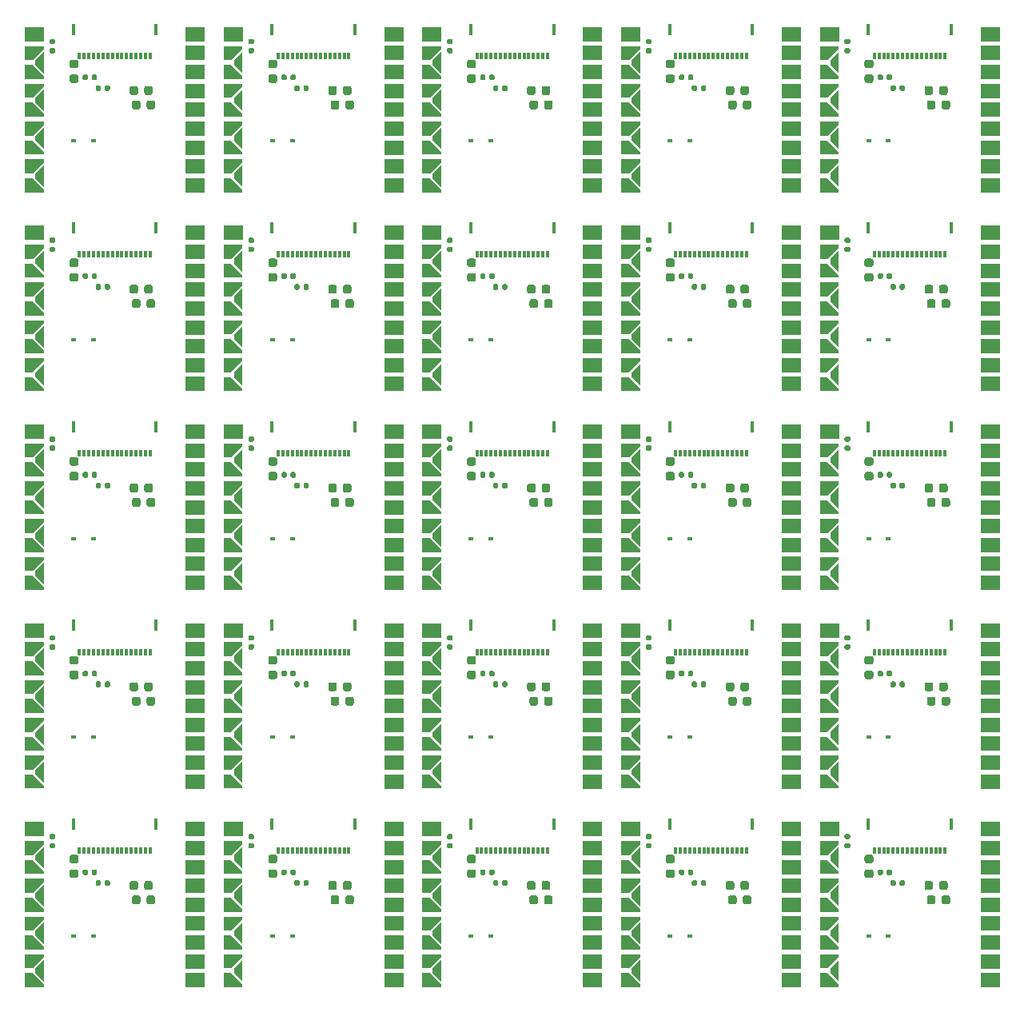
<source format=gbp>
%TF.GenerationSoftware,KiCad,Pcbnew,(5.1.9)-1*%
%TF.CreationDate,2021-09-16T12:17:46+02:00*%
%TF.ProjectId,kb_panel,6b625f70-616e-4656-9c2e-6b696361645f,rev?*%
%TF.SameCoordinates,Original*%
%TF.FileFunction,Paste,Bot*%
%TF.FilePolarity,Positive*%
%FSLAX46Y46*%
G04 Gerber Fmt 4.6, Leading zero omitted, Abs format (unit mm)*
G04 Created by KiCad (PCBNEW (5.1.9)-1) date 2021-09-16 12:17:46*
%MOMM*%
%LPD*%
G01*
G04 APERTURE LIST*
%ADD10R,0.600000X0.450000*%
%ADD11C,0.127000*%
%ADD12R,2.000000X1.500000*%
%ADD13R,0.300000X1.150000*%
%ADD14R,0.300000X0.650000*%
G04 APERTURE END LIST*
%TO.C,C5*%
G36*
G01*
X136612547Y-130649052D02*
X136612547Y-130309052D01*
G75*
G02*
X136752547Y-130169052I140000J0D01*
G01*
X137032547Y-130169052D01*
G75*
G02*
X137172547Y-130309052I0J-140000D01*
G01*
X137172547Y-130649052D01*
G75*
G02*
X137032547Y-130789052I-140000J0D01*
G01*
X136752547Y-130789052D01*
G75*
G02*
X136612547Y-130649052I0J140000D01*
G01*
G37*
G36*
G01*
X135652547Y-130649052D02*
X135652547Y-130309052D01*
G75*
G02*
X135792547Y-130169052I140000J0D01*
G01*
X136072547Y-130169052D01*
G75*
G02*
X136212547Y-130309052I0J-140000D01*
G01*
X136212547Y-130649052D01*
G75*
G02*
X136072547Y-130789052I-140000J0D01*
G01*
X135792547Y-130789052D01*
G75*
G02*
X135652547Y-130649052I0J140000D01*
G01*
G37*
%TD*%
%TO.C,C5*%
G36*
G01*
X115562547Y-130649052D02*
X115562547Y-130309052D01*
G75*
G02*
X115702547Y-130169052I140000J0D01*
G01*
X115982547Y-130169052D01*
G75*
G02*
X116122547Y-130309052I0J-140000D01*
G01*
X116122547Y-130649052D01*
G75*
G02*
X115982547Y-130789052I-140000J0D01*
G01*
X115702547Y-130789052D01*
G75*
G02*
X115562547Y-130649052I0J140000D01*
G01*
G37*
G36*
G01*
X114602547Y-130649052D02*
X114602547Y-130309052D01*
G75*
G02*
X114742547Y-130169052I140000J0D01*
G01*
X115022547Y-130169052D01*
G75*
G02*
X115162547Y-130309052I0J-140000D01*
G01*
X115162547Y-130649052D01*
G75*
G02*
X115022547Y-130789052I-140000J0D01*
G01*
X114742547Y-130789052D01*
G75*
G02*
X114602547Y-130649052I0J140000D01*
G01*
G37*
%TD*%
%TO.C,C5*%
G36*
G01*
X94512547Y-130649052D02*
X94512547Y-130309052D01*
G75*
G02*
X94652547Y-130169052I140000J0D01*
G01*
X94932547Y-130169052D01*
G75*
G02*
X95072547Y-130309052I0J-140000D01*
G01*
X95072547Y-130649052D01*
G75*
G02*
X94932547Y-130789052I-140000J0D01*
G01*
X94652547Y-130789052D01*
G75*
G02*
X94512547Y-130649052I0J140000D01*
G01*
G37*
G36*
G01*
X93552547Y-130649052D02*
X93552547Y-130309052D01*
G75*
G02*
X93692547Y-130169052I140000J0D01*
G01*
X93972547Y-130169052D01*
G75*
G02*
X94112547Y-130309052I0J-140000D01*
G01*
X94112547Y-130649052D01*
G75*
G02*
X93972547Y-130789052I-140000J0D01*
G01*
X93692547Y-130789052D01*
G75*
G02*
X93552547Y-130649052I0J140000D01*
G01*
G37*
%TD*%
%TO.C,C5*%
G36*
G01*
X73462547Y-130649052D02*
X73462547Y-130309052D01*
G75*
G02*
X73602547Y-130169052I140000J0D01*
G01*
X73882547Y-130169052D01*
G75*
G02*
X74022547Y-130309052I0J-140000D01*
G01*
X74022547Y-130649052D01*
G75*
G02*
X73882547Y-130789052I-140000J0D01*
G01*
X73602547Y-130789052D01*
G75*
G02*
X73462547Y-130649052I0J140000D01*
G01*
G37*
G36*
G01*
X72502547Y-130649052D02*
X72502547Y-130309052D01*
G75*
G02*
X72642547Y-130169052I140000J0D01*
G01*
X72922547Y-130169052D01*
G75*
G02*
X73062547Y-130309052I0J-140000D01*
G01*
X73062547Y-130649052D01*
G75*
G02*
X72922547Y-130789052I-140000J0D01*
G01*
X72642547Y-130789052D01*
G75*
G02*
X72502547Y-130649052I0J140000D01*
G01*
G37*
%TD*%
%TO.C,C5*%
G36*
G01*
X52412547Y-130649052D02*
X52412547Y-130309052D01*
G75*
G02*
X52552547Y-130169052I140000J0D01*
G01*
X52832547Y-130169052D01*
G75*
G02*
X52972547Y-130309052I0J-140000D01*
G01*
X52972547Y-130649052D01*
G75*
G02*
X52832547Y-130789052I-140000J0D01*
G01*
X52552547Y-130789052D01*
G75*
G02*
X52412547Y-130649052I0J140000D01*
G01*
G37*
G36*
G01*
X51452547Y-130649052D02*
X51452547Y-130309052D01*
G75*
G02*
X51592547Y-130169052I140000J0D01*
G01*
X51872547Y-130169052D01*
G75*
G02*
X52012547Y-130309052I0J-140000D01*
G01*
X52012547Y-130649052D01*
G75*
G02*
X51872547Y-130789052I-140000J0D01*
G01*
X51592547Y-130789052D01*
G75*
G02*
X51452547Y-130649052I0J140000D01*
G01*
G37*
%TD*%
%TO.C,C5*%
G36*
G01*
X136612547Y-109599052D02*
X136612547Y-109259052D01*
G75*
G02*
X136752547Y-109119052I140000J0D01*
G01*
X137032547Y-109119052D01*
G75*
G02*
X137172547Y-109259052I0J-140000D01*
G01*
X137172547Y-109599052D01*
G75*
G02*
X137032547Y-109739052I-140000J0D01*
G01*
X136752547Y-109739052D01*
G75*
G02*
X136612547Y-109599052I0J140000D01*
G01*
G37*
G36*
G01*
X135652547Y-109599052D02*
X135652547Y-109259052D01*
G75*
G02*
X135792547Y-109119052I140000J0D01*
G01*
X136072547Y-109119052D01*
G75*
G02*
X136212547Y-109259052I0J-140000D01*
G01*
X136212547Y-109599052D01*
G75*
G02*
X136072547Y-109739052I-140000J0D01*
G01*
X135792547Y-109739052D01*
G75*
G02*
X135652547Y-109599052I0J140000D01*
G01*
G37*
%TD*%
%TO.C,C5*%
G36*
G01*
X115562547Y-109599052D02*
X115562547Y-109259052D01*
G75*
G02*
X115702547Y-109119052I140000J0D01*
G01*
X115982547Y-109119052D01*
G75*
G02*
X116122547Y-109259052I0J-140000D01*
G01*
X116122547Y-109599052D01*
G75*
G02*
X115982547Y-109739052I-140000J0D01*
G01*
X115702547Y-109739052D01*
G75*
G02*
X115562547Y-109599052I0J140000D01*
G01*
G37*
G36*
G01*
X114602547Y-109599052D02*
X114602547Y-109259052D01*
G75*
G02*
X114742547Y-109119052I140000J0D01*
G01*
X115022547Y-109119052D01*
G75*
G02*
X115162547Y-109259052I0J-140000D01*
G01*
X115162547Y-109599052D01*
G75*
G02*
X115022547Y-109739052I-140000J0D01*
G01*
X114742547Y-109739052D01*
G75*
G02*
X114602547Y-109599052I0J140000D01*
G01*
G37*
%TD*%
%TO.C,C5*%
G36*
G01*
X94512547Y-109599052D02*
X94512547Y-109259052D01*
G75*
G02*
X94652547Y-109119052I140000J0D01*
G01*
X94932547Y-109119052D01*
G75*
G02*
X95072547Y-109259052I0J-140000D01*
G01*
X95072547Y-109599052D01*
G75*
G02*
X94932547Y-109739052I-140000J0D01*
G01*
X94652547Y-109739052D01*
G75*
G02*
X94512547Y-109599052I0J140000D01*
G01*
G37*
G36*
G01*
X93552547Y-109599052D02*
X93552547Y-109259052D01*
G75*
G02*
X93692547Y-109119052I140000J0D01*
G01*
X93972547Y-109119052D01*
G75*
G02*
X94112547Y-109259052I0J-140000D01*
G01*
X94112547Y-109599052D01*
G75*
G02*
X93972547Y-109739052I-140000J0D01*
G01*
X93692547Y-109739052D01*
G75*
G02*
X93552547Y-109599052I0J140000D01*
G01*
G37*
%TD*%
%TO.C,C5*%
G36*
G01*
X73462547Y-109599052D02*
X73462547Y-109259052D01*
G75*
G02*
X73602547Y-109119052I140000J0D01*
G01*
X73882547Y-109119052D01*
G75*
G02*
X74022547Y-109259052I0J-140000D01*
G01*
X74022547Y-109599052D01*
G75*
G02*
X73882547Y-109739052I-140000J0D01*
G01*
X73602547Y-109739052D01*
G75*
G02*
X73462547Y-109599052I0J140000D01*
G01*
G37*
G36*
G01*
X72502547Y-109599052D02*
X72502547Y-109259052D01*
G75*
G02*
X72642547Y-109119052I140000J0D01*
G01*
X72922547Y-109119052D01*
G75*
G02*
X73062547Y-109259052I0J-140000D01*
G01*
X73062547Y-109599052D01*
G75*
G02*
X72922547Y-109739052I-140000J0D01*
G01*
X72642547Y-109739052D01*
G75*
G02*
X72502547Y-109599052I0J140000D01*
G01*
G37*
%TD*%
%TO.C,C5*%
G36*
G01*
X52412547Y-109599052D02*
X52412547Y-109259052D01*
G75*
G02*
X52552547Y-109119052I140000J0D01*
G01*
X52832547Y-109119052D01*
G75*
G02*
X52972547Y-109259052I0J-140000D01*
G01*
X52972547Y-109599052D01*
G75*
G02*
X52832547Y-109739052I-140000J0D01*
G01*
X52552547Y-109739052D01*
G75*
G02*
X52412547Y-109599052I0J140000D01*
G01*
G37*
G36*
G01*
X51452547Y-109599052D02*
X51452547Y-109259052D01*
G75*
G02*
X51592547Y-109119052I140000J0D01*
G01*
X51872547Y-109119052D01*
G75*
G02*
X52012547Y-109259052I0J-140000D01*
G01*
X52012547Y-109599052D01*
G75*
G02*
X51872547Y-109739052I-140000J0D01*
G01*
X51592547Y-109739052D01*
G75*
G02*
X51452547Y-109599052I0J140000D01*
G01*
G37*
%TD*%
%TO.C,C5*%
G36*
G01*
X136612547Y-88549052D02*
X136612547Y-88209052D01*
G75*
G02*
X136752547Y-88069052I140000J0D01*
G01*
X137032547Y-88069052D01*
G75*
G02*
X137172547Y-88209052I0J-140000D01*
G01*
X137172547Y-88549052D01*
G75*
G02*
X137032547Y-88689052I-140000J0D01*
G01*
X136752547Y-88689052D01*
G75*
G02*
X136612547Y-88549052I0J140000D01*
G01*
G37*
G36*
G01*
X135652547Y-88549052D02*
X135652547Y-88209052D01*
G75*
G02*
X135792547Y-88069052I140000J0D01*
G01*
X136072547Y-88069052D01*
G75*
G02*
X136212547Y-88209052I0J-140000D01*
G01*
X136212547Y-88549052D01*
G75*
G02*
X136072547Y-88689052I-140000J0D01*
G01*
X135792547Y-88689052D01*
G75*
G02*
X135652547Y-88549052I0J140000D01*
G01*
G37*
%TD*%
%TO.C,C5*%
G36*
G01*
X115562547Y-88549052D02*
X115562547Y-88209052D01*
G75*
G02*
X115702547Y-88069052I140000J0D01*
G01*
X115982547Y-88069052D01*
G75*
G02*
X116122547Y-88209052I0J-140000D01*
G01*
X116122547Y-88549052D01*
G75*
G02*
X115982547Y-88689052I-140000J0D01*
G01*
X115702547Y-88689052D01*
G75*
G02*
X115562547Y-88549052I0J140000D01*
G01*
G37*
G36*
G01*
X114602547Y-88549052D02*
X114602547Y-88209052D01*
G75*
G02*
X114742547Y-88069052I140000J0D01*
G01*
X115022547Y-88069052D01*
G75*
G02*
X115162547Y-88209052I0J-140000D01*
G01*
X115162547Y-88549052D01*
G75*
G02*
X115022547Y-88689052I-140000J0D01*
G01*
X114742547Y-88689052D01*
G75*
G02*
X114602547Y-88549052I0J140000D01*
G01*
G37*
%TD*%
%TO.C,C5*%
G36*
G01*
X94512547Y-88549052D02*
X94512547Y-88209052D01*
G75*
G02*
X94652547Y-88069052I140000J0D01*
G01*
X94932547Y-88069052D01*
G75*
G02*
X95072547Y-88209052I0J-140000D01*
G01*
X95072547Y-88549052D01*
G75*
G02*
X94932547Y-88689052I-140000J0D01*
G01*
X94652547Y-88689052D01*
G75*
G02*
X94512547Y-88549052I0J140000D01*
G01*
G37*
G36*
G01*
X93552547Y-88549052D02*
X93552547Y-88209052D01*
G75*
G02*
X93692547Y-88069052I140000J0D01*
G01*
X93972547Y-88069052D01*
G75*
G02*
X94112547Y-88209052I0J-140000D01*
G01*
X94112547Y-88549052D01*
G75*
G02*
X93972547Y-88689052I-140000J0D01*
G01*
X93692547Y-88689052D01*
G75*
G02*
X93552547Y-88549052I0J140000D01*
G01*
G37*
%TD*%
%TO.C,C5*%
G36*
G01*
X73462547Y-88549052D02*
X73462547Y-88209052D01*
G75*
G02*
X73602547Y-88069052I140000J0D01*
G01*
X73882547Y-88069052D01*
G75*
G02*
X74022547Y-88209052I0J-140000D01*
G01*
X74022547Y-88549052D01*
G75*
G02*
X73882547Y-88689052I-140000J0D01*
G01*
X73602547Y-88689052D01*
G75*
G02*
X73462547Y-88549052I0J140000D01*
G01*
G37*
G36*
G01*
X72502547Y-88549052D02*
X72502547Y-88209052D01*
G75*
G02*
X72642547Y-88069052I140000J0D01*
G01*
X72922547Y-88069052D01*
G75*
G02*
X73062547Y-88209052I0J-140000D01*
G01*
X73062547Y-88549052D01*
G75*
G02*
X72922547Y-88689052I-140000J0D01*
G01*
X72642547Y-88689052D01*
G75*
G02*
X72502547Y-88549052I0J140000D01*
G01*
G37*
%TD*%
%TO.C,C5*%
G36*
G01*
X52412547Y-88549052D02*
X52412547Y-88209052D01*
G75*
G02*
X52552547Y-88069052I140000J0D01*
G01*
X52832547Y-88069052D01*
G75*
G02*
X52972547Y-88209052I0J-140000D01*
G01*
X52972547Y-88549052D01*
G75*
G02*
X52832547Y-88689052I-140000J0D01*
G01*
X52552547Y-88689052D01*
G75*
G02*
X52412547Y-88549052I0J140000D01*
G01*
G37*
G36*
G01*
X51452547Y-88549052D02*
X51452547Y-88209052D01*
G75*
G02*
X51592547Y-88069052I140000J0D01*
G01*
X51872547Y-88069052D01*
G75*
G02*
X52012547Y-88209052I0J-140000D01*
G01*
X52012547Y-88549052D01*
G75*
G02*
X51872547Y-88689052I-140000J0D01*
G01*
X51592547Y-88689052D01*
G75*
G02*
X51452547Y-88549052I0J140000D01*
G01*
G37*
%TD*%
%TO.C,C5*%
G36*
G01*
X136612547Y-67499052D02*
X136612547Y-67159052D01*
G75*
G02*
X136752547Y-67019052I140000J0D01*
G01*
X137032547Y-67019052D01*
G75*
G02*
X137172547Y-67159052I0J-140000D01*
G01*
X137172547Y-67499052D01*
G75*
G02*
X137032547Y-67639052I-140000J0D01*
G01*
X136752547Y-67639052D01*
G75*
G02*
X136612547Y-67499052I0J140000D01*
G01*
G37*
G36*
G01*
X135652547Y-67499052D02*
X135652547Y-67159052D01*
G75*
G02*
X135792547Y-67019052I140000J0D01*
G01*
X136072547Y-67019052D01*
G75*
G02*
X136212547Y-67159052I0J-140000D01*
G01*
X136212547Y-67499052D01*
G75*
G02*
X136072547Y-67639052I-140000J0D01*
G01*
X135792547Y-67639052D01*
G75*
G02*
X135652547Y-67499052I0J140000D01*
G01*
G37*
%TD*%
%TO.C,C5*%
G36*
G01*
X115562547Y-67499052D02*
X115562547Y-67159052D01*
G75*
G02*
X115702547Y-67019052I140000J0D01*
G01*
X115982547Y-67019052D01*
G75*
G02*
X116122547Y-67159052I0J-140000D01*
G01*
X116122547Y-67499052D01*
G75*
G02*
X115982547Y-67639052I-140000J0D01*
G01*
X115702547Y-67639052D01*
G75*
G02*
X115562547Y-67499052I0J140000D01*
G01*
G37*
G36*
G01*
X114602547Y-67499052D02*
X114602547Y-67159052D01*
G75*
G02*
X114742547Y-67019052I140000J0D01*
G01*
X115022547Y-67019052D01*
G75*
G02*
X115162547Y-67159052I0J-140000D01*
G01*
X115162547Y-67499052D01*
G75*
G02*
X115022547Y-67639052I-140000J0D01*
G01*
X114742547Y-67639052D01*
G75*
G02*
X114602547Y-67499052I0J140000D01*
G01*
G37*
%TD*%
%TO.C,C5*%
G36*
G01*
X94512547Y-67499052D02*
X94512547Y-67159052D01*
G75*
G02*
X94652547Y-67019052I140000J0D01*
G01*
X94932547Y-67019052D01*
G75*
G02*
X95072547Y-67159052I0J-140000D01*
G01*
X95072547Y-67499052D01*
G75*
G02*
X94932547Y-67639052I-140000J0D01*
G01*
X94652547Y-67639052D01*
G75*
G02*
X94512547Y-67499052I0J140000D01*
G01*
G37*
G36*
G01*
X93552547Y-67499052D02*
X93552547Y-67159052D01*
G75*
G02*
X93692547Y-67019052I140000J0D01*
G01*
X93972547Y-67019052D01*
G75*
G02*
X94112547Y-67159052I0J-140000D01*
G01*
X94112547Y-67499052D01*
G75*
G02*
X93972547Y-67639052I-140000J0D01*
G01*
X93692547Y-67639052D01*
G75*
G02*
X93552547Y-67499052I0J140000D01*
G01*
G37*
%TD*%
%TO.C,C5*%
G36*
G01*
X73462547Y-67499052D02*
X73462547Y-67159052D01*
G75*
G02*
X73602547Y-67019052I140000J0D01*
G01*
X73882547Y-67019052D01*
G75*
G02*
X74022547Y-67159052I0J-140000D01*
G01*
X74022547Y-67499052D01*
G75*
G02*
X73882547Y-67639052I-140000J0D01*
G01*
X73602547Y-67639052D01*
G75*
G02*
X73462547Y-67499052I0J140000D01*
G01*
G37*
G36*
G01*
X72502547Y-67499052D02*
X72502547Y-67159052D01*
G75*
G02*
X72642547Y-67019052I140000J0D01*
G01*
X72922547Y-67019052D01*
G75*
G02*
X73062547Y-67159052I0J-140000D01*
G01*
X73062547Y-67499052D01*
G75*
G02*
X72922547Y-67639052I-140000J0D01*
G01*
X72642547Y-67639052D01*
G75*
G02*
X72502547Y-67499052I0J140000D01*
G01*
G37*
%TD*%
%TO.C,C5*%
G36*
G01*
X52412547Y-67499052D02*
X52412547Y-67159052D01*
G75*
G02*
X52552547Y-67019052I140000J0D01*
G01*
X52832547Y-67019052D01*
G75*
G02*
X52972547Y-67159052I0J-140000D01*
G01*
X52972547Y-67499052D01*
G75*
G02*
X52832547Y-67639052I-140000J0D01*
G01*
X52552547Y-67639052D01*
G75*
G02*
X52412547Y-67499052I0J140000D01*
G01*
G37*
G36*
G01*
X51452547Y-67499052D02*
X51452547Y-67159052D01*
G75*
G02*
X51592547Y-67019052I140000J0D01*
G01*
X51872547Y-67019052D01*
G75*
G02*
X52012547Y-67159052I0J-140000D01*
G01*
X52012547Y-67499052D01*
G75*
G02*
X51872547Y-67639052I-140000J0D01*
G01*
X51592547Y-67639052D01*
G75*
G02*
X51452547Y-67499052I0J140000D01*
G01*
G37*
%TD*%
%TO.C,C5*%
G36*
G01*
X136612547Y-46449052D02*
X136612547Y-46109052D01*
G75*
G02*
X136752547Y-45969052I140000J0D01*
G01*
X137032547Y-45969052D01*
G75*
G02*
X137172547Y-46109052I0J-140000D01*
G01*
X137172547Y-46449052D01*
G75*
G02*
X137032547Y-46589052I-140000J0D01*
G01*
X136752547Y-46589052D01*
G75*
G02*
X136612547Y-46449052I0J140000D01*
G01*
G37*
G36*
G01*
X135652547Y-46449052D02*
X135652547Y-46109052D01*
G75*
G02*
X135792547Y-45969052I140000J0D01*
G01*
X136072547Y-45969052D01*
G75*
G02*
X136212547Y-46109052I0J-140000D01*
G01*
X136212547Y-46449052D01*
G75*
G02*
X136072547Y-46589052I-140000J0D01*
G01*
X135792547Y-46589052D01*
G75*
G02*
X135652547Y-46449052I0J140000D01*
G01*
G37*
%TD*%
%TO.C,C5*%
G36*
G01*
X115562547Y-46449052D02*
X115562547Y-46109052D01*
G75*
G02*
X115702547Y-45969052I140000J0D01*
G01*
X115982547Y-45969052D01*
G75*
G02*
X116122547Y-46109052I0J-140000D01*
G01*
X116122547Y-46449052D01*
G75*
G02*
X115982547Y-46589052I-140000J0D01*
G01*
X115702547Y-46589052D01*
G75*
G02*
X115562547Y-46449052I0J140000D01*
G01*
G37*
G36*
G01*
X114602547Y-46449052D02*
X114602547Y-46109052D01*
G75*
G02*
X114742547Y-45969052I140000J0D01*
G01*
X115022547Y-45969052D01*
G75*
G02*
X115162547Y-46109052I0J-140000D01*
G01*
X115162547Y-46449052D01*
G75*
G02*
X115022547Y-46589052I-140000J0D01*
G01*
X114742547Y-46589052D01*
G75*
G02*
X114602547Y-46449052I0J140000D01*
G01*
G37*
%TD*%
%TO.C,C5*%
G36*
G01*
X94512547Y-46449052D02*
X94512547Y-46109052D01*
G75*
G02*
X94652547Y-45969052I140000J0D01*
G01*
X94932547Y-45969052D01*
G75*
G02*
X95072547Y-46109052I0J-140000D01*
G01*
X95072547Y-46449052D01*
G75*
G02*
X94932547Y-46589052I-140000J0D01*
G01*
X94652547Y-46589052D01*
G75*
G02*
X94512547Y-46449052I0J140000D01*
G01*
G37*
G36*
G01*
X93552547Y-46449052D02*
X93552547Y-46109052D01*
G75*
G02*
X93692547Y-45969052I140000J0D01*
G01*
X93972547Y-45969052D01*
G75*
G02*
X94112547Y-46109052I0J-140000D01*
G01*
X94112547Y-46449052D01*
G75*
G02*
X93972547Y-46589052I-140000J0D01*
G01*
X93692547Y-46589052D01*
G75*
G02*
X93552547Y-46449052I0J140000D01*
G01*
G37*
%TD*%
%TO.C,C5*%
G36*
G01*
X73462547Y-46449052D02*
X73462547Y-46109052D01*
G75*
G02*
X73602547Y-45969052I140000J0D01*
G01*
X73882547Y-45969052D01*
G75*
G02*
X74022547Y-46109052I0J-140000D01*
G01*
X74022547Y-46449052D01*
G75*
G02*
X73882547Y-46589052I-140000J0D01*
G01*
X73602547Y-46589052D01*
G75*
G02*
X73462547Y-46449052I0J140000D01*
G01*
G37*
G36*
G01*
X72502547Y-46449052D02*
X72502547Y-46109052D01*
G75*
G02*
X72642547Y-45969052I140000J0D01*
G01*
X72922547Y-45969052D01*
G75*
G02*
X73062547Y-46109052I0J-140000D01*
G01*
X73062547Y-46449052D01*
G75*
G02*
X72922547Y-46589052I-140000J0D01*
G01*
X72642547Y-46589052D01*
G75*
G02*
X72502547Y-46449052I0J140000D01*
G01*
G37*
%TD*%
D10*
%TO.C,D1*%
X134699547Y-137210052D03*
X136799547Y-137210052D03*
%TD*%
%TO.C,D1*%
X113649547Y-137210052D03*
X115749547Y-137210052D03*
%TD*%
%TO.C,D1*%
X92599547Y-137210052D03*
X94699547Y-137210052D03*
%TD*%
%TO.C,D1*%
X71549547Y-137210052D03*
X73649547Y-137210052D03*
%TD*%
%TO.C,D1*%
X50499547Y-137210052D03*
X52599547Y-137210052D03*
%TD*%
%TO.C,D1*%
X134699547Y-116160052D03*
X136799547Y-116160052D03*
%TD*%
%TO.C,D1*%
X113649547Y-116160052D03*
X115749547Y-116160052D03*
%TD*%
%TO.C,D1*%
X92599547Y-116160052D03*
X94699547Y-116160052D03*
%TD*%
%TO.C,D1*%
X71549547Y-116160052D03*
X73649547Y-116160052D03*
%TD*%
%TO.C,D1*%
X50499547Y-116160052D03*
X52599547Y-116160052D03*
%TD*%
%TO.C,D1*%
X134699547Y-95110052D03*
X136799547Y-95110052D03*
%TD*%
%TO.C,D1*%
X113649547Y-95110052D03*
X115749547Y-95110052D03*
%TD*%
%TO.C,D1*%
X92599547Y-95110052D03*
X94699547Y-95110052D03*
%TD*%
%TO.C,D1*%
X71549547Y-95110052D03*
X73649547Y-95110052D03*
%TD*%
%TO.C,D1*%
X50499547Y-95110052D03*
X52599547Y-95110052D03*
%TD*%
%TO.C,D1*%
X134699547Y-74060052D03*
X136799547Y-74060052D03*
%TD*%
%TO.C,D1*%
X113649547Y-74060052D03*
X115749547Y-74060052D03*
%TD*%
%TO.C,D1*%
X92599547Y-74060052D03*
X94699547Y-74060052D03*
%TD*%
%TO.C,D1*%
X71549547Y-74060052D03*
X73649547Y-74060052D03*
%TD*%
%TO.C,D1*%
X50499547Y-74060052D03*
X52599547Y-74060052D03*
%TD*%
%TO.C,D1*%
X134699547Y-53010052D03*
X136799547Y-53010052D03*
%TD*%
%TO.C,D1*%
X113649547Y-53010052D03*
X115749547Y-53010052D03*
%TD*%
%TO.C,D1*%
X92599547Y-53010052D03*
X94699547Y-53010052D03*
%TD*%
%TO.C,D1*%
X71549547Y-53010052D03*
X73649547Y-53010052D03*
%TD*%
D11*
%TO.C,J5*%
G36*
X130642547Y-141158052D02*
G01*
X130642547Y-140658052D01*
X131542547Y-139758052D01*
X131542547Y-142058052D01*
X130642547Y-141158052D01*
G37*
G36*
X130642547Y-137158052D02*
G01*
X130642547Y-136658052D01*
X131542547Y-135758052D01*
X131542547Y-138058052D01*
X130642547Y-137158052D01*
G37*
G36*
X130642547Y-133158052D02*
G01*
X130642547Y-132658052D01*
X131542547Y-131758052D01*
X131542547Y-134058052D01*
X130642547Y-133158052D01*
G37*
G36*
X130642547Y-129158052D02*
G01*
X130642547Y-128658052D01*
X131542547Y-127758052D01*
X131542547Y-130058052D01*
X130642547Y-129158052D01*
G37*
G36*
X130342547Y-141158052D02*
G01*
X131542547Y-142358052D01*
X131542547Y-142658052D01*
X129542547Y-142658052D01*
X129542547Y-141158052D01*
X130342547Y-141158052D01*
G37*
G36*
X131542547Y-139158052D02*
G01*
X131542547Y-139458052D01*
X130342547Y-140658052D01*
X129542547Y-140658052D01*
X129542547Y-139158052D01*
X131542547Y-139158052D01*
G37*
G36*
X130342547Y-137158052D02*
G01*
X131542547Y-138358052D01*
X131542547Y-138658052D01*
X129542547Y-138658052D01*
X129542547Y-137158052D01*
X130342547Y-137158052D01*
G37*
G36*
X131542547Y-135158052D02*
G01*
X131542547Y-135458052D01*
X130342547Y-136658052D01*
X129542547Y-136658052D01*
X129542547Y-135158052D01*
X131542547Y-135158052D01*
G37*
G36*
X130342547Y-133158052D02*
G01*
X131542547Y-134358052D01*
X131542547Y-134658052D01*
X129542547Y-134658052D01*
X129542547Y-133158052D01*
X130342547Y-133158052D01*
G37*
G36*
X131542547Y-131158052D02*
G01*
X131542547Y-131458052D01*
X130342547Y-132658052D01*
X129542547Y-132658052D01*
X129542547Y-131158052D01*
X131542547Y-131158052D01*
G37*
G36*
X130342547Y-129158052D02*
G01*
X131542547Y-130358052D01*
X131542547Y-130658052D01*
X129542547Y-130658052D01*
X129542547Y-129158052D01*
X130342547Y-129158052D01*
G37*
G36*
X131542547Y-127158052D02*
G01*
X131542547Y-127458052D01*
X130342547Y-128658052D01*
X129542547Y-128658052D01*
X129542547Y-127158052D01*
X131542547Y-127158052D01*
G37*
D12*
X130542547Y-125908052D03*
%TD*%
D11*
%TO.C,J5*%
G36*
X109592547Y-141158052D02*
G01*
X109592547Y-140658052D01*
X110492547Y-139758052D01*
X110492547Y-142058052D01*
X109592547Y-141158052D01*
G37*
G36*
X109592547Y-137158052D02*
G01*
X109592547Y-136658052D01*
X110492547Y-135758052D01*
X110492547Y-138058052D01*
X109592547Y-137158052D01*
G37*
G36*
X109592547Y-133158052D02*
G01*
X109592547Y-132658052D01*
X110492547Y-131758052D01*
X110492547Y-134058052D01*
X109592547Y-133158052D01*
G37*
G36*
X109592547Y-129158052D02*
G01*
X109592547Y-128658052D01*
X110492547Y-127758052D01*
X110492547Y-130058052D01*
X109592547Y-129158052D01*
G37*
G36*
X109292547Y-141158052D02*
G01*
X110492547Y-142358052D01*
X110492547Y-142658052D01*
X108492547Y-142658052D01*
X108492547Y-141158052D01*
X109292547Y-141158052D01*
G37*
G36*
X110492547Y-139158052D02*
G01*
X110492547Y-139458052D01*
X109292547Y-140658052D01*
X108492547Y-140658052D01*
X108492547Y-139158052D01*
X110492547Y-139158052D01*
G37*
G36*
X109292547Y-137158052D02*
G01*
X110492547Y-138358052D01*
X110492547Y-138658052D01*
X108492547Y-138658052D01*
X108492547Y-137158052D01*
X109292547Y-137158052D01*
G37*
G36*
X110492547Y-135158052D02*
G01*
X110492547Y-135458052D01*
X109292547Y-136658052D01*
X108492547Y-136658052D01*
X108492547Y-135158052D01*
X110492547Y-135158052D01*
G37*
G36*
X109292547Y-133158052D02*
G01*
X110492547Y-134358052D01*
X110492547Y-134658052D01*
X108492547Y-134658052D01*
X108492547Y-133158052D01*
X109292547Y-133158052D01*
G37*
G36*
X110492547Y-131158052D02*
G01*
X110492547Y-131458052D01*
X109292547Y-132658052D01*
X108492547Y-132658052D01*
X108492547Y-131158052D01*
X110492547Y-131158052D01*
G37*
G36*
X109292547Y-129158052D02*
G01*
X110492547Y-130358052D01*
X110492547Y-130658052D01*
X108492547Y-130658052D01*
X108492547Y-129158052D01*
X109292547Y-129158052D01*
G37*
G36*
X110492547Y-127158052D02*
G01*
X110492547Y-127458052D01*
X109292547Y-128658052D01*
X108492547Y-128658052D01*
X108492547Y-127158052D01*
X110492547Y-127158052D01*
G37*
D12*
X109492547Y-125908052D03*
%TD*%
D11*
%TO.C,J5*%
G36*
X88542547Y-141158052D02*
G01*
X88542547Y-140658052D01*
X89442547Y-139758052D01*
X89442547Y-142058052D01*
X88542547Y-141158052D01*
G37*
G36*
X88542547Y-137158052D02*
G01*
X88542547Y-136658052D01*
X89442547Y-135758052D01*
X89442547Y-138058052D01*
X88542547Y-137158052D01*
G37*
G36*
X88542547Y-133158052D02*
G01*
X88542547Y-132658052D01*
X89442547Y-131758052D01*
X89442547Y-134058052D01*
X88542547Y-133158052D01*
G37*
G36*
X88542547Y-129158052D02*
G01*
X88542547Y-128658052D01*
X89442547Y-127758052D01*
X89442547Y-130058052D01*
X88542547Y-129158052D01*
G37*
G36*
X88242547Y-141158052D02*
G01*
X89442547Y-142358052D01*
X89442547Y-142658052D01*
X87442547Y-142658052D01*
X87442547Y-141158052D01*
X88242547Y-141158052D01*
G37*
G36*
X89442547Y-139158052D02*
G01*
X89442547Y-139458052D01*
X88242547Y-140658052D01*
X87442547Y-140658052D01*
X87442547Y-139158052D01*
X89442547Y-139158052D01*
G37*
G36*
X88242547Y-137158052D02*
G01*
X89442547Y-138358052D01*
X89442547Y-138658052D01*
X87442547Y-138658052D01*
X87442547Y-137158052D01*
X88242547Y-137158052D01*
G37*
G36*
X89442547Y-135158052D02*
G01*
X89442547Y-135458052D01*
X88242547Y-136658052D01*
X87442547Y-136658052D01*
X87442547Y-135158052D01*
X89442547Y-135158052D01*
G37*
G36*
X88242547Y-133158052D02*
G01*
X89442547Y-134358052D01*
X89442547Y-134658052D01*
X87442547Y-134658052D01*
X87442547Y-133158052D01*
X88242547Y-133158052D01*
G37*
G36*
X89442547Y-131158052D02*
G01*
X89442547Y-131458052D01*
X88242547Y-132658052D01*
X87442547Y-132658052D01*
X87442547Y-131158052D01*
X89442547Y-131158052D01*
G37*
G36*
X88242547Y-129158052D02*
G01*
X89442547Y-130358052D01*
X89442547Y-130658052D01*
X87442547Y-130658052D01*
X87442547Y-129158052D01*
X88242547Y-129158052D01*
G37*
G36*
X89442547Y-127158052D02*
G01*
X89442547Y-127458052D01*
X88242547Y-128658052D01*
X87442547Y-128658052D01*
X87442547Y-127158052D01*
X89442547Y-127158052D01*
G37*
D12*
X88442547Y-125908052D03*
%TD*%
D11*
%TO.C,J5*%
G36*
X67492547Y-141158052D02*
G01*
X67492547Y-140658052D01*
X68392547Y-139758052D01*
X68392547Y-142058052D01*
X67492547Y-141158052D01*
G37*
G36*
X67492547Y-137158052D02*
G01*
X67492547Y-136658052D01*
X68392547Y-135758052D01*
X68392547Y-138058052D01*
X67492547Y-137158052D01*
G37*
G36*
X67492547Y-133158052D02*
G01*
X67492547Y-132658052D01*
X68392547Y-131758052D01*
X68392547Y-134058052D01*
X67492547Y-133158052D01*
G37*
G36*
X67492547Y-129158052D02*
G01*
X67492547Y-128658052D01*
X68392547Y-127758052D01*
X68392547Y-130058052D01*
X67492547Y-129158052D01*
G37*
G36*
X67192547Y-141158052D02*
G01*
X68392547Y-142358052D01*
X68392547Y-142658052D01*
X66392547Y-142658052D01*
X66392547Y-141158052D01*
X67192547Y-141158052D01*
G37*
G36*
X68392547Y-139158052D02*
G01*
X68392547Y-139458052D01*
X67192547Y-140658052D01*
X66392547Y-140658052D01*
X66392547Y-139158052D01*
X68392547Y-139158052D01*
G37*
G36*
X67192547Y-137158052D02*
G01*
X68392547Y-138358052D01*
X68392547Y-138658052D01*
X66392547Y-138658052D01*
X66392547Y-137158052D01*
X67192547Y-137158052D01*
G37*
G36*
X68392547Y-135158052D02*
G01*
X68392547Y-135458052D01*
X67192547Y-136658052D01*
X66392547Y-136658052D01*
X66392547Y-135158052D01*
X68392547Y-135158052D01*
G37*
G36*
X67192547Y-133158052D02*
G01*
X68392547Y-134358052D01*
X68392547Y-134658052D01*
X66392547Y-134658052D01*
X66392547Y-133158052D01*
X67192547Y-133158052D01*
G37*
G36*
X68392547Y-131158052D02*
G01*
X68392547Y-131458052D01*
X67192547Y-132658052D01*
X66392547Y-132658052D01*
X66392547Y-131158052D01*
X68392547Y-131158052D01*
G37*
G36*
X67192547Y-129158052D02*
G01*
X68392547Y-130358052D01*
X68392547Y-130658052D01*
X66392547Y-130658052D01*
X66392547Y-129158052D01*
X67192547Y-129158052D01*
G37*
G36*
X68392547Y-127158052D02*
G01*
X68392547Y-127458052D01*
X67192547Y-128658052D01*
X66392547Y-128658052D01*
X66392547Y-127158052D01*
X68392547Y-127158052D01*
G37*
D12*
X67392547Y-125908052D03*
%TD*%
D11*
%TO.C,J5*%
G36*
X46442547Y-141158052D02*
G01*
X46442547Y-140658052D01*
X47342547Y-139758052D01*
X47342547Y-142058052D01*
X46442547Y-141158052D01*
G37*
G36*
X46442547Y-137158052D02*
G01*
X46442547Y-136658052D01*
X47342547Y-135758052D01*
X47342547Y-138058052D01*
X46442547Y-137158052D01*
G37*
G36*
X46442547Y-133158052D02*
G01*
X46442547Y-132658052D01*
X47342547Y-131758052D01*
X47342547Y-134058052D01*
X46442547Y-133158052D01*
G37*
G36*
X46442547Y-129158052D02*
G01*
X46442547Y-128658052D01*
X47342547Y-127758052D01*
X47342547Y-130058052D01*
X46442547Y-129158052D01*
G37*
G36*
X46142547Y-141158052D02*
G01*
X47342547Y-142358052D01*
X47342547Y-142658052D01*
X45342547Y-142658052D01*
X45342547Y-141158052D01*
X46142547Y-141158052D01*
G37*
G36*
X47342547Y-139158052D02*
G01*
X47342547Y-139458052D01*
X46142547Y-140658052D01*
X45342547Y-140658052D01*
X45342547Y-139158052D01*
X47342547Y-139158052D01*
G37*
G36*
X46142547Y-137158052D02*
G01*
X47342547Y-138358052D01*
X47342547Y-138658052D01*
X45342547Y-138658052D01*
X45342547Y-137158052D01*
X46142547Y-137158052D01*
G37*
G36*
X47342547Y-135158052D02*
G01*
X47342547Y-135458052D01*
X46142547Y-136658052D01*
X45342547Y-136658052D01*
X45342547Y-135158052D01*
X47342547Y-135158052D01*
G37*
G36*
X46142547Y-133158052D02*
G01*
X47342547Y-134358052D01*
X47342547Y-134658052D01*
X45342547Y-134658052D01*
X45342547Y-133158052D01*
X46142547Y-133158052D01*
G37*
G36*
X47342547Y-131158052D02*
G01*
X47342547Y-131458052D01*
X46142547Y-132658052D01*
X45342547Y-132658052D01*
X45342547Y-131158052D01*
X47342547Y-131158052D01*
G37*
G36*
X46142547Y-129158052D02*
G01*
X47342547Y-130358052D01*
X47342547Y-130658052D01*
X45342547Y-130658052D01*
X45342547Y-129158052D01*
X46142547Y-129158052D01*
G37*
G36*
X47342547Y-127158052D02*
G01*
X47342547Y-127458052D01*
X46142547Y-128658052D01*
X45342547Y-128658052D01*
X45342547Y-127158052D01*
X47342547Y-127158052D01*
G37*
D12*
X46342547Y-125908052D03*
%TD*%
D11*
%TO.C,J5*%
G36*
X130642547Y-120108052D02*
G01*
X130642547Y-119608052D01*
X131542547Y-118708052D01*
X131542547Y-121008052D01*
X130642547Y-120108052D01*
G37*
G36*
X130642547Y-116108052D02*
G01*
X130642547Y-115608052D01*
X131542547Y-114708052D01*
X131542547Y-117008052D01*
X130642547Y-116108052D01*
G37*
G36*
X130642547Y-112108052D02*
G01*
X130642547Y-111608052D01*
X131542547Y-110708052D01*
X131542547Y-113008052D01*
X130642547Y-112108052D01*
G37*
G36*
X130642547Y-108108052D02*
G01*
X130642547Y-107608052D01*
X131542547Y-106708052D01*
X131542547Y-109008052D01*
X130642547Y-108108052D01*
G37*
G36*
X130342547Y-120108052D02*
G01*
X131542547Y-121308052D01*
X131542547Y-121608052D01*
X129542547Y-121608052D01*
X129542547Y-120108052D01*
X130342547Y-120108052D01*
G37*
G36*
X131542547Y-118108052D02*
G01*
X131542547Y-118408052D01*
X130342547Y-119608052D01*
X129542547Y-119608052D01*
X129542547Y-118108052D01*
X131542547Y-118108052D01*
G37*
G36*
X130342547Y-116108052D02*
G01*
X131542547Y-117308052D01*
X131542547Y-117608052D01*
X129542547Y-117608052D01*
X129542547Y-116108052D01*
X130342547Y-116108052D01*
G37*
G36*
X131542547Y-114108052D02*
G01*
X131542547Y-114408052D01*
X130342547Y-115608052D01*
X129542547Y-115608052D01*
X129542547Y-114108052D01*
X131542547Y-114108052D01*
G37*
G36*
X130342547Y-112108052D02*
G01*
X131542547Y-113308052D01*
X131542547Y-113608052D01*
X129542547Y-113608052D01*
X129542547Y-112108052D01*
X130342547Y-112108052D01*
G37*
G36*
X131542547Y-110108052D02*
G01*
X131542547Y-110408052D01*
X130342547Y-111608052D01*
X129542547Y-111608052D01*
X129542547Y-110108052D01*
X131542547Y-110108052D01*
G37*
G36*
X130342547Y-108108052D02*
G01*
X131542547Y-109308052D01*
X131542547Y-109608052D01*
X129542547Y-109608052D01*
X129542547Y-108108052D01*
X130342547Y-108108052D01*
G37*
G36*
X131542547Y-106108052D02*
G01*
X131542547Y-106408052D01*
X130342547Y-107608052D01*
X129542547Y-107608052D01*
X129542547Y-106108052D01*
X131542547Y-106108052D01*
G37*
D12*
X130542547Y-104858052D03*
%TD*%
D11*
%TO.C,J5*%
G36*
X109592547Y-120108052D02*
G01*
X109592547Y-119608052D01*
X110492547Y-118708052D01*
X110492547Y-121008052D01*
X109592547Y-120108052D01*
G37*
G36*
X109592547Y-116108052D02*
G01*
X109592547Y-115608052D01*
X110492547Y-114708052D01*
X110492547Y-117008052D01*
X109592547Y-116108052D01*
G37*
G36*
X109592547Y-112108052D02*
G01*
X109592547Y-111608052D01*
X110492547Y-110708052D01*
X110492547Y-113008052D01*
X109592547Y-112108052D01*
G37*
G36*
X109592547Y-108108052D02*
G01*
X109592547Y-107608052D01*
X110492547Y-106708052D01*
X110492547Y-109008052D01*
X109592547Y-108108052D01*
G37*
G36*
X109292547Y-120108052D02*
G01*
X110492547Y-121308052D01*
X110492547Y-121608052D01*
X108492547Y-121608052D01*
X108492547Y-120108052D01*
X109292547Y-120108052D01*
G37*
G36*
X110492547Y-118108052D02*
G01*
X110492547Y-118408052D01*
X109292547Y-119608052D01*
X108492547Y-119608052D01*
X108492547Y-118108052D01*
X110492547Y-118108052D01*
G37*
G36*
X109292547Y-116108052D02*
G01*
X110492547Y-117308052D01*
X110492547Y-117608052D01*
X108492547Y-117608052D01*
X108492547Y-116108052D01*
X109292547Y-116108052D01*
G37*
G36*
X110492547Y-114108052D02*
G01*
X110492547Y-114408052D01*
X109292547Y-115608052D01*
X108492547Y-115608052D01*
X108492547Y-114108052D01*
X110492547Y-114108052D01*
G37*
G36*
X109292547Y-112108052D02*
G01*
X110492547Y-113308052D01*
X110492547Y-113608052D01*
X108492547Y-113608052D01*
X108492547Y-112108052D01*
X109292547Y-112108052D01*
G37*
G36*
X110492547Y-110108052D02*
G01*
X110492547Y-110408052D01*
X109292547Y-111608052D01*
X108492547Y-111608052D01*
X108492547Y-110108052D01*
X110492547Y-110108052D01*
G37*
G36*
X109292547Y-108108052D02*
G01*
X110492547Y-109308052D01*
X110492547Y-109608052D01*
X108492547Y-109608052D01*
X108492547Y-108108052D01*
X109292547Y-108108052D01*
G37*
G36*
X110492547Y-106108052D02*
G01*
X110492547Y-106408052D01*
X109292547Y-107608052D01*
X108492547Y-107608052D01*
X108492547Y-106108052D01*
X110492547Y-106108052D01*
G37*
D12*
X109492547Y-104858052D03*
%TD*%
D11*
%TO.C,J5*%
G36*
X88542547Y-120108052D02*
G01*
X88542547Y-119608052D01*
X89442547Y-118708052D01*
X89442547Y-121008052D01*
X88542547Y-120108052D01*
G37*
G36*
X88542547Y-116108052D02*
G01*
X88542547Y-115608052D01*
X89442547Y-114708052D01*
X89442547Y-117008052D01*
X88542547Y-116108052D01*
G37*
G36*
X88542547Y-112108052D02*
G01*
X88542547Y-111608052D01*
X89442547Y-110708052D01*
X89442547Y-113008052D01*
X88542547Y-112108052D01*
G37*
G36*
X88542547Y-108108052D02*
G01*
X88542547Y-107608052D01*
X89442547Y-106708052D01*
X89442547Y-109008052D01*
X88542547Y-108108052D01*
G37*
G36*
X88242547Y-120108052D02*
G01*
X89442547Y-121308052D01*
X89442547Y-121608052D01*
X87442547Y-121608052D01*
X87442547Y-120108052D01*
X88242547Y-120108052D01*
G37*
G36*
X89442547Y-118108052D02*
G01*
X89442547Y-118408052D01*
X88242547Y-119608052D01*
X87442547Y-119608052D01*
X87442547Y-118108052D01*
X89442547Y-118108052D01*
G37*
G36*
X88242547Y-116108052D02*
G01*
X89442547Y-117308052D01*
X89442547Y-117608052D01*
X87442547Y-117608052D01*
X87442547Y-116108052D01*
X88242547Y-116108052D01*
G37*
G36*
X89442547Y-114108052D02*
G01*
X89442547Y-114408052D01*
X88242547Y-115608052D01*
X87442547Y-115608052D01*
X87442547Y-114108052D01*
X89442547Y-114108052D01*
G37*
G36*
X88242547Y-112108052D02*
G01*
X89442547Y-113308052D01*
X89442547Y-113608052D01*
X87442547Y-113608052D01*
X87442547Y-112108052D01*
X88242547Y-112108052D01*
G37*
G36*
X89442547Y-110108052D02*
G01*
X89442547Y-110408052D01*
X88242547Y-111608052D01*
X87442547Y-111608052D01*
X87442547Y-110108052D01*
X89442547Y-110108052D01*
G37*
G36*
X88242547Y-108108052D02*
G01*
X89442547Y-109308052D01*
X89442547Y-109608052D01*
X87442547Y-109608052D01*
X87442547Y-108108052D01*
X88242547Y-108108052D01*
G37*
G36*
X89442547Y-106108052D02*
G01*
X89442547Y-106408052D01*
X88242547Y-107608052D01*
X87442547Y-107608052D01*
X87442547Y-106108052D01*
X89442547Y-106108052D01*
G37*
D12*
X88442547Y-104858052D03*
%TD*%
D11*
%TO.C,J5*%
G36*
X67492547Y-120108052D02*
G01*
X67492547Y-119608052D01*
X68392547Y-118708052D01*
X68392547Y-121008052D01*
X67492547Y-120108052D01*
G37*
G36*
X67492547Y-116108052D02*
G01*
X67492547Y-115608052D01*
X68392547Y-114708052D01*
X68392547Y-117008052D01*
X67492547Y-116108052D01*
G37*
G36*
X67492547Y-112108052D02*
G01*
X67492547Y-111608052D01*
X68392547Y-110708052D01*
X68392547Y-113008052D01*
X67492547Y-112108052D01*
G37*
G36*
X67492547Y-108108052D02*
G01*
X67492547Y-107608052D01*
X68392547Y-106708052D01*
X68392547Y-109008052D01*
X67492547Y-108108052D01*
G37*
G36*
X67192547Y-120108052D02*
G01*
X68392547Y-121308052D01*
X68392547Y-121608052D01*
X66392547Y-121608052D01*
X66392547Y-120108052D01*
X67192547Y-120108052D01*
G37*
G36*
X68392547Y-118108052D02*
G01*
X68392547Y-118408052D01*
X67192547Y-119608052D01*
X66392547Y-119608052D01*
X66392547Y-118108052D01*
X68392547Y-118108052D01*
G37*
G36*
X67192547Y-116108052D02*
G01*
X68392547Y-117308052D01*
X68392547Y-117608052D01*
X66392547Y-117608052D01*
X66392547Y-116108052D01*
X67192547Y-116108052D01*
G37*
G36*
X68392547Y-114108052D02*
G01*
X68392547Y-114408052D01*
X67192547Y-115608052D01*
X66392547Y-115608052D01*
X66392547Y-114108052D01*
X68392547Y-114108052D01*
G37*
G36*
X67192547Y-112108052D02*
G01*
X68392547Y-113308052D01*
X68392547Y-113608052D01*
X66392547Y-113608052D01*
X66392547Y-112108052D01*
X67192547Y-112108052D01*
G37*
G36*
X68392547Y-110108052D02*
G01*
X68392547Y-110408052D01*
X67192547Y-111608052D01*
X66392547Y-111608052D01*
X66392547Y-110108052D01*
X68392547Y-110108052D01*
G37*
G36*
X67192547Y-108108052D02*
G01*
X68392547Y-109308052D01*
X68392547Y-109608052D01*
X66392547Y-109608052D01*
X66392547Y-108108052D01*
X67192547Y-108108052D01*
G37*
G36*
X68392547Y-106108052D02*
G01*
X68392547Y-106408052D01*
X67192547Y-107608052D01*
X66392547Y-107608052D01*
X66392547Y-106108052D01*
X68392547Y-106108052D01*
G37*
D12*
X67392547Y-104858052D03*
%TD*%
D11*
%TO.C,J5*%
G36*
X46442547Y-120108052D02*
G01*
X46442547Y-119608052D01*
X47342547Y-118708052D01*
X47342547Y-121008052D01*
X46442547Y-120108052D01*
G37*
G36*
X46442547Y-116108052D02*
G01*
X46442547Y-115608052D01*
X47342547Y-114708052D01*
X47342547Y-117008052D01*
X46442547Y-116108052D01*
G37*
G36*
X46442547Y-112108052D02*
G01*
X46442547Y-111608052D01*
X47342547Y-110708052D01*
X47342547Y-113008052D01*
X46442547Y-112108052D01*
G37*
G36*
X46442547Y-108108052D02*
G01*
X46442547Y-107608052D01*
X47342547Y-106708052D01*
X47342547Y-109008052D01*
X46442547Y-108108052D01*
G37*
G36*
X46142547Y-120108052D02*
G01*
X47342547Y-121308052D01*
X47342547Y-121608052D01*
X45342547Y-121608052D01*
X45342547Y-120108052D01*
X46142547Y-120108052D01*
G37*
G36*
X47342547Y-118108052D02*
G01*
X47342547Y-118408052D01*
X46142547Y-119608052D01*
X45342547Y-119608052D01*
X45342547Y-118108052D01*
X47342547Y-118108052D01*
G37*
G36*
X46142547Y-116108052D02*
G01*
X47342547Y-117308052D01*
X47342547Y-117608052D01*
X45342547Y-117608052D01*
X45342547Y-116108052D01*
X46142547Y-116108052D01*
G37*
G36*
X47342547Y-114108052D02*
G01*
X47342547Y-114408052D01*
X46142547Y-115608052D01*
X45342547Y-115608052D01*
X45342547Y-114108052D01*
X47342547Y-114108052D01*
G37*
G36*
X46142547Y-112108052D02*
G01*
X47342547Y-113308052D01*
X47342547Y-113608052D01*
X45342547Y-113608052D01*
X45342547Y-112108052D01*
X46142547Y-112108052D01*
G37*
G36*
X47342547Y-110108052D02*
G01*
X47342547Y-110408052D01*
X46142547Y-111608052D01*
X45342547Y-111608052D01*
X45342547Y-110108052D01*
X47342547Y-110108052D01*
G37*
G36*
X46142547Y-108108052D02*
G01*
X47342547Y-109308052D01*
X47342547Y-109608052D01*
X45342547Y-109608052D01*
X45342547Y-108108052D01*
X46142547Y-108108052D01*
G37*
G36*
X47342547Y-106108052D02*
G01*
X47342547Y-106408052D01*
X46142547Y-107608052D01*
X45342547Y-107608052D01*
X45342547Y-106108052D01*
X47342547Y-106108052D01*
G37*
D12*
X46342547Y-104858052D03*
%TD*%
D11*
%TO.C,J5*%
G36*
X130642547Y-99058052D02*
G01*
X130642547Y-98558052D01*
X131542547Y-97658052D01*
X131542547Y-99958052D01*
X130642547Y-99058052D01*
G37*
G36*
X130642547Y-95058052D02*
G01*
X130642547Y-94558052D01*
X131542547Y-93658052D01*
X131542547Y-95958052D01*
X130642547Y-95058052D01*
G37*
G36*
X130642547Y-91058052D02*
G01*
X130642547Y-90558052D01*
X131542547Y-89658052D01*
X131542547Y-91958052D01*
X130642547Y-91058052D01*
G37*
G36*
X130642547Y-87058052D02*
G01*
X130642547Y-86558052D01*
X131542547Y-85658052D01*
X131542547Y-87958052D01*
X130642547Y-87058052D01*
G37*
G36*
X130342547Y-99058052D02*
G01*
X131542547Y-100258052D01*
X131542547Y-100558052D01*
X129542547Y-100558052D01*
X129542547Y-99058052D01*
X130342547Y-99058052D01*
G37*
G36*
X131542547Y-97058052D02*
G01*
X131542547Y-97358052D01*
X130342547Y-98558052D01*
X129542547Y-98558052D01*
X129542547Y-97058052D01*
X131542547Y-97058052D01*
G37*
G36*
X130342547Y-95058052D02*
G01*
X131542547Y-96258052D01*
X131542547Y-96558052D01*
X129542547Y-96558052D01*
X129542547Y-95058052D01*
X130342547Y-95058052D01*
G37*
G36*
X131542547Y-93058052D02*
G01*
X131542547Y-93358052D01*
X130342547Y-94558052D01*
X129542547Y-94558052D01*
X129542547Y-93058052D01*
X131542547Y-93058052D01*
G37*
G36*
X130342547Y-91058052D02*
G01*
X131542547Y-92258052D01*
X131542547Y-92558052D01*
X129542547Y-92558052D01*
X129542547Y-91058052D01*
X130342547Y-91058052D01*
G37*
G36*
X131542547Y-89058052D02*
G01*
X131542547Y-89358052D01*
X130342547Y-90558052D01*
X129542547Y-90558052D01*
X129542547Y-89058052D01*
X131542547Y-89058052D01*
G37*
G36*
X130342547Y-87058052D02*
G01*
X131542547Y-88258052D01*
X131542547Y-88558052D01*
X129542547Y-88558052D01*
X129542547Y-87058052D01*
X130342547Y-87058052D01*
G37*
G36*
X131542547Y-85058052D02*
G01*
X131542547Y-85358052D01*
X130342547Y-86558052D01*
X129542547Y-86558052D01*
X129542547Y-85058052D01*
X131542547Y-85058052D01*
G37*
D12*
X130542547Y-83808052D03*
%TD*%
D11*
%TO.C,J5*%
G36*
X109592547Y-99058052D02*
G01*
X109592547Y-98558052D01*
X110492547Y-97658052D01*
X110492547Y-99958052D01*
X109592547Y-99058052D01*
G37*
G36*
X109592547Y-95058052D02*
G01*
X109592547Y-94558052D01*
X110492547Y-93658052D01*
X110492547Y-95958052D01*
X109592547Y-95058052D01*
G37*
G36*
X109592547Y-91058052D02*
G01*
X109592547Y-90558052D01*
X110492547Y-89658052D01*
X110492547Y-91958052D01*
X109592547Y-91058052D01*
G37*
G36*
X109592547Y-87058052D02*
G01*
X109592547Y-86558052D01*
X110492547Y-85658052D01*
X110492547Y-87958052D01*
X109592547Y-87058052D01*
G37*
G36*
X109292547Y-99058052D02*
G01*
X110492547Y-100258052D01*
X110492547Y-100558052D01*
X108492547Y-100558052D01*
X108492547Y-99058052D01*
X109292547Y-99058052D01*
G37*
G36*
X110492547Y-97058052D02*
G01*
X110492547Y-97358052D01*
X109292547Y-98558052D01*
X108492547Y-98558052D01*
X108492547Y-97058052D01*
X110492547Y-97058052D01*
G37*
G36*
X109292547Y-95058052D02*
G01*
X110492547Y-96258052D01*
X110492547Y-96558052D01*
X108492547Y-96558052D01*
X108492547Y-95058052D01*
X109292547Y-95058052D01*
G37*
G36*
X110492547Y-93058052D02*
G01*
X110492547Y-93358052D01*
X109292547Y-94558052D01*
X108492547Y-94558052D01*
X108492547Y-93058052D01*
X110492547Y-93058052D01*
G37*
G36*
X109292547Y-91058052D02*
G01*
X110492547Y-92258052D01*
X110492547Y-92558052D01*
X108492547Y-92558052D01*
X108492547Y-91058052D01*
X109292547Y-91058052D01*
G37*
G36*
X110492547Y-89058052D02*
G01*
X110492547Y-89358052D01*
X109292547Y-90558052D01*
X108492547Y-90558052D01*
X108492547Y-89058052D01*
X110492547Y-89058052D01*
G37*
G36*
X109292547Y-87058052D02*
G01*
X110492547Y-88258052D01*
X110492547Y-88558052D01*
X108492547Y-88558052D01*
X108492547Y-87058052D01*
X109292547Y-87058052D01*
G37*
G36*
X110492547Y-85058052D02*
G01*
X110492547Y-85358052D01*
X109292547Y-86558052D01*
X108492547Y-86558052D01*
X108492547Y-85058052D01*
X110492547Y-85058052D01*
G37*
D12*
X109492547Y-83808052D03*
%TD*%
D11*
%TO.C,J5*%
G36*
X88542547Y-99058052D02*
G01*
X88542547Y-98558052D01*
X89442547Y-97658052D01*
X89442547Y-99958052D01*
X88542547Y-99058052D01*
G37*
G36*
X88542547Y-95058052D02*
G01*
X88542547Y-94558052D01*
X89442547Y-93658052D01*
X89442547Y-95958052D01*
X88542547Y-95058052D01*
G37*
G36*
X88542547Y-91058052D02*
G01*
X88542547Y-90558052D01*
X89442547Y-89658052D01*
X89442547Y-91958052D01*
X88542547Y-91058052D01*
G37*
G36*
X88542547Y-87058052D02*
G01*
X88542547Y-86558052D01*
X89442547Y-85658052D01*
X89442547Y-87958052D01*
X88542547Y-87058052D01*
G37*
G36*
X88242547Y-99058052D02*
G01*
X89442547Y-100258052D01*
X89442547Y-100558052D01*
X87442547Y-100558052D01*
X87442547Y-99058052D01*
X88242547Y-99058052D01*
G37*
G36*
X89442547Y-97058052D02*
G01*
X89442547Y-97358052D01*
X88242547Y-98558052D01*
X87442547Y-98558052D01*
X87442547Y-97058052D01*
X89442547Y-97058052D01*
G37*
G36*
X88242547Y-95058052D02*
G01*
X89442547Y-96258052D01*
X89442547Y-96558052D01*
X87442547Y-96558052D01*
X87442547Y-95058052D01*
X88242547Y-95058052D01*
G37*
G36*
X89442547Y-93058052D02*
G01*
X89442547Y-93358052D01*
X88242547Y-94558052D01*
X87442547Y-94558052D01*
X87442547Y-93058052D01*
X89442547Y-93058052D01*
G37*
G36*
X88242547Y-91058052D02*
G01*
X89442547Y-92258052D01*
X89442547Y-92558052D01*
X87442547Y-92558052D01*
X87442547Y-91058052D01*
X88242547Y-91058052D01*
G37*
G36*
X89442547Y-89058052D02*
G01*
X89442547Y-89358052D01*
X88242547Y-90558052D01*
X87442547Y-90558052D01*
X87442547Y-89058052D01*
X89442547Y-89058052D01*
G37*
G36*
X88242547Y-87058052D02*
G01*
X89442547Y-88258052D01*
X89442547Y-88558052D01*
X87442547Y-88558052D01*
X87442547Y-87058052D01*
X88242547Y-87058052D01*
G37*
G36*
X89442547Y-85058052D02*
G01*
X89442547Y-85358052D01*
X88242547Y-86558052D01*
X87442547Y-86558052D01*
X87442547Y-85058052D01*
X89442547Y-85058052D01*
G37*
D12*
X88442547Y-83808052D03*
%TD*%
D11*
%TO.C,J5*%
G36*
X67492547Y-99058052D02*
G01*
X67492547Y-98558052D01*
X68392547Y-97658052D01*
X68392547Y-99958052D01*
X67492547Y-99058052D01*
G37*
G36*
X67492547Y-95058052D02*
G01*
X67492547Y-94558052D01*
X68392547Y-93658052D01*
X68392547Y-95958052D01*
X67492547Y-95058052D01*
G37*
G36*
X67492547Y-91058052D02*
G01*
X67492547Y-90558052D01*
X68392547Y-89658052D01*
X68392547Y-91958052D01*
X67492547Y-91058052D01*
G37*
G36*
X67492547Y-87058052D02*
G01*
X67492547Y-86558052D01*
X68392547Y-85658052D01*
X68392547Y-87958052D01*
X67492547Y-87058052D01*
G37*
G36*
X67192547Y-99058052D02*
G01*
X68392547Y-100258052D01*
X68392547Y-100558052D01*
X66392547Y-100558052D01*
X66392547Y-99058052D01*
X67192547Y-99058052D01*
G37*
G36*
X68392547Y-97058052D02*
G01*
X68392547Y-97358052D01*
X67192547Y-98558052D01*
X66392547Y-98558052D01*
X66392547Y-97058052D01*
X68392547Y-97058052D01*
G37*
G36*
X67192547Y-95058052D02*
G01*
X68392547Y-96258052D01*
X68392547Y-96558052D01*
X66392547Y-96558052D01*
X66392547Y-95058052D01*
X67192547Y-95058052D01*
G37*
G36*
X68392547Y-93058052D02*
G01*
X68392547Y-93358052D01*
X67192547Y-94558052D01*
X66392547Y-94558052D01*
X66392547Y-93058052D01*
X68392547Y-93058052D01*
G37*
G36*
X67192547Y-91058052D02*
G01*
X68392547Y-92258052D01*
X68392547Y-92558052D01*
X66392547Y-92558052D01*
X66392547Y-91058052D01*
X67192547Y-91058052D01*
G37*
G36*
X68392547Y-89058052D02*
G01*
X68392547Y-89358052D01*
X67192547Y-90558052D01*
X66392547Y-90558052D01*
X66392547Y-89058052D01*
X68392547Y-89058052D01*
G37*
G36*
X67192547Y-87058052D02*
G01*
X68392547Y-88258052D01*
X68392547Y-88558052D01*
X66392547Y-88558052D01*
X66392547Y-87058052D01*
X67192547Y-87058052D01*
G37*
G36*
X68392547Y-85058052D02*
G01*
X68392547Y-85358052D01*
X67192547Y-86558052D01*
X66392547Y-86558052D01*
X66392547Y-85058052D01*
X68392547Y-85058052D01*
G37*
D12*
X67392547Y-83808052D03*
%TD*%
D11*
%TO.C,J5*%
G36*
X46442547Y-99058052D02*
G01*
X46442547Y-98558052D01*
X47342547Y-97658052D01*
X47342547Y-99958052D01*
X46442547Y-99058052D01*
G37*
G36*
X46442547Y-95058052D02*
G01*
X46442547Y-94558052D01*
X47342547Y-93658052D01*
X47342547Y-95958052D01*
X46442547Y-95058052D01*
G37*
G36*
X46442547Y-91058052D02*
G01*
X46442547Y-90558052D01*
X47342547Y-89658052D01*
X47342547Y-91958052D01*
X46442547Y-91058052D01*
G37*
G36*
X46442547Y-87058052D02*
G01*
X46442547Y-86558052D01*
X47342547Y-85658052D01*
X47342547Y-87958052D01*
X46442547Y-87058052D01*
G37*
G36*
X46142547Y-99058052D02*
G01*
X47342547Y-100258052D01*
X47342547Y-100558052D01*
X45342547Y-100558052D01*
X45342547Y-99058052D01*
X46142547Y-99058052D01*
G37*
G36*
X47342547Y-97058052D02*
G01*
X47342547Y-97358052D01*
X46142547Y-98558052D01*
X45342547Y-98558052D01*
X45342547Y-97058052D01*
X47342547Y-97058052D01*
G37*
G36*
X46142547Y-95058052D02*
G01*
X47342547Y-96258052D01*
X47342547Y-96558052D01*
X45342547Y-96558052D01*
X45342547Y-95058052D01*
X46142547Y-95058052D01*
G37*
G36*
X47342547Y-93058052D02*
G01*
X47342547Y-93358052D01*
X46142547Y-94558052D01*
X45342547Y-94558052D01*
X45342547Y-93058052D01*
X47342547Y-93058052D01*
G37*
G36*
X46142547Y-91058052D02*
G01*
X47342547Y-92258052D01*
X47342547Y-92558052D01*
X45342547Y-92558052D01*
X45342547Y-91058052D01*
X46142547Y-91058052D01*
G37*
G36*
X47342547Y-89058052D02*
G01*
X47342547Y-89358052D01*
X46142547Y-90558052D01*
X45342547Y-90558052D01*
X45342547Y-89058052D01*
X47342547Y-89058052D01*
G37*
G36*
X46142547Y-87058052D02*
G01*
X47342547Y-88258052D01*
X47342547Y-88558052D01*
X45342547Y-88558052D01*
X45342547Y-87058052D01*
X46142547Y-87058052D01*
G37*
G36*
X47342547Y-85058052D02*
G01*
X47342547Y-85358052D01*
X46142547Y-86558052D01*
X45342547Y-86558052D01*
X45342547Y-85058052D01*
X47342547Y-85058052D01*
G37*
D12*
X46342547Y-83808052D03*
%TD*%
D11*
%TO.C,J5*%
G36*
X130642547Y-78008052D02*
G01*
X130642547Y-77508052D01*
X131542547Y-76608052D01*
X131542547Y-78908052D01*
X130642547Y-78008052D01*
G37*
G36*
X130642547Y-74008052D02*
G01*
X130642547Y-73508052D01*
X131542547Y-72608052D01*
X131542547Y-74908052D01*
X130642547Y-74008052D01*
G37*
G36*
X130642547Y-70008052D02*
G01*
X130642547Y-69508052D01*
X131542547Y-68608052D01*
X131542547Y-70908052D01*
X130642547Y-70008052D01*
G37*
G36*
X130642547Y-66008052D02*
G01*
X130642547Y-65508052D01*
X131542547Y-64608052D01*
X131542547Y-66908052D01*
X130642547Y-66008052D01*
G37*
G36*
X130342547Y-78008052D02*
G01*
X131542547Y-79208052D01*
X131542547Y-79508052D01*
X129542547Y-79508052D01*
X129542547Y-78008052D01*
X130342547Y-78008052D01*
G37*
G36*
X131542547Y-76008052D02*
G01*
X131542547Y-76308052D01*
X130342547Y-77508052D01*
X129542547Y-77508052D01*
X129542547Y-76008052D01*
X131542547Y-76008052D01*
G37*
G36*
X130342547Y-74008052D02*
G01*
X131542547Y-75208052D01*
X131542547Y-75508052D01*
X129542547Y-75508052D01*
X129542547Y-74008052D01*
X130342547Y-74008052D01*
G37*
G36*
X131542547Y-72008052D02*
G01*
X131542547Y-72308052D01*
X130342547Y-73508052D01*
X129542547Y-73508052D01*
X129542547Y-72008052D01*
X131542547Y-72008052D01*
G37*
G36*
X130342547Y-70008052D02*
G01*
X131542547Y-71208052D01*
X131542547Y-71508052D01*
X129542547Y-71508052D01*
X129542547Y-70008052D01*
X130342547Y-70008052D01*
G37*
G36*
X131542547Y-68008052D02*
G01*
X131542547Y-68308052D01*
X130342547Y-69508052D01*
X129542547Y-69508052D01*
X129542547Y-68008052D01*
X131542547Y-68008052D01*
G37*
G36*
X130342547Y-66008052D02*
G01*
X131542547Y-67208052D01*
X131542547Y-67508052D01*
X129542547Y-67508052D01*
X129542547Y-66008052D01*
X130342547Y-66008052D01*
G37*
G36*
X131542547Y-64008052D02*
G01*
X131542547Y-64308052D01*
X130342547Y-65508052D01*
X129542547Y-65508052D01*
X129542547Y-64008052D01*
X131542547Y-64008052D01*
G37*
D12*
X130542547Y-62758052D03*
%TD*%
D11*
%TO.C,J5*%
G36*
X109592547Y-78008052D02*
G01*
X109592547Y-77508052D01*
X110492547Y-76608052D01*
X110492547Y-78908052D01*
X109592547Y-78008052D01*
G37*
G36*
X109592547Y-74008052D02*
G01*
X109592547Y-73508052D01*
X110492547Y-72608052D01*
X110492547Y-74908052D01*
X109592547Y-74008052D01*
G37*
G36*
X109592547Y-70008052D02*
G01*
X109592547Y-69508052D01*
X110492547Y-68608052D01*
X110492547Y-70908052D01*
X109592547Y-70008052D01*
G37*
G36*
X109592547Y-66008052D02*
G01*
X109592547Y-65508052D01*
X110492547Y-64608052D01*
X110492547Y-66908052D01*
X109592547Y-66008052D01*
G37*
G36*
X109292547Y-78008052D02*
G01*
X110492547Y-79208052D01*
X110492547Y-79508052D01*
X108492547Y-79508052D01*
X108492547Y-78008052D01*
X109292547Y-78008052D01*
G37*
G36*
X110492547Y-76008052D02*
G01*
X110492547Y-76308052D01*
X109292547Y-77508052D01*
X108492547Y-77508052D01*
X108492547Y-76008052D01*
X110492547Y-76008052D01*
G37*
G36*
X109292547Y-74008052D02*
G01*
X110492547Y-75208052D01*
X110492547Y-75508052D01*
X108492547Y-75508052D01*
X108492547Y-74008052D01*
X109292547Y-74008052D01*
G37*
G36*
X110492547Y-72008052D02*
G01*
X110492547Y-72308052D01*
X109292547Y-73508052D01*
X108492547Y-73508052D01*
X108492547Y-72008052D01*
X110492547Y-72008052D01*
G37*
G36*
X109292547Y-70008052D02*
G01*
X110492547Y-71208052D01*
X110492547Y-71508052D01*
X108492547Y-71508052D01*
X108492547Y-70008052D01*
X109292547Y-70008052D01*
G37*
G36*
X110492547Y-68008052D02*
G01*
X110492547Y-68308052D01*
X109292547Y-69508052D01*
X108492547Y-69508052D01*
X108492547Y-68008052D01*
X110492547Y-68008052D01*
G37*
G36*
X109292547Y-66008052D02*
G01*
X110492547Y-67208052D01*
X110492547Y-67508052D01*
X108492547Y-67508052D01*
X108492547Y-66008052D01*
X109292547Y-66008052D01*
G37*
G36*
X110492547Y-64008052D02*
G01*
X110492547Y-64308052D01*
X109292547Y-65508052D01*
X108492547Y-65508052D01*
X108492547Y-64008052D01*
X110492547Y-64008052D01*
G37*
D12*
X109492547Y-62758052D03*
%TD*%
D11*
%TO.C,J5*%
G36*
X88542547Y-78008052D02*
G01*
X88542547Y-77508052D01*
X89442547Y-76608052D01*
X89442547Y-78908052D01*
X88542547Y-78008052D01*
G37*
G36*
X88542547Y-74008052D02*
G01*
X88542547Y-73508052D01*
X89442547Y-72608052D01*
X89442547Y-74908052D01*
X88542547Y-74008052D01*
G37*
G36*
X88542547Y-70008052D02*
G01*
X88542547Y-69508052D01*
X89442547Y-68608052D01*
X89442547Y-70908052D01*
X88542547Y-70008052D01*
G37*
G36*
X88542547Y-66008052D02*
G01*
X88542547Y-65508052D01*
X89442547Y-64608052D01*
X89442547Y-66908052D01*
X88542547Y-66008052D01*
G37*
G36*
X88242547Y-78008052D02*
G01*
X89442547Y-79208052D01*
X89442547Y-79508052D01*
X87442547Y-79508052D01*
X87442547Y-78008052D01*
X88242547Y-78008052D01*
G37*
G36*
X89442547Y-76008052D02*
G01*
X89442547Y-76308052D01*
X88242547Y-77508052D01*
X87442547Y-77508052D01*
X87442547Y-76008052D01*
X89442547Y-76008052D01*
G37*
G36*
X88242547Y-74008052D02*
G01*
X89442547Y-75208052D01*
X89442547Y-75508052D01*
X87442547Y-75508052D01*
X87442547Y-74008052D01*
X88242547Y-74008052D01*
G37*
G36*
X89442547Y-72008052D02*
G01*
X89442547Y-72308052D01*
X88242547Y-73508052D01*
X87442547Y-73508052D01*
X87442547Y-72008052D01*
X89442547Y-72008052D01*
G37*
G36*
X88242547Y-70008052D02*
G01*
X89442547Y-71208052D01*
X89442547Y-71508052D01*
X87442547Y-71508052D01*
X87442547Y-70008052D01*
X88242547Y-70008052D01*
G37*
G36*
X89442547Y-68008052D02*
G01*
X89442547Y-68308052D01*
X88242547Y-69508052D01*
X87442547Y-69508052D01*
X87442547Y-68008052D01*
X89442547Y-68008052D01*
G37*
G36*
X88242547Y-66008052D02*
G01*
X89442547Y-67208052D01*
X89442547Y-67508052D01*
X87442547Y-67508052D01*
X87442547Y-66008052D01*
X88242547Y-66008052D01*
G37*
G36*
X89442547Y-64008052D02*
G01*
X89442547Y-64308052D01*
X88242547Y-65508052D01*
X87442547Y-65508052D01*
X87442547Y-64008052D01*
X89442547Y-64008052D01*
G37*
D12*
X88442547Y-62758052D03*
%TD*%
D11*
%TO.C,J5*%
G36*
X67492547Y-78008052D02*
G01*
X67492547Y-77508052D01*
X68392547Y-76608052D01*
X68392547Y-78908052D01*
X67492547Y-78008052D01*
G37*
G36*
X67492547Y-74008052D02*
G01*
X67492547Y-73508052D01*
X68392547Y-72608052D01*
X68392547Y-74908052D01*
X67492547Y-74008052D01*
G37*
G36*
X67492547Y-70008052D02*
G01*
X67492547Y-69508052D01*
X68392547Y-68608052D01*
X68392547Y-70908052D01*
X67492547Y-70008052D01*
G37*
G36*
X67492547Y-66008052D02*
G01*
X67492547Y-65508052D01*
X68392547Y-64608052D01*
X68392547Y-66908052D01*
X67492547Y-66008052D01*
G37*
G36*
X67192547Y-78008052D02*
G01*
X68392547Y-79208052D01*
X68392547Y-79508052D01*
X66392547Y-79508052D01*
X66392547Y-78008052D01*
X67192547Y-78008052D01*
G37*
G36*
X68392547Y-76008052D02*
G01*
X68392547Y-76308052D01*
X67192547Y-77508052D01*
X66392547Y-77508052D01*
X66392547Y-76008052D01*
X68392547Y-76008052D01*
G37*
G36*
X67192547Y-74008052D02*
G01*
X68392547Y-75208052D01*
X68392547Y-75508052D01*
X66392547Y-75508052D01*
X66392547Y-74008052D01*
X67192547Y-74008052D01*
G37*
G36*
X68392547Y-72008052D02*
G01*
X68392547Y-72308052D01*
X67192547Y-73508052D01*
X66392547Y-73508052D01*
X66392547Y-72008052D01*
X68392547Y-72008052D01*
G37*
G36*
X67192547Y-70008052D02*
G01*
X68392547Y-71208052D01*
X68392547Y-71508052D01*
X66392547Y-71508052D01*
X66392547Y-70008052D01*
X67192547Y-70008052D01*
G37*
G36*
X68392547Y-68008052D02*
G01*
X68392547Y-68308052D01*
X67192547Y-69508052D01*
X66392547Y-69508052D01*
X66392547Y-68008052D01*
X68392547Y-68008052D01*
G37*
G36*
X67192547Y-66008052D02*
G01*
X68392547Y-67208052D01*
X68392547Y-67508052D01*
X66392547Y-67508052D01*
X66392547Y-66008052D01*
X67192547Y-66008052D01*
G37*
G36*
X68392547Y-64008052D02*
G01*
X68392547Y-64308052D01*
X67192547Y-65508052D01*
X66392547Y-65508052D01*
X66392547Y-64008052D01*
X68392547Y-64008052D01*
G37*
D12*
X67392547Y-62758052D03*
%TD*%
D11*
%TO.C,J5*%
G36*
X46442547Y-78008052D02*
G01*
X46442547Y-77508052D01*
X47342547Y-76608052D01*
X47342547Y-78908052D01*
X46442547Y-78008052D01*
G37*
G36*
X46442547Y-74008052D02*
G01*
X46442547Y-73508052D01*
X47342547Y-72608052D01*
X47342547Y-74908052D01*
X46442547Y-74008052D01*
G37*
G36*
X46442547Y-70008052D02*
G01*
X46442547Y-69508052D01*
X47342547Y-68608052D01*
X47342547Y-70908052D01*
X46442547Y-70008052D01*
G37*
G36*
X46442547Y-66008052D02*
G01*
X46442547Y-65508052D01*
X47342547Y-64608052D01*
X47342547Y-66908052D01*
X46442547Y-66008052D01*
G37*
G36*
X46142547Y-78008052D02*
G01*
X47342547Y-79208052D01*
X47342547Y-79508052D01*
X45342547Y-79508052D01*
X45342547Y-78008052D01*
X46142547Y-78008052D01*
G37*
G36*
X47342547Y-76008052D02*
G01*
X47342547Y-76308052D01*
X46142547Y-77508052D01*
X45342547Y-77508052D01*
X45342547Y-76008052D01*
X47342547Y-76008052D01*
G37*
G36*
X46142547Y-74008052D02*
G01*
X47342547Y-75208052D01*
X47342547Y-75508052D01*
X45342547Y-75508052D01*
X45342547Y-74008052D01*
X46142547Y-74008052D01*
G37*
G36*
X47342547Y-72008052D02*
G01*
X47342547Y-72308052D01*
X46142547Y-73508052D01*
X45342547Y-73508052D01*
X45342547Y-72008052D01*
X47342547Y-72008052D01*
G37*
G36*
X46142547Y-70008052D02*
G01*
X47342547Y-71208052D01*
X47342547Y-71508052D01*
X45342547Y-71508052D01*
X45342547Y-70008052D01*
X46142547Y-70008052D01*
G37*
G36*
X47342547Y-68008052D02*
G01*
X47342547Y-68308052D01*
X46142547Y-69508052D01*
X45342547Y-69508052D01*
X45342547Y-68008052D01*
X47342547Y-68008052D01*
G37*
G36*
X46142547Y-66008052D02*
G01*
X47342547Y-67208052D01*
X47342547Y-67508052D01*
X45342547Y-67508052D01*
X45342547Y-66008052D01*
X46142547Y-66008052D01*
G37*
G36*
X47342547Y-64008052D02*
G01*
X47342547Y-64308052D01*
X46142547Y-65508052D01*
X45342547Y-65508052D01*
X45342547Y-64008052D01*
X47342547Y-64008052D01*
G37*
D12*
X46342547Y-62758052D03*
%TD*%
D11*
%TO.C,J5*%
G36*
X130642547Y-56958052D02*
G01*
X130642547Y-56458052D01*
X131542547Y-55558052D01*
X131542547Y-57858052D01*
X130642547Y-56958052D01*
G37*
G36*
X130642547Y-52958052D02*
G01*
X130642547Y-52458052D01*
X131542547Y-51558052D01*
X131542547Y-53858052D01*
X130642547Y-52958052D01*
G37*
G36*
X130642547Y-48958052D02*
G01*
X130642547Y-48458052D01*
X131542547Y-47558052D01*
X131542547Y-49858052D01*
X130642547Y-48958052D01*
G37*
G36*
X130642547Y-44958052D02*
G01*
X130642547Y-44458052D01*
X131542547Y-43558052D01*
X131542547Y-45858052D01*
X130642547Y-44958052D01*
G37*
G36*
X130342547Y-56958052D02*
G01*
X131542547Y-58158052D01*
X131542547Y-58458052D01*
X129542547Y-58458052D01*
X129542547Y-56958052D01*
X130342547Y-56958052D01*
G37*
G36*
X131542547Y-54958052D02*
G01*
X131542547Y-55258052D01*
X130342547Y-56458052D01*
X129542547Y-56458052D01*
X129542547Y-54958052D01*
X131542547Y-54958052D01*
G37*
G36*
X130342547Y-52958052D02*
G01*
X131542547Y-54158052D01*
X131542547Y-54458052D01*
X129542547Y-54458052D01*
X129542547Y-52958052D01*
X130342547Y-52958052D01*
G37*
G36*
X131542547Y-50958052D02*
G01*
X131542547Y-51258052D01*
X130342547Y-52458052D01*
X129542547Y-52458052D01*
X129542547Y-50958052D01*
X131542547Y-50958052D01*
G37*
G36*
X130342547Y-48958052D02*
G01*
X131542547Y-50158052D01*
X131542547Y-50458052D01*
X129542547Y-50458052D01*
X129542547Y-48958052D01*
X130342547Y-48958052D01*
G37*
G36*
X131542547Y-46958052D02*
G01*
X131542547Y-47258052D01*
X130342547Y-48458052D01*
X129542547Y-48458052D01*
X129542547Y-46958052D01*
X131542547Y-46958052D01*
G37*
G36*
X130342547Y-44958052D02*
G01*
X131542547Y-46158052D01*
X131542547Y-46458052D01*
X129542547Y-46458052D01*
X129542547Y-44958052D01*
X130342547Y-44958052D01*
G37*
G36*
X131542547Y-42958052D02*
G01*
X131542547Y-43258052D01*
X130342547Y-44458052D01*
X129542547Y-44458052D01*
X129542547Y-42958052D01*
X131542547Y-42958052D01*
G37*
D12*
X130542547Y-41708052D03*
%TD*%
D11*
%TO.C,J5*%
G36*
X109592547Y-56958052D02*
G01*
X109592547Y-56458052D01*
X110492547Y-55558052D01*
X110492547Y-57858052D01*
X109592547Y-56958052D01*
G37*
G36*
X109592547Y-52958052D02*
G01*
X109592547Y-52458052D01*
X110492547Y-51558052D01*
X110492547Y-53858052D01*
X109592547Y-52958052D01*
G37*
G36*
X109592547Y-48958052D02*
G01*
X109592547Y-48458052D01*
X110492547Y-47558052D01*
X110492547Y-49858052D01*
X109592547Y-48958052D01*
G37*
G36*
X109592547Y-44958052D02*
G01*
X109592547Y-44458052D01*
X110492547Y-43558052D01*
X110492547Y-45858052D01*
X109592547Y-44958052D01*
G37*
G36*
X109292547Y-56958052D02*
G01*
X110492547Y-58158052D01*
X110492547Y-58458052D01*
X108492547Y-58458052D01*
X108492547Y-56958052D01*
X109292547Y-56958052D01*
G37*
G36*
X110492547Y-54958052D02*
G01*
X110492547Y-55258052D01*
X109292547Y-56458052D01*
X108492547Y-56458052D01*
X108492547Y-54958052D01*
X110492547Y-54958052D01*
G37*
G36*
X109292547Y-52958052D02*
G01*
X110492547Y-54158052D01*
X110492547Y-54458052D01*
X108492547Y-54458052D01*
X108492547Y-52958052D01*
X109292547Y-52958052D01*
G37*
G36*
X110492547Y-50958052D02*
G01*
X110492547Y-51258052D01*
X109292547Y-52458052D01*
X108492547Y-52458052D01*
X108492547Y-50958052D01*
X110492547Y-50958052D01*
G37*
G36*
X109292547Y-48958052D02*
G01*
X110492547Y-50158052D01*
X110492547Y-50458052D01*
X108492547Y-50458052D01*
X108492547Y-48958052D01*
X109292547Y-48958052D01*
G37*
G36*
X110492547Y-46958052D02*
G01*
X110492547Y-47258052D01*
X109292547Y-48458052D01*
X108492547Y-48458052D01*
X108492547Y-46958052D01*
X110492547Y-46958052D01*
G37*
G36*
X109292547Y-44958052D02*
G01*
X110492547Y-46158052D01*
X110492547Y-46458052D01*
X108492547Y-46458052D01*
X108492547Y-44958052D01*
X109292547Y-44958052D01*
G37*
G36*
X110492547Y-42958052D02*
G01*
X110492547Y-43258052D01*
X109292547Y-44458052D01*
X108492547Y-44458052D01*
X108492547Y-42958052D01*
X110492547Y-42958052D01*
G37*
D12*
X109492547Y-41708052D03*
%TD*%
D11*
%TO.C,J5*%
G36*
X88542547Y-56958052D02*
G01*
X88542547Y-56458052D01*
X89442547Y-55558052D01*
X89442547Y-57858052D01*
X88542547Y-56958052D01*
G37*
G36*
X88542547Y-52958052D02*
G01*
X88542547Y-52458052D01*
X89442547Y-51558052D01*
X89442547Y-53858052D01*
X88542547Y-52958052D01*
G37*
G36*
X88542547Y-48958052D02*
G01*
X88542547Y-48458052D01*
X89442547Y-47558052D01*
X89442547Y-49858052D01*
X88542547Y-48958052D01*
G37*
G36*
X88542547Y-44958052D02*
G01*
X88542547Y-44458052D01*
X89442547Y-43558052D01*
X89442547Y-45858052D01*
X88542547Y-44958052D01*
G37*
G36*
X88242547Y-56958052D02*
G01*
X89442547Y-58158052D01*
X89442547Y-58458052D01*
X87442547Y-58458052D01*
X87442547Y-56958052D01*
X88242547Y-56958052D01*
G37*
G36*
X89442547Y-54958052D02*
G01*
X89442547Y-55258052D01*
X88242547Y-56458052D01*
X87442547Y-56458052D01*
X87442547Y-54958052D01*
X89442547Y-54958052D01*
G37*
G36*
X88242547Y-52958052D02*
G01*
X89442547Y-54158052D01*
X89442547Y-54458052D01*
X87442547Y-54458052D01*
X87442547Y-52958052D01*
X88242547Y-52958052D01*
G37*
G36*
X89442547Y-50958052D02*
G01*
X89442547Y-51258052D01*
X88242547Y-52458052D01*
X87442547Y-52458052D01*
X87442547Y-50958052D01*
X89442547Y-50958052D01*
G37*
G36*
X88242547Y-48958052D02*
G01*
X89442547Y-50158052D01*
X89442547Y-50458052D01*
X87442547Y-50458052D01*
X87442547Y-48958052D01*
X88242547Y-48958052D01*
G37*
G36*
X89442547Y-46958052D02*
G01*
X89442547Y-47258052D01*
X88242547Y-48458052D01*
X87442547Y-48458052D01*
X87442547Y-46958052D01*
X89442547Y-46958052D01*
G37*
G36*
X88242547Y-44958052D02*
G01*
X89442547Y-46158052D01*
X89442547Y-46458052D01*
X87442547Y-46458052D01*
X87442547Y-44958052D01*
X88242547Y-44958052D01*
G37*
G36*
X89442547Y-42958052D02*
G01*
X89442547Y-43258052D01*
X88242547Y-44458052D01*
X87442547Y-44458052D01*
X87442547Y-42958052D01*
X89442547Y-42958052D01*
G37*
D12*
X88442547Y-41708052D03*
%TD*%
D11*
%TO.C,J5*%
G36*
X67492547Y-56958052D02*
G01*
X67492547Y-56458052D01*
X68392547Y-55558052D01*
X68392547Y-57858052D01*
X67492547Y-56958052D01*
G37*
G36*
X67492547Y-52958052D02*
G01*
X67492547Y-52458052D01*
X68392547Y-51558052D01*
X68392547Y-53858052D01*
X67492547Y-52958052D01*
G37*
G36*
X67492547Y-48958052D02*
G01*
X67492547Y-48458052D01*
X68392547Y-47558052D01*
X68392547Y-49858052D01*
X67492547Y-48958052D01*
G37*
G36*
X67492547Y-44958052D02*
G01*
X67492547Y-44458052D01*
X68392547Y-43558052D01*
X68392547Y-45858052D01*
X67492547Y-44958052D01*
G37*
G36*
X67192547Y-56958052D02*
G01*
X68392547Y-58158052D01*
X68392547Y-58458052D01*
X66392547Y-58458052D01*
X66392547Y-56958052D01*
X67192547Y-56958052D01*
G37*
G36*
X68392547Y-54958052D02*
G01*
X68392547Y-55258052D01*
X67192547Y-56458052D01*
X66392547Y-56458052D01*
X66392547Y-54958052D01*
X68392547Y-54958052D01*
G37*
G36*
X67192547Y-52958052D02*
G01*
X68392547Y-54158052D01*
X68392547Y-54458052D01*
X66392547Y-54458052D01*
X66392547Y-52958052D01*
X67192547Y-52958052D01*
G37*
G36*
X68392547Y-50958052D02*
G01*
X68392547Y-51258052D01*
X67192547Y-52458052D01*
X66392547Y-52458052D01*
X66392547Y-50958052D01*
X68392547Y-50958052D01*
G37*
G36*
X67192547Y-48958052D02*
G01*
X68392547Y-50158052D01*
X68392547Y-50458052D01*
X66392547Y-50458052D01*
X66392547Y-48958052D01*
X67192547Y-48958052D01*
G37*
G36*
X68392547Y-46958052D02*
G01*
X68392547Y-47258052D01*
X67192547Y-48458052D01*
X66392547Y-48458052D01*
X66392547Y-46958052D01*
X68392547Y-46958052D01*
G37*
G36*
X67192547Y-44958052D02*
G01*
X68392547Y-46158052D01*
X68392547Y-46458052D01*
X66392547Y-46458052D01*
X66392547Y-44958052D01*
X67192547Y-44958052D01*
G37*
G36*
X68392547Y-42958052D02*
G01*
X68392547Y-43258052D01*
X67192547Y-44458052D01*
X66392547Y-44458052D01*
X66392547Y-42958052D01*
X68392547Y-42958052D01*
G37*
D12*
X67392547Y-41708052D03*
%TD*%
%TO.C,C2*%
G36*
G01*
X134983547Y-129519052D02*
X134483547Y-129519052D01*
G75*
G02*
X134258547Y-129294052I0J225000D01*
G01*
X134258547Y-128844052D01*
G75*
G02*
X134483547Y-128619052I225000J0D01*
G01*
X134983547Y-128619052D01*
G75*
G02*
X135208547Y-128844052I0J-225000D01*
G01*
X135208547Y-129294052D01*
G75*
G02*
X134983547Y-129519052I-225000J0D01*
G01*
G37*
G36*
G01*
X134983547Y-131069052D02*
X134483547Y-131069052D01*
G75*
G02*
X134258547Y-130844052I0J225000D01*
G01*
X134258547Y-130394052D01*
G75*
G02*
X134483547Y-130169052I225000J0D01*
G01*
X134983547Y-130169052D01*
G75*
G02*
X135208547Y-130394052I0J-225000D01*
G01*
X135208547Y-130844052D01*
G75*
G02*
X134983547Y-131069052I-225000J0D01*
G01*
G37*
%TD*%
%TO.C,C2*%
G36*
G01*
X113933547Y-129519052D02*
X113433547Y-129519052D01*
G75*
G02*
X113208547Y-129294052I0J225000D01*
G01*
X113208547Y-128844052D01*
G75*
G02*
X113433547Y-128619052I225000J0D01*
G01*
X113933547Y-128619052D01*
G75*
G02*
X114158547Y-128844052I0J-225000D01*
G01*
X114158547Y-129294052D01*
G75*
G02*
X113933547Y-129519052I-225000J0D01*
G01*
G37*
G36*
G01*
X113933547Y-131069052D02*
X113433547Y-131069052D01*
G75*
G02*
X113208547Y-130844052I0J225000D01*
G01*
X113208547Y-130394052D01*
G75*
G02*
X113433547Y-130169052I225000J0D01*
G01*
X113933547Y-130169052D01*
G75*
G02*
X114158547Y-130394052I0J-225000D01*
G01*
X114158547Y-130844052D01*
G75*
G02*
X113933547Y-131069052I-225000J0D01*
G01*
G37*
%TD*%
%TO.C,C2*%
G36*
G01*
X92883547Y-129519052D02*
X92383547Y-129519052D01*
G75*
G02*
X92158547Y-129294052I0J225000D01*
G01*
X92158547Y-128844052D01*
G75*
G02*
X92383547Y-128619052I225000J0D01*
G01*
X92883547Y-128619052D01*
G75*
G02*
X93108547Y-128844052I0J-225000D01*
G01*
X93108547Y-129294052D01*
G75*
G02*
X92883547Y-129519052I-225000J0D01*
G01*
G37*
G36*
G01*
X92883547Y-131069052D02*
X92383547Y-131069052D01*
G75*
G02*
X92158547Y-130844052I0J225000D01*
G01*
X92158547Y-130394052D01*
G75*
G02*
X92383547Y-130169052I225000J0D01*
G01*
X92883547Y-130169052D01*
G75*
G02*
X93108547Y-130394052I0J-225000D01*
G01*
X93108547Y-130844052D01*
G75*
G02*
X92883547Y-131069052I-225000J0D01*
G01*
G37*
%TD*%
%TO.C,C2*%
G36*
G01*
X71833547Y-129519052D02*
X71333547Y-129519052D01*
G75*
G02*
X71108547Y-129294052I0J225000D01*
G01*
X71108547Y-128844052D01*
G75*
G02*
X71333547Y-128619052I225000J0D01*
G01*
X71833547Y-128619052D01*
G75*
G02*
X72058547Y-128844052I0J-225000D01*
G01*
X72058547Y-129294052D01*
G75*
G02*
X71833547Y-129519052I-225000J0D01*
G01*
G37*
G36*
G01*
X71833547Y-131069052D02*
X71333547Y-131069052D01*
G75*
G02*
X71108547Y-130844052I0J225000D01*
G01*
X71108547Y-130394052D01*
G75*
G02*
X71333547Y-130169052I225000J0D01*
G01*
X71833547Y-130169052D01*
G75*
G02*
X72058547Y-130394052I0J-225000D01*
G01*
X72058547Y-130844052D01*
G75*
G02*
X71833547Y-131069052I-225000J0D01*
G01*
G37*
%TD*%
%TO.C,C2*%
G36*
G01*
X50783547Y-129519052D02*
X50283547Y-129519052D01*
G75*
G02*
X50058547Y-129294052I0J225000D01*
G01*
X50058547Y-128844052D01*
G75*
G02*
X50283547Y-128619052I225000J0D01*
G01*
X50783547Y-128619052D01*
G75*
G02*
X51008547Y-128844052I0J-225000D01*
G01*
X51008547Y-129294052D01*
G75*
G02*
X50783547Y-129519052I-225000J0D01*
G01*
G37*
G36*
G01*
X50783547Y-131069052D02*
X50283547Y-131069052D01*
G75*
G02*
X50058547Y-130844052I0J225000D01*
G01*
X50058547Y-130394052D01*
G75*
G02*
X50283547Y-130169052I225000J0D01*
G01*
X50783547Y-130169052D01*
G75*
G02*
X51008547Y-130394052I0J-225000D01*
G01*
X51008547Y-130844052D01*
G75*
G02*
X50783547Y-131069052I-225000J0D01*
G01*
G37*
%TD*%
%TO.C,C2*%
G36*
G01*
X134983547Y-108469052D02*
X134483547Y-108469052D01*
G75*
G02*
X134258547Y-108244052I0J225000D01*
G01*
X134258547Y-107794052D01*
G75*
G02*
X134483547Y-107569052I225000J0D01*
G01*
X134983547Y-107569052D01*
G75*
G02*
X135208547Y-107794052I0J-225000D01*
G01*
X135208547Y-108244052D01*
G75*
G02*
X134983547Y-108469052I-225000J0D01*
G01*
G37*
G36*
G01*
X134983547Y-110019052D02*
X134483547Y-110019052D01*
G75*
G02*
X134258547Y-109794052I0J225000D01*
G01*
X134258547Y-109344052D01*
G75*
G02*
X134483547Y-109119052I225000J0D01*
G01*
X134983547Y-109119052D01*
G75*
G02*
X135208547Y-109344052I0J-225000D01*
G01*
X135208547Y-109794052D01*
G75*
G02*
X134983547Y-110019052I-225000J0D01*
G01*
G37*
%TD*%
%TO.C,C2*%
G36*
G01*
X113933547Y-108469052D02*
X113433547Y-108469052D01*
G75*
G02*
X113208547Y-108244052I0J225000D01*
G01*
X113208547Y-107794052D01*
G75*
G02*
X113433547Y-107569052I225000J0D01*
G01*
X113933547Y-107569052D01*
G75*
G02*
X114158547Y-107794052I0J-225000D01*
G01*
X114158547Y-108244052D01*
G75*
G02*
X113933547Y-108469052I-225000J0D01*
G01*
G37*
G36*
G01*
X113933547Y-110019052D02*
X113433547Y-110019052D01*
G75*
G02*
X113208547Y-109794052I0J225000D01*
G01*
X113208547Y-109344052D01*
G75*
G02*
X113433547Y-109119052I225000J0D01*
G01*
X113933547Y-109119052D01*
G75*
G02*
X114158547Y-109344052I0J-225000D01*
G01*
X114158547Y-109794052D01*
G75*
G02*
X113933547Y-110019052I-225000J0D01*
G01*
G37*
%TD*%
%TO.C,C2*%
G36*
G01*
X92883547Y-108469052D02*
X92383547Y-108469052D01*
G75*
G02*
X92158547Y-108244052I0J225000D01*
G01*
X92158547Y-107794052D01*
G75*
G02*
X92383547Y-107569052I225000J0D01*
G01*
X92883547Y-107569052D01*
G75*
G02*
X93108547Y-107794052I0J-225000D01*
G01*
X93108547Y-108244052D01*
G75*
G02*
X92883547Y-108469052I-225000J0D01*
G01*
G37*
G36*
G01*
X92883547Y-110019052D02*
X92383547Y-110019052D01*
G75*
G02*
X92158547Y-109794052I0J225000D01*
G01*
X92158547Y-109344052D01*
G75*
G02*
X92383547Y-109119052I225000J0D01*
G01*
X92883547Y-109119052D01*
G75*
G02*
X93108547Y-109344052I0J-225000D01*
G01*
X93108547Y-109794052D01*
G75*
G02*
X92883547Y-110019052I-225000J0D01*
G01*
G37*
%TD*%
%TO.C,C2*%
G36*
G01*
X71833547Y-108469052D02*
X71333547Y-108469052D01*
G75*
G02*
X71108547Y-108244052I0J225000D01*
G01*
X71108547Y-107794052D01*
G75*
G02*
X71333547Y-107569052I225000J0D01*
G01*
X71833547Y-107569052D01*
G75*
G02*
X72058547Y-107794052I0J-225000D01*
G01*
X72058547Y-108244052D01*
G75*
G02*
X71833547Y-108469052I-225000J0D01*
G01*
G37*
G36*
G01*
X71833547Y-110019052D02*
X71333547Y-110019052D01*
G75*
G02*
X71108547Y-109794052I0J225000D01*
G01*
X71108547Y-109344052D01*
G75*
G02*
X71333547Y-109119052I225000J0D01*
G01*
X71833547Y-109119052D01*
G75*
G02*
X72058547Y-109344052I0J-225000D01*
G01*
X72058547Y-109794052D01*
G75*
G02*
X71833547Y-110019052I-225000J0D01*
G01*
G37*
%TD*%
%TO.C,C2*%
G36*
G01*
X50783547Y-108469052D02*
X50283547Y-108469052D01*
G75*
G02*
X50058547Y-108244052I0J225000D01*
G01*
X50058547Y-107794052D01*
G75*
G02*
X50283547Y-107569052I225000J0D01*
G01*
X50783547Y-107569052D01*
G75*
G02*
X51008547Y-107794052I0J-225000D01*
G01*
X51008547Y-108244052D01*
G75*
G02*
X50783547Y-108469052I-225000J0D01*
G01*
G37*
G36*
G01*
X50783547Y-110019052D02*
X50283547Y-110019052D01*
G75*
G02*
X50058547Y-109794052I0J225000D01*
G01*
X50058547Y-109344052D01*
G75*
G02*
X50283547Y-109119052I225000J0D01*
G01*
X50783547Y-109119052D01*
G75*
G02*
X51008547Y-109344052I0J-225000D01*
G01*
X51008547Y-109794052D01*
G75*
G02*
X50783547Y-110019052I-225000J0D01*
G01*
G37*
%TD*%
%TO.C,C2*%
G36*
G01*
X134983547Y-87419052D02*
X134483547Y-87419052D01*
G75*
G02*
X134258547Y-87194052I0J225000D01*
G01*
X134258547Y-86744052D01*
G75*
G02*
X134483547Y-86519052I225000J0D01*
G01*
X134983547Y-86519052D01*
G75*
G02*
X135208547Y-86744052I0J-225000D01*
G01*
X135208547Y-87194052D01*
G75*
G02*
X134983547Y-87419052I-225000J0D01*
G01*
G37*
G36*
G01*
X134983547Y-88969052D02*
X134483547Y-88969052D01*
G75*
G02*
X134258547Y-88744052I0J225000D01*
G01*
X134258547Y-88294052D01*
G75*
G02*
X134483547Y-88069052I225000J0D01*
G01*
X134983547Y-88069052D01*
G75*
G02*
X135208547Y-88294052I0J-225000D01*
G01*
X135208547Y-88744052D01*
G75*
G02*
X134983547Y-88969052I-225000J0D01*
G01*
G37*
%TD*%
%TO.C,C2*%
G36*
G01*
X113933547Y-87419052D02*
X113433547Y-87419052D01*
G75*
G02*
X113208547Y-87194052I0J225000D01*
G01*
X113208547Y-86744052D01*
G75*
G02*
X113433547Y-86519052I225000J0D01*
G01*
X113933547Y-86519052D01*
G75*
G02*
X114158547Y-86744052I0J-225000D01*
G01*
X114158547Y-87194052D01*
G75*
G02*
X113933547Y-87419052I-225000J0D01*
G01*
G37*
G36*
G01*
X113933547Y-88969052D02*
X113433547Y-88969052D01*
G75*
G02*
X113208547Y-88744052I0J225000D01*
G01*
X113208547Y-88294052D01*
G75*
G02*
X113433547Y-88069052I225000J0D01*
G01*
X113933547Y-88069052D01*
G75*
G02*
X114158547Y-88294052I0J-225000D01*
G01*
X114158547Y-88744052D01*
G75*
G02*
X113933547Y-88969052I-225000J0D01*
G01*
G37*
%TD*%
%TO.C,C2*%
G36*
G01*
X92883547Y-87419052D02*
X92383547Y-87419052D01*
G75*
G02*
X92158547Y-87194052I0J225000D01*
G01*
X92158547Y-86744052D01*
G75*
G02*
X92383547Y-86519052I225000J0D01*
G01*
X92883547Y-86519052D01*
G75*
G02*
X93108547Y-86744052I0J-225000D01*
G01*
X93108547Y-87194052D01*
G75*
G02*
X92883547Y-87419052I-225000J0D01*
G01*
G37*
G36*
G01*
X92883547Y-88969052D02*
X92383547Y-88969052D01*
G75*
G02*
X92158547Y-88744052I0J225000D01*
G01*
X92158547Y-88294052D01*
G75*
G02*
X92383547Y-88069052I225000J0D01*
G01*
X92883547Y-88069052D01*
G75*
G02*
X93108547Y-88294052I0J-225000D01*
G01*
X93108547Y-88744052D01*
G75*
G02*
X92883547Y-88969052I-225000J0D01*
G01*
G37*
%TD*%
%TO.C,C2*%
G36*
G01*
X71833547Y-87419052D02*
X71333547Y-87419052D01*
G75*
G02*
X71108547Y-87194052I0J225000D01*
G01*
X71108547Y-86744052D01*
G75*
G02*
X71333547Y-86519052I225000J0D01*
G01*
X71833547Y-86519052D01*
G75*
G02*
X72058547Y-86744052I0J-225000D01*
G01*
X72058547Y-87194052D01*
G75*
G02*
X71833547Y-87419052I-225000J0D01*
G01*
G37*
G36*
G01*
X71833547Y-88969052D02*
X71333547Y-88969052D01*
G75*
G02*
X71108547Y-88744052I0J225000D01*
G01*
X71108547Y-88294052D01*
G75*
G02*
X71333547Y-88069052I225000J0D01*
G01*
X71833547Y-88069052D01*
G75*
G02*
X72058547Y-88294052I0J-225000D01*
G01*
X72058547Y-88744052D01*
G75*
G02*
X71833547Y-88969052I-225000J0D01*
G01*
G37*
%TD*%
%TO.C,C2*%
G36*
G01*
X50783547Y-87419052D02*
X50283547Y-87419052D01*
G75*
G02*
X50058547Y-87194052I0J225000D01*
G01*
X50058547Y-86744052D01*
G75*
G02*
X50283547Y-86519052I225000J0D01*
G01*
X50783547Y-86519052D01*
G75*
G02*
X51008547Y-86744052I0J-225000D01*
G01*
X51008547Y-87194052D01*
G75*
G02*
X50783547Y-87419052I-225000J0D01*
G01*
G37*
G36*
G01*
X50783547Y-88969052D02*
X50283547Y-88969052D01*
G75*
G02*
X50058547Y-88744052I0J225000D01*
G01*
X50058547Y-88294052D01*
G75*
G02*
X50283547Y-88069052I225000J0D01*
G01*
X50783547Y-88069052D01*
G75*
G02*
X51008547Y-88294052I0J-225000D01*
G01*
X51008547Y-88744052D01*
G75*
G02*
X50783547Y-88969052I-225000J0D01*
G01*
G37*
%TD*%
%TO.C,C2*%
G36*
G01*
X134983547Y-66369052D02*
X134483547Y-66369052D01*
G75*
G02*
X134258547Y-66144052I0J225000D01*
G01*
X134258547Y-65694052D01*
G75*
G02*
X134483547Y-65469052I225000J0D01*
G01*
X134983547Y-65469052D01*
G75*
G02*
X135208547Y-65694052I0J-225000D01*
G01*
X135208547Y-66144052D01*
G75*
G02*
X134983547Y-66369052I-225000J0D01*
G01*
G37*
G36*
G01*
X134983547Y-67919052D02*
X134483547Y-67919052D01*
G75*
G02*
X134258547Y-67694052I0J225000D01*
G01*
X134258547Y-67244052D01*
G75*
G02*
X134483547Y-67019052I225000J0D01*
G01*
X134983547Y-67019052D01*
G75*
G02*
X135208547Y-67244052I0J-225000D01*
G01*
X135208547Y-67694052D01*
G75*
G02*
X134983547Y-67919052I-225000J0D01*
G01*
G37*
%TD*%
%TO.C,C2*%
G36*
G01*
X113933547Y-66369052D02*
X113433547Y-66369052D01*
G75*
G02*
X113208547Y-66144052I0J225000D01*
G01*
X113208547Y-65694052D01*
G75*
G02*
X113433547Y-65469052I225000J0D01*
G01*
X113933547Y-65469052D01*
G75*
G02*
X114158547Y-65694052I0J-225000D01*
G01*
X114158547Y-66144052D01*
G75*
G02*
X113933547Y-66369052I-225000J0D01*
G01*
G37*
G36*
G01*
X113933547Y-67919052D02*
X113433547Y-67919052D01*
G75*
G02*
X113208547Y-67694052I0J225000D01*
G01*
X113208547Y-67244052D01*
G75*
G02*
X113433547Y-67019052I225000J0D01*
G01*
X113933547Y-67019052D01*
G75*
G02*
X114158547Y-67244052I0J-225000D01*
G01*
X114158547Y-67694052D01*
G75*
G02*
X113933547Y-67919052I-225000J0D01*
G01*
G37*
%TD*%
%TO.C,C2*%
G36*
G01*
X92883547Y-66369052D02*
X92383547Y-66369052D01*
G75*
G02*
X92158547Y-66144052I0J225000D01*
G01*
X92158547Y-65694052D01*
G75*
G02*
X92383547Y-65469052I225000J0D01*
G01*
X92883547Y-65469052D01*
G75*
G02*
X93108547Y-65694052I0J-225000D01*
G01*
X93108547Y-66144052D01*
G75*
G02*
X92883547Y-66369052I-225000J0D01*
G01*
G37*
G36*
G01*
X92883547Y-67919052D02*
X92383547Y-67919052D01*
G75*
G02*
X92158547Y-67694052I0J225000D01*
G01*
X92158547Y-67244052D01*
G75*
G02*
X92383547Y-67019052I225000J0D01*
G01*
X92883547Y-67019052D01*
G75*
G02*
X93108547Y-67244052I0J-225000D01*
G01*
X93108547Y-67694052D01*
G75*
G02*
X92883547Y-67919052I-225000J0D01*
G01*
G37*
%TD*%
%TO.C,C2*%
G36*
G01*
X71833547Y-66369052D02*
X71333547Y-66369052D01*
G75*
G02*
X71108547Y-66144052I0J225000D01*
G01*
X71108547Y-65694052D01*
G75*
G02*
X71333547Y-65469052I225000J0D01*
G01*
X71833547Y-65469052D01*
G75*
G02*
X72058547Y-65694052I0J-225000D01*
G01*
X72058547Y-66144052D01*
G75*
G02*
X71833547Y-66369052I-225000J0D01*
G01*
G37*
G36*
G01*
X71833547Y-67919052D02*
X71333547Y-67919052D01*
G75*
G02*
X71108547Y-67694052I0J225000D01*
G01*
X71108547Y-67244052D01*
G75*
G02*
X71333547Y-67019052I225000J0D01*
G01*
X71833547Y-67019052D01*
G75*
G02*
X72058547Y-67244052I0J-225000D01*
G01*
X72058547Y-67694052D01*
G75*
G02*
X71833547Y-67919052I-225000J0D01*
G01*
G37*
%TD*%
%TO.C,C2*%
G36*
G01*
X50783547Y-66369052D02*
X50283547Y-66369052D01*
G75*
G02*
X50058547Y-66144052I0J225000D01*
G01*
X50058547Y-65694052D01*
G75*
G02*
X50283547Y-65469052I225000J0D01*
G01*
X50783547Y-65469052D01*
G75*
G02*
X51008547Y-65694052I0J-225000D01*
G01*
X51008547Y-66144052D01*
G75*
G02*
X50783547Y-66369052I-225000J0D01*
G01*
G37*
G36*
G01*
X50783547Y-67919052D02*
X50283547Y-67919052D01*
G75*
G02*
X50058547Y-67694052I0J225000D01*
G01*
X50058547Y-67244052D01*
G75*
G02*
X50283547Y-67019052I225000J0D01*
G01*
X50783547Y-67019052D01*
G75*
G02*
X51008547Y-67244052I0J-225000D01*
G01*
X51008547Y-67694052D01*
G75*
G02*
X50783547Y-67919052I-225000J0D01*
G01*
G37*
%TD*%
%TO.C,C2*%
G36*
G01*
X134983547Y-45319052D02*
X134483547Y-45319052D01*
G75*
G02*
X134258547Y-45094052I0J225000D01*
G01*
X134258547Y-44644052D01*
G75*
G02*
X134483547Y-44419052I225000J0D01*
G01*
X134983547Y-44419052D01*
G75*
G02*
X135208547Y-44644052I0J-225000D01*
G01*
X135208547Y-45094052D01*
G75*
G02*
X134983547Y-45319052I-225000J0D01*
G01*
G37*
G36*
G01*
X134983547Y-46869052D02*
X134483547Y-46869052D01*
G75*
G02*
X134258547Y-46644052I0J225000D01*
G01*
X134258547Y-46194052D01*
G75*
G02*
X134483547Y-45969052I225000J0D01*
G01*
X134983547Y-45969052D01*
G75*
G02*
X135208547Y-46194052I0J-225000D01*
G01*
X135208547Y-46644052D01*
G75*
G02*
X134983547Y-46869052I-225000J0D01*
G01*
G37*
%TD*%
%TO.C,C2*%
G36*
G01*
X113933547Y-45319052D02*
X113433547Y-45319052D01*
G75*
G02*
X113208547Y-45094052I0J225000D01*
G01*
X113208547Y-44644052D01*
G75*
G02*
X113433547Y-44419052I225000J0D01*
G01*
X113933547Y-44419052D01*
G75*
G02*
X114158547Y-44644052I0J-225000D01*
G01*
X114158547Y-45094052D01*
G75*
G02*
X113933547Y-45319052I-225000J0D01*
G01*
G37*
G36*
G01*
X113933547Y-46869052D02*
X113433547Y-46869052D01*
G75*
G02*
X113208547Y-46644052I0J225000D01*
G01*
X113208547Y-46194052D01*
G75*
G02*
X113433547Y-45969052I225000J0D01*
G01*
X113933547Y-45969052D01*
G75*
G02*
X114158547Y-46194052I0J-225000D01*
G01*
X114158547Y-46644052D01*
G75*
G02*
X113933547Y-46869052I-225000J0D01*
G01*
G37*
%TD*%
%TO.C,C2*%
G36*
G01*
X92883547Y-45319052D02*
X92383547Y-45319052D01*
G75*
G02*
X92158547Y-45094052I0J225000D01*
G01*
X92158547Y-44644052D01*
G75*
G02*
X92383547Y-44419052I225000J0D01*
G01*
X92883547Y-44419052D01*
G75*
G02*
X93108547Y-44644052I0J-225000D01*
G01*
X93108547Y-45094052D01*
G75*
G02*
X92883547Y-45319052I-225000J0D01*
G01*
G37*
G36*
G01*
X92883547Y-46869052D02*
X92383547Y-46869052D01*
G75*
G02*
X92158547Y-46644052I0J225000D01*
G01*
X92158547Y-46194052D01*
G75*
G02*
X92383547Y-45969052I225000J0D01*
G01*
X92883547Y-45969052D01*
G75*
G02*
X93108547Y-46194052I0J-225000D01*
G01*
X93108547Y-46644052D01*
G75*
G02*
X92883547Y-46869052I-225000J0D01*
G01*
G37*
%TD*%
%TO.C,C2*%
G36*
G01*
X71833547Y-45319052D02*
X71333547Y-45319052D01*
G75*
G02*
X71108547Y-45094052I0J225000D01*
G01*
X71108547Y-44644052D01*
G75*
G02*
X71333547Y-44419052I225000J0D01*
G01*
X71833547Y-44419052D01*
G75*
G02*
X72058547Y-44644052I0J-225000D01*
G01*
X72058547Y-45094052D01*
G75*
G02*
X71833547Y-45319052I-225000J0D01*
G01*
G37*
G36*
G01*
X71833547Y-46869052D02*
X71333547Y-46869052D01*
G75*
G02*
X71108547Y-46644052I0J225000D01*
G01*
X71108547Y-46194052D01*
G75*
G02*
X71333547Y-45969052I225000J0D01*
G01*
X71833547Y-45969052D01*
G75*
G02*
X72058547Y-46194052I0J-225000D01*
G01*
X72058547Y-46644052D01*
G75*
G02*
X71833547Y-46869052I-225000J0D01*
G01*
G37*
%TD*%
%TO.C,C6*%
G36*
G01*
X137981547Y-131792052D02*
X137981547Y-131452052D01*
G75*
G02*
X138121547Y-131312052I140000J0D01*
G01*
X138401547Y-131312052D01*
G75*
G02*
X138541547Y-131452052I0J-140000D01*
G01*
X138541547Y-131792052D01*
G75*
G02*
X138401547Y-131932052I-140000J0D01*
G01*
X138121547Y-131932052D01*
G75*
G02*
X137981547Y-131792052I0J140000D01*
G01*
G37*
G36*
G01*
X137021547Y-131792052D02*
X137021547Y-131452052D01*
G75*
G02*
X137161547Y-131312052I140000J0D01*
G01*
X137441547Y-131312052D01*
G75*
G02*
X137581547Y-131452052I0J-140000D01*
G01*
X137581547Y-131792052D01*
G75*
G02*
X137441547Y-131932052I-140000J0D01*
G01*
X137161547Y-131932052D01*
G75*
G02*
X137021547Y-131792052I0J140000D01*
G01*
G37*
%TD*%
%TO.C,C6*%
G36*
G01*
X116931547Y-131792052D02*
X116931547Y-131452052D01*
G75*
G02*
X117071547Y-131312052I140000J0D01*
G01*
X117351547Y-131312052D01*
G75*
G02*
X117491547Y-131452052I0J-140000D01*
G01*
X117491547Y-131792052D01*
G75*
G02*
X117351547Y-131932052I-140000J0D01*
G01*
X117071547Y-131932052D01*
G75*
G02*
X116931547Y-131792052I0J140000D01*
G01*
G37*
G36*
G01*
X115971547Y-131792052D02*
X115971547Y-131452052D01*
G75*
G02*
X116111547Y-131312052I140000J0D01*
G01*
X116391547Y-131312052D01*
G75*
G02*
X116531547Y-131452052I0J-140000D01*
G01*
X116531547Y-131792052D01*
G75*
G02*
X116391547Y-131932052I-140000J0D01*
G01*
X116111547Y-131932052D01*
G75*
G02*
X115971547Y-131792052I0J140000D01*
G01*
G37*
%TD*%
%TO.C,C6*%
G36*
G01*
X95881547Y-131792052D02*
X95881547Y-131452052D01*
G75*
G02*
X96021547Y-131312052I140000J0D01*
G01*
X96301547Y-131312052D01*
G75*
G02*
X96441547Y-131452052I0J-140000D01*
G01*
X96441547Y-131792052D01*
G75*
G02*
X96301547Y-131932052I-140000J0D01*
G01*
X96021547Y-131932052D01*
G75*
G02*
X95881547Y-131792052I0J140000D01*
G01*
G37*
G36*
G01*
X94921547Y-131792052D02*
X94921547Y-131452052D01*
G75*
G02*
X95061547Y-131312052I140000J0D01*
G01*
X95341547Y-131312052D01*
G75*
G02*
X95481547Y-131452052I0J-140000D01*
G01*
X95481547Y-131792052D01*
G75*
G02*
X95341547Y-131932052I-140000J0D01*
G01*
X95061547Y-131932052D01*
G75*
G02*
X94921547Y-131792052I0J140000D01*
G01*
G37*
%TD*%
%TO.C,C6*%
G36*
G01*
X74831547Y-131792052D02*
X74831547Y-131452052D01*
G75*
G02*
X74971547Y-131312052I140000J0D01*
G01*
X75251547Y-131312052D01*
G75*
G02*
X75391547Y-131452052I0J-140000D01*
G01*
X75391547Y-131792052D01*
G75*
G02*
X75251547Y-131932052I-140000J0D01*
G01*
X74971547Y-131932052D01*
G75*
G02*
X74831547Y-131792052I0J140000D01*
G01*
G37*
G36*
G01*
X73871547Y-131792052D02*
X73871547Y-131452052D01*
G75*
G02*
X74011547Y-131312052I140000J0D01*
G01*
X74291547Y-131312052D01*
G75*
G02*
X74431547Y-131452052I0J-140000D01*
G01*
X74431547Y-131792052D01*
G75*
G02*
X74291547Y-131932052I-140000J0D01*
G01*
X74011547Y-131932052D01*
G75*
G02*
X73871547Y-131792052I0J140000D01*
G01*
G37*
%TD*%
%TO.C,C6*%
G36*
G01*
X53781547Y-131792052D02*
X53781547Y-131452052D01*
G75*
G02*
X53921547Y-131312052I140000J0D01*
G01*
X54201547Y-131312052D01*
G75*
G02*
X54341547Y-131452052I0J-140000D01*
G01*
X54341547Y-131792052D01*
G75*
G02*
X54201547Y-131932052I-140000J0D01*
G01*
X53921547Y-131932052D01*
G75*
G02*
X53781547Y-131792052I0J140000D01*
G01*
G37*
G36*
G01*
X52821547Y-131792052D02*
X52821547Y-131452052D01*
G75*
G02*
X52961547Y-131312052I140000J0D01*
G01*
X53241547Y-131312052D01*
G75*
G02*
X53381547Y-131452052I0J-140000D01*
G01*
X53381547Y-131792052D01*
G75*
G02*
X53241547Y-131932052I-140000J0D01*
G01*
X52961547Y-131932052D01*
G75*
G02*
X52821547Y-131792052I0J140000D01*
G01*
G37*
%TD*%
%TO.C,C6*%
G36*
G01*
X137981547Y-110742052D02*
X137981547Y-110402052D01*
G75*
G02*
X138121547Y-110262052I140000J0D01*
G01*
X138401547Y-110262052D01*
G75*
G02*
X138541547Y-110402052I0J-140000D01*
G01*
X138541547Y-110742052D01*
G75*
G02*
X138401547Y-110882052I-140000J0D01*
G01*
X138121547Y-110882052D01*
G75*
G02*
X137981547Y-110742052I0J140000D01*
G01*
G37*
G36*
G01*
X137021547Y-110742052D02*
X137021547Y-110402052D01*
G75*
G02*
X137161547Y-110262052I140000J0D01*
G01*
X137441547Y-110262052D01*
G75*
G02*
X137581547Y-110402052I0J-140000D01*
G01*
X137581547Y-110742052D01*
G75*
G02*
X137441547Y-110882052I-140000J0D01*
G01*
X137161547Y-110882052D01*
G75*
G02*
X137021547Y-110742052I0J140000D01*
G01*
G37*
%TD*%
%TO.C,C6*%
G36*
G01*
X116931547Y-110742052D02*
X116931547Y-110402052D01*
G75*
G02*
X117071547Y-110262052I140000J0D01*
G01*
X117351547Y-110262052D01*
G75*
G02*
X117491547Y-110402052I0J-140000D01*
G01*
X117491547Y-110742052D01*
G75*
G02*
X117351547Y-110882052I-140000J0D01*
G01*
X117071547Y-110882052D01*
G75*
G02*
X116931547Y-110742052I0J140000D01*
G01*
G37*
G36*
G01*
X115971547Y-110742052D02*
X115971547Y-110402052D01*
G75*
G02*
X116111547Y-110262052I140000J0D01*
G01*
X116391547Y-110262052D01*
G75*
G02*
X116531547Y-110402052I0J-140000D01*
G01*
X116531547Y-110742052D01*
G75*
G02*
X116391547Y-110882052I-140000J0D01*
G01*
X116111547Y-110882052D01*
G75*
G02*
X115971547Y-110742052I0J140000D01*
G01*
G37*
%TD*%
%TO.C,C6*%
G36*
G01*
X95881547Y-110742052D02*
X95881547Y-110402052D01*
G75*
G02*
X96021547Y-110262052I140000J0D01*
G01*
X96301547Y-110262052D01*
G75*
G02*
X96441547Y-110402052I0J-140000D01*
G01*
X96441547Y-110742052D01*
G75*
G02*
X96301547Y-110882052I-140000J0D01*
G01*
X96021547Y-110882052D01*
G75*
G02*
X95881547Y-110742052I0J140000D01*
G01*
G37*
G36*
G01*
X94921547Y-110742052D02*
X94921547Y-110402052D01*
G75*
G02*
X95061547Y-110262052I140000J0D01*
G01*
X95341547Y-110262052D01*
G75*
G02*
X95481547Y-110402052I0J-140000D01*
G01*
X95481547Y-110742052D01*
G75*
G02*
X95341547Y-110882052I-140000J0D01*
G01*
X95061547Y-110882052D01*
G75*
G02*
X94921547Y-110742052I0J140000D01*
G01*
G37*
%TD*%
%TO.C,C6*%
G36*
G01*
X74831547Y-110742052D02*
X74831547Y-110402052D01*
G75*
G02*
X74971547Y-110262052I140000J0D01*
G01*
X75251547Y-110262052D01*
G75*
G02*
X75391547Y-110402052I0J-140000D01*
G01*
X75391547Y-110742052D01*
G75*
G02*
X75251547Y-110882052I-140000J0D01*
G01*
X74971547Y-110882052D01*
G75*
G02*
X74831547Y-110742052I0J140000D01*
G01*
G37*
G36*
G01*
X73871547Y-110742052D02*
X73871547Y-110402052D01*
G75*
G02*
X74011547Y-110262052I140000J0D01*
G01*
X74291547Y-110262052D01*
G75*
G02*
X74431547Y-110402052I0J-140000D01*
G01*
X74431547Y-110742052D01*
G75*
G02*
X74291547Y-110882052I-140000J0D01*
G01*
X74011547Y-110882052D01*
G75*
G02*
X73871547Y-110742052I0J140000D01*
G01*
G37*
%TD*%
%TO.C,C6*%
G36*
G01*
X53781547Y-110742052D02*
X53781547Y-110402052D01*
G75*
G02*
X53921547Y-110262052I140000J0D01*
G01*
X54201547Y-110262052D01*
G75*
G02*
X54341547Y-110402052I0J-140000D01*
G01*
X54341547Y-110742052D01*
G75*
G02*
X54201547Y-110882052I-140000J0D01*
G01*
X53921547Y-110882052D01*
G75*
G02*
X53781547Y-110742052I0J140000D01*
G01*
G37*
G36*
G01*
X52821547Y-110742052D02*
X52821547Y-110402052D01*
G75*
G02*
X52961547Y-110262052I140000J0D01*
G01*
X53241547Y-110262052D01*
G75*
G02*
X53381547Y-110402052I0J-140000D01*
G01*
X53381547Y-110742052D01*
G75*
G02*
X53241547Y-110882052I-140000J0D01*
G01*
X52961547Y-110882052D01*
G75*
G02*
X52821547Y-110742052I0J140000D01*
G01*
G37*
%TD*%
%TO.C,C6*%
G36*
G01*
X137981547Y-89692052D02*
X137981547Y-89352052D01*
G75*
G02*
X138121547Y-89212052I140000J0D01*
G01*
X138401547Y-89212052D01*
G75*
G02*
X138541547Y-89352052I0J-140000D01*
G01*
X138541547Y-89692052D01*
G75*
G02*
X138401547Y-89832052I-140000J0D01*
G01*
X138121547Y-89832052D01*
G75*
G02*
X137981547Y-89692052I0J140000D01*
G01*
G37*
G36*
G01*
X137021547Y-89692052D02*
X137021547Y-89352052D01*
G75*
G02*
X137161547Y-89212052I140000J0D01*
G01*
X137441547Y-89212052D01*
G75*
G02*
X137581547Y-89352052I0J-140000D01*
G01*
X137581547Y-89692052D01*
G75*
G02*
X137441547Y-89832052I-140000J0D01*
G01*
X137161547Y-89832052D01*
G75*
G02*
X137021547Y-89692052I0J140000D01*
G01*
G37*
%TD*%
%TO.C,C6*%
G36*
G01*
X116931547Y-89692052D02*
X116931547Y-89352052D01*
G75*
G02*
X117071547Y-89212052I140000J0D01*
G01*
X117351547Y-89212052D01*
G75*
G02*
X117491547Y-89352052I0J-140000D01*
G01*
X117491547Y-89692052D01*
G75*
G02*
X117351547Y-89832052I-140000J0D01*
G01*
X117071547Y-89832052D01*
G75*
G02*
X116931547Y-89692052I0J140000D01*
G01*
G37*
G36*
G01*
X115971547Y-89692052D02*
X115971547Y-89352052D01*
G75*
G02*
X116111547Y-89212052I140000J0D01*
G01*
X116391547Y-89212052D01*
G75*
G02*
X116531547Y-89352052I0J-140000D01*
G01*
X116531547Y-89692052D01*
G75*
G02*
X116391547Y-89832052I-140000J0D01*
G01*
X116111547Y-89832052D01*
G75*
G02*
X115971547Y-89692052I0J140000D01*
G01*
G37*
%TD*%
%TO.C,C6*%
G36*
G01*
X95881547Y-89692052D02*
X95881547Y-89352052D01*
G75*
G02*
X96021547Y-89212052I140000J0D01*
G01*
X96301547Y-89212052D01*
G75*
G02*
X96441547Y-89352052I0J-140000D01*
G01*
X96441547Y-89692052D01*
G75*
G02*
X96301547Y-89832052I-140000J0D01*
G01*
X96021547Y-89832052D01*
G75*
G02*
X95881547Y-89692052I0J140000D01*
G01*
G37*
G36*
G01*
X94921547Y-89692052D02*
X94921547Y-89352052D01*
G75*
G02*
X95061547Y-89212052I140000J0D01*
G01*
X95341547Y-89212052D01*
G75*
G02*
X95481547Y-89352052I0J-140000D01*
G01*
X95481547Y-89692052D01*
G75*
G02*
X95341547Y-89832052I-140000J0D01*
G01*
X95061547Y-89832052D01*
G75*
G02*
X94921547Y-89692052I0J140000D01*
G01*
G37*
%TD*%
%TO.C,C6*%
G36*
G01*
X74831547Y-89692052D02*
X74831547Y-89352052D01*
G75*
G02*
X74971547Y-89212052I140000J0D01*
G01*
X75251547Y-89212052D01*
G75*
G02*
X75391547Y-89352052I0J-140000D01*
G01*
X75391547Y-89692052D01*
G75*
G02*
X75251547Y-89832052I-140000J0D01*
G01*
X74971547Y-89832052D01*
G75*
G02*
X74831547Y-89692052I0J140000D01*
G01*
G37*
G36*
G01*
X73871547Y-89692052D02*
X73871547Y-89352052D01*
G75*
G02*
X74011547Y-89212052I140000J0D01*
G01*
X74291547Y-89212052D01*
G75*
G02*
X74431547Y-89352052I0J-140000D01*
G01*
X74431547Y-89692052D01*
G75*
G02*
X74291547Y-89832052I-140000J0D01*
G01*
X74011547Y-89832052D01*
G75*
G02*
X73871547Y-89692052I0J140000D01*
G01*
G37*
%TD*%
%TO.C,C6*%
G36*
G01*
X53781547Y-89692052D02*
X53781547Y-89352052D01*
G75*
G02*
X53921547Y-89212052I140000J0D01*
G01*
X54201547Y-89212052D01*
G75*
G02*
X54341547Y-89352052I0J-140000D01*
G01*
X54341547Y-89692052D01*
G75*
G02*
X54201547Y-89832052I-140000J0D01*
G01*
X53921547Y-89832052D01*
G75*
G02*
X53781547Y-89692052I0J140000D01*
G01*
G37*
G36*
G01*
X52821547Y-89692052D02*
X52821547Y-89352052D01*
G75*
G02*
X52961547Y-89212052I140000J0D01*
G01*
X53241547Y-89212052D01*
G75*
G02*
X53381547Y-89352052I0J-140000D01*
G01*
X53381547Y-89692052D01*
G75*
G02*
X53241547Y-89832052I-140000J0D01*
G01*
X52961547Y-89832052D01*
G75*
G02*
X52821547Y-89692052I0J140000D01*
G01*
G37*
%TD*%
%TO.C,C6*%
G36*
G01*
X137981547Y-68642052D02*
X137981547Y-68302052D01*
G75*
G02*
X138121547Y-68162052I140000J0D01*
G01*
X138401547Y-68162052D01*
G75*
G02*
X138541547Y-68302052I0J-140000D01*
G01*
X138541547Y-68642052D01*
G75*
G02*
X138401547Y-68782052I-140000J0D01*
G01*
X138121547Y-68782052D01*
G75*
G02*
X137981547Y-68642052I0J140000D01*
G01*
G37*
G36*
G01*
X137021547Y-68642052D02*
X137021547Y-68302052D01*
G75*
G02*
X137161547Y-68162052I140000J0D01*
G01*
X137441547Y-68162052D01*
G75*
G02*
X137581547Y-68302052I0J-140000D01*
G01*
X137581547Y-68642052D01*
G75*
G02*
X137441547Y-68782052I-140000J0D01*
G01*
X137161547Y-68782052D01*
G75*
G02*
X137021547Y-68642052I0J140000D01*
G01*
G37*
%TD*%
%TO.C,C6*%
G36*
G01*
X116931547Y-68642052D02*
X116931547Y-68302052D01*
G75*
G02*
X117071547Y-68162052I140000J0D01*
G01*
X117351547Y-68162052D01*
G75*
G02*
X117491547Y-68302052I0J-140000D01*
G01*
X117491547Y-68642052D01*
G75*
G02*
X117351547Y-68782052I-140000J0D01*
G01*
X117071547Y-68782052D01*
G75*
G02*
X116931547Y-68642052I0J140000D01*
G01*
G37*
G36*
G01*
X115971547Y-68642052D02*
X115971547Y-68302052D01*
G75*
G02*
X116111547Y-68162052I140000J0D01*
G01*
X116391547Y-68162052D01*
G75*
G02*
X116531547Y-68302052I0J-140000D01*
G01*
X116531547Y-68642052D01*
G75*
G02*
X116391547Y-68782052I-140000J0D01*
G01*
X116111547Y-68782052D01*
G75*
G02*
X115971547Y-68642052I0J140000D01*
G01*
G37*
%TD*%
%TO.C,C6*%
G36*
G01*
X95881547Y-68642052D02*
X95881547Y-68302052D01*
G75*
G02*
X96021547Y-68162052I140000J0D01*
G01*
X96301547Y-68162052D01*
G75*
G02*
X96441547Y-68302052I0J-140000D01*
G01*
X96441547Y-68642052D01*
G75*
G02*
X96301547Y-68782052I-140000J0D01*
G01*
X96021547Y-68782052D01*
G75*
G02*
X95881547Y-68642052I0J140000D01*
G01*
G37*
G36*
G01*
X94921547Y-68642052D02*
X94921547Y-68302052D01*
G75*
G02*
X95061547Y-68162052I140000J0D01*
G01*
X95341547Y-68162052D01*
G75*
G02*
X95481547Y-68302052I0J-140000D01*
G01*
X95481547Y-68642052D01*
G75*
G02*
X95341547Y-68782052I-140000J0D01*
G01*
X95061547Y-68782052D01*
G75*
G02*
X94921547Y-68642052I0J140000D01*
G01*
G37*
%TD*%
%TO.C,C6*%
G36*
G01*
X74831547Y-68642052D02*
X74831547Y-68302052D01*
G75*
G02*
X74971547Y-68162052I140000J0D01*
G01*
X75251547Y-68162052D01*
G75*
G02*
X75391547Y-68302052I0J-140000D01*
G01*
X75391547Y-68642052D01*
G75*
G02*
X75251547Y-68782052I-140000J0D01*
G01*
X74971547Y-68782052D01*
G75*
G02*
X74831547Y-68642052I0J140000D01*
G01*
G37*
G36*
G01*
X73871547Y-68642052D02*
X73871547Y-68302052D01*
G75*
G02*
X74011547Y-68162052I140000J0D01*
G01*
X74291547Y-68162052D01*
G75*
G02*
X74431547Y-68302052I0J-140000D01*
G01*
X74431547Y-68642052D01*
G75*
G02*
X74291547Y-68782052I-140000J0D01*
G01*
X74011547Y-68782052D01*
G75*
G02*
X73871547Y-68642052I0J140000D01*
G01*
G37*
%TD*%
%TO.C,C6*%
G36*
G01*
X53781547Y-68642052D02*
X53781547Y-68302052D01*
G75*
G02*
X53921547Y-68162052I140000J0D01*
G01*
X54201547Y-68162052D01*
G75*
G02*
X54341547Y-68302052I0J-140000D01*
G01*
X54341547Y-68642052D01*
G75*
G02*
X54201547Y-68782052I-140000J0D01*
G01*
X53921547Y-68782052D01*
G75*
G02*
X53781547Y-68642052I0J140000D01*
G01*
G37*
G36*
G01*
X52821547Y-68642052D02*
X52821547Y-68302052D01*
G75*
G02*
X52961547Y-68162052I140000J0D01*
G01*
X53241547Y-68162052D01*
G75*
G02*
X53381547Y-68302052I0J-140000D01*
G01*
X53381547Y-68642052D01*
G75*
G02*
X53241547Y-68782052I-140000J0D01*
G01*
X52961547Y-68782052D01*
G75*
G02*
X52821547Y-68642052I0J140000D01*
G01*
G37*
%TD*%
%TO.C,C6*%
G36*
G01*
X137981547Y-47592052D02*
X137981547Y-47252052D01*
G75*
G02*
X138121547Y-47112052I140000J0D01*
G01*
X138401547Y-47112052D01*
G75*
G02*
X138541547Y-47252052I0J-140000D01*
G01*
X138541547Y-47592052D01*
G75*
G02*
X138401547Y-47732052I-140000J0D01*
G01*
X138121547Y-47732052D01*
G75*
G02*
X137981547Y-47592052I0J140000D01*
G01*
G37*
G36*
G01*
X137021547Y-47592052D02*
X137021547Y-47252052D01*
G75*
G02*
X137161547Y-47112052I140000J0D01*
G01*
X137441547Y-47112052D01*
G75*
G02*
X137581547Y-47252052I0J-140000D01*
G01*
X137581547Y-47592052D01*
G75*
G02*
X137441547Y-47732052I-140000J0D01*
G01*
X137161547Y-47732052D01*
G75*
G02*
X137021547Y-47592052I0J140000D01*
G01*
G37*
%TD*%
%TO.C,C6*%
G36*
G01*
X116931547Y-47592052D02*
X116931547Y-47252052D01*
G75*
G02*
X117071547Y-47112052I140000J0D01*
G01*
X117351547Y-47112052D01*
G75*
G02*
X117491547Y-47252052I0J-140000D01*
G01*
X117491547Y-47592052D01*
G75*
G02*
X117351547Y-47732052I-140000J0D01*
G01*
X117071547Y-47732052D01*
G75*
G02*
X116931547Y-47592052I0J140000D01*
G01*
G37*
G36*
G01*
X115971547Y-47592052D02*
X115971547Y-47252052D01*
G75*
G02*
X116111547Y-47112052I140000J0D01*
G01*
X116391547Y-47112052D01*
G75*
G02*
X116531547Y-47252052I0J-140000D01*
G01*
X116531547Y-47592052D01*
G75*
G02*
X116391547Y-47732052I-140000J0D01*
G01*
X116111547Y-47732052D01*
G75*
G02*
X115971547Y-47592052I0J140000D01*
G01*
G37*
%TD*%
%TO.C,C6*%
G36*
G01*
X95881547Y-47592052D02*
X95881547Y-47252052D01*
G75*
G02*
X96021547Y-47112052I140000J0D01*
G01*
X96301547Y-47112052D01*
G75*
G02*
X96441547Y-47252052I0J-140000D01*
G01*
X96441547Y-47592052D01*
G75*
G02*
X96301547Y-47732052I-140000J0D01*
G01*
X96021547Y-47732052D01*
G75*
G02*
X95881547Y-47592052I0J140000D01*
G01*
G37*
G36*
G01*
X94921547Y-47592052D02*
X94921547Y-47252052D01*
G75*
G02*
X95061547Y-47112052I140000J0D01*
G01*
X95341547Y-47112052D01*
G75*
G02*
X95481547Y-47252052I0J-140000D01*
G01*
X95481547Y-47592052D01*
G75*
G02*
X95341547Y-47732052I-140000J0D01*
G01*
X95061547Y-47732052D01*
G75*
G02*
X94921547Y-47592052I0J140000D01*
G01*
G37*
%TD*%
%TO.C,C6*%
G36*
G01*
X74831547Y-47592052D02*
X74831547Y-47252052D01*
G75*
G02*
X74971547Y-47112052I140000J0D01*
G01*
X75251547Y-47112052D01*
G75*
G02*
X75391547Y-47252052I0J-140000D01*
G01*
X75391547Y-47592052D01*
G75*
G02*
X75251547Y-47732052I-140000J0D01*
G01*
X74971547Y-47732052D01*
G75*
G02*
X74831547Y-47592052I0J140000D01*
G01*
G37*
G36*
G01*
X73871547Y-47592052D02*
X73871547Y-47252052D01*
G75*
G02*
X74011547Y-47112052I140000J0D01*
G01*
X74291547Y-47112052D01*
G75*
G02*
X74431547Y-47252052I0J-140000D01*
G01*
X74431547Y-47592052D01*
G75*
G02*
X74291547Y-47732052I-140000J0D01*
G01*
X74011547Y-47732052D01*
G75*
G02*
X73871547Y-47592052I0J140000D01*
G01*
G37*
%TD*%
%TO.C,C3*%
G36*
G01*
X132617547Y-126977052D02*
X132277547Y-126977052D01*
G75*
G02*
X132137547Y-126837052I0J140000D01*
G01*
X132137547Y-126557052D01*
G75*
G02*
X132277547Y-126417052I140000J0D01*
G01*
X132617547Y-126417052D01*
G75*
G02*
X132757547Y-126557052I0J-140000D01*
G01*
X132757547Y-126837052D01*
G75*
G02*
X132617547Y-126977052I-140000J0D01*
G01*
G37*
G36*
G01*
X132617547Y-127937052D02*
X132277547Y-127937052D01*
G75*
G02*
X132137547Y-127797052I0J140000D01*
G01*
X132137547Y-127517052D01*
G75*
G02*
X132277547Y-127377052I140000J0D01*
G01*
X132617547Y-127377052D01*
G75*
G02*
X132757547Y-127517052I0J-140000D01*
G01*
X132757547Y-127797052D01*
G75*
G02*
X132617547Y-127937052I-140000J0D01*
G01*
G37*
%TD*%
%TO.C,C3*%
G36*
G01*
X111567547Y-126977052D02*
X111227547Y-126977052D01*
G75*
G02*
X111087547Y-126837052I0J140000D01*
G01*
X111087547Y-126557052D01*
G75*
G02*
X111227547Y-126417052I140000J0D01*
G01*
X111567547Y-126417052D01*
G75*
G02*
X111707547Y-126557052I0J-140000D01*
G01*
X111707547Y-126837052D01*
G75*
G02*
X111567547Y-126977052I-140000J0D01*
G01*
G37*
G36*
G01*
X111567547Y-127937052D02*
X111227547Y-127937052D01*
G75*
G02*
X111087547Y-127797052I0J140000D01*
G01*
X111087547Y-127517052D01*
G75*
G02*
X111227547Y-127377052I140000J0D01*
G01*
X111567547Y-127377052D01*
G75*
G02*
X111707547Y-127517052I0J-140000D01*
G01*
X111707547Y-127797052D01*
G75*
G02*
X111567547Y-127937052I-140000J0D01*
G01*
G37*
%TD*%
%TO.C,C3*%
G36*
G01*
X90517547Y-126977052D02*
X90177547Y-126977052D01*
G75*
G02*
X90037547Y-126837052I0J140000D01*
G01*
X90037547Y-126557052D01*
G75*
G02*
X90177547Y-126417052I140000J0D01*
G01*
X90517547Y-126417052D01*
G75*
G02*
X90657547Y-126557052I0J-140000D01*
G01*
X90657547Y-126837052D01*
G75*
G02*
X90517547Y-126977052I-140000J0D01*
G01*
G37*
G36*
G01*
X90517547Y-127937052D02*
X90177547Y-127937052D01*
G75*
G02*
X90037547Y-127797052I0J140000D01*
G01*
X90037547Y-127517052D01*
G75*
G02*
X90177547Y-127377052I140000J0D01*
G01*
X90517547Y-127377052D01*
G75*
G02*
X90657547Y-127517052I0J-140000D01*
G01*
X90657547Y-127797052D01*
G75*
G02*
X90517547Y-127937052I-140000J0D01*
G01*
G37*
%TD*%
%TO.C,C3*%
G36*
G01*
X69467547Y-126977052D02*
X69127547Y-126977052D01*
G75*
G02*
X68987547Y-126837052I0J140000D01*
G01*
X68987547Y-126557052D01*
G75*
G02*
X69127547Y-126417052I140000J0D01*
G01*
X69467547Y-126417052D01*
G75*
G02*
X69607547Y-126557052I0J-140000D01*
G01*
X69607547Y-126837052D01*
G75*
G02*
X69467547Y-126977052I-140000J0D01*
G01*
G37*
G36*
G01*
X69467547Y-127937052D02*
X69127547Y-127937052D01*
G75*
G02*
X68987547Y-127797052I0J140000D01*
G01*
X68987547Y-127517052D01*
G75*
G02*
X69127547Y-127377052I140000J0D01*
G01*
X69467547Y-127377052D01*
G75*
G02*
X69607547Y-127517052I0J-140000D01*
G01*
X69607547Y-127797052D01*
G75*
G02*
X69467547Y-127937052I-140000J0D01*
G01*
G37*
%TD*%
%TO.C,C3*%
G36*
G01*
X48417547Y-126977052D02*
X48077547Y-126977052D01*
G75*
G02*
X47937547Y-126837052I0J140000D01*
G01*
X47937547Y-126557052D01*
G75*
G02*
X48077547Y-126417052I140000J0D01*
G01*
X48417547Y-126417052D01*
G75*
G02*
X48557547Y-126557052I0J-140000D01*
G01*
X48557547Y-126837052D01*
G75*
G02*
X48417547Y-126977052I-140000J0D01*
G01*
G37*
G36*
G01*
X48417547Y-127937052D02*
X48077547Y-127937052D01*
G75*
G02*
X47937547Y-127797052I0J140000D01*
G01*
X47937547Y-127517052D01*
G75*
G02*
X48077547Y-127377052I140000J0D01*
G01*
X48417547Y-127377052D01*
G75*
G02*
X48557547Y-127517052I0J-140000D01*
G01*
X48557547Y-127797052D01*
G75*
G02*
X48417547Y-127937052I-140000J0D01*
G01*
G37*
%TD*%
%TO.C,C3*%
G36*
G01*
X132617547Y-105927052D02*
X132277547Y-105927052D01*
G75*
G02*
X132137547Y-105787052I0J140000D01*
G01*
X132137547Y-105507052D01*
G75*
G02*
X132277547Y-105367052I140000J0D01*
G01*
X132617547Y-105367052D01*
G75*
G02*
X132757547Y-105507052I0J-140000D01*
G01*
X132757547Y-105787052D01*
G75*
G02*
X132617547Y-105927052I-140000J0D01*
G01*
G37*
G36*
G01*
X132617547Y-106887052D02*
X132277547Y-106887052D01*
G75*
G02*
X132137547Y-106747052I0J140000D01*
G01*
X132137547Y-106467052D01*
G75*
G02*
X132277547Y-106327052I140000J0D01*
G01*
X132617547Y-106327052D01*
G75*
G02*
X132757547Y-106467052I0J-140000D01*
G01*
X132757547Y-106747052D01*
G75*
G02*
X132617547Y-106887052I-140000J0D01*
G01*
G37*
%TD*%
%TO.C,C3*%
G36*
G01*
X111567547Y-105927052D02*
X111227547Y-105927052D01*
G75*
G02*
X111087547Y-105787052I0J140000D01*
G01*
X111087547Y-105507052D01*
G75*
G02*
X111227547Y-105367052I140000J0D01*
G01*
X111567547Y-105367052D01*
G75*
G02*
X111707547Y-105507052I0J-140000D01*
G01*
X111707547Y-105787052D01*
G75*
G02*
X111567547Y-105927052I-140000J0D01*
G01*
G37*
G36*
G01*
X111567547Y-106887052D02*
X111227547Y-106887052D01*
G75*
G02*
X111087547Y-106747052I0J140000D01*
G01*
X111087547Y-106467052D01*
G75*
G02*
X111227547Y-106327052I140000J0D01*
G01*
X111567547Y-106327052D01*
G75*
G02*
X111707547Y-106467052I0J-140000D01*
G01*
X111707547Y-106747052D01*
G75*
G02*
X111567547Y-106887052I-140000J0D01*
G01*
G37*
%TD*%
%TO.C,C3*%
G36*
G01*
X90517547Y-105927052D02*
X90177547Y-105927052D01*
G75*
G02*
X90037547Y-105787052I0J140000D01*
G01*
X90037547Y-105507052D01*
G75*
G02*
X90177547Y-105367052I140000J0D01*
G01*
X90517547Y-105367052D01*
G75*
G02*
X90657547Y-105507052I0J-140000D01*
G01*
X90657547Y-105787052D01*
G75*
G02*
X90517547Y-105927052I-140000J0D01*
G01*
G37*
G36*
G01*
X90517547Y-106887052D02*
X90177547Y-106887052D01*
G75*
G02*
X90037547Y-106747052I0J140000D01*
G01*
X90037547Y-106467052D01*
G75*
G02*
X90177547Y-106327052I140000J0D01*
G01*
X90517547Y-106327052D01*
G75*
G02*
X90657547Y-106467052I0J-140000D01*
G01*
X90657547Y-106747052D01*
G75*
G02*
X90517547Y-106887052I-140000J0D01*
G01*
G37*
%TD*%
%TO.C,C3*%
G36*
G01*
X69467547Y-105927052D02*
X69127547Y-105927052D01*
G75*
G02*
X68987547Y-105787052I0J140000D01*
G01*
X68987547Y-105507052D01*
G75*
G02*
X69127547Y-105367052I140000J0D01*
G01*
X69467547Y-105367052D01*
G75*
G02*
X69607547Y-105507052I0J-140000D01*
G01*
X69607547Y-105787052D01*
G75*
G02*
X69467547Y-105927052I-140000J0D01*
G01*
G37*
G36*
G01*
X69467547Y-106887052D02*
X69127547Y-106887052D01*
G75*
G02*
X68987547Y-106747052I0J140000D01*
G01*
X68987547Y-106467052D01*
G75*
G02*
X69127547Y-106327052I140000J0D01*
G01*
X69467547Y-106327052D01*
G75*
G02*
X69607547Y-106467052I0J-140000D01*
G01*
X69607547Y-106747052D01*
G75*
G02*
X69467547Y-106887052I-140000J0D01*
G01*
G37*
%TD*%
%TO.C,C3*%
G36*
G01*
X48417547Y-105927052D02*
X48077547Y-105927052D01*
G75*
G02*
X47937547Y-105787052I0J140000D01*
G01*
X47937547Y-105507052D01*
G75*
G02*
X48077547Y-105367052I140000J0D01*
G01*
X48417547Y-105367052D01*
G75*
G02*
X48557547Y-105507052I0J-140000D01*
G01*
X48557547Y-105787052D01*
G75*
G02*
X48417547Y-105927052I-140000J0D01*
G01*
G37*
G36*
G01*
X48417547Y-106887052D02*
X48077547Y-106887052D01*
G75*
G02*
X47937547Y-106747052I0J140000D01*
G01*
X47937547Y-106467052D01*
G75*
G02*
X48077547Y-106327052I140000J0D01*
G01*
X48417547Y-106327052D01*
G75*
G02*
X48557547Y-106467052I0J-140000D01*
G01*
X48557547Y-106747052D01*
G75*
G02*
X48417547Y-106887052I-140000J0D01*
G01*
G37*
%TD*%
%TO.C,C3*%
G36*
G01*
X132617547Y-84877052D02*
X132277547Y-84877052D01*
G75*
G02*
X132137547Y-84737052I0J140000D01*
G01*
X132137547Y-84457052D01*
G75*
G02*
X132277547Y-84317052I140000J0D01*
G01*
X132617547Y-84317052D01*
G75*
G02*
X132757547Y-84457052I0J-140000D01*
G01*
X132757547Y-84737052D01*
G75*
G02*
X132617547Y-84877052I-140000J0D01*
G01*
G37*
G36*
G01*
X132617547Y-85837052D02*
X132277547Y-85837052D01*
G75*
G02*
X132137547Y-85697052I0J140000D01*
G01*
X132137547Y-85417052D01*
G75*
G02*
X132277547Y-85277052I140000J0D01*
G01*
X132617547Y-85277052D01*
G75*
G02*
X132757547Y-85417052I0J-140000D01*
G01*
X132757547Y-85697052D01*
G75*
G02*
X132617547Y-85837052I-140000J0D01*
G01*
G37*
%TD*%
%TO.C,C3*%
G36*
G01*
X111567547Y-84877052D02*
X111227547Y-84877052D01*
G75*
G02*
X111087547Y-84737052I0J140000D01*
G01*
X111087547Y-84457052D01*
G75*
G02*
X111227547Y-84317052I140000J0D01*
G01*
X111567547Y-84317052D01*
G75*
G02*
X111707547Y-84457052I0J-140000D01*
G01*
X111707547Y-84737052D01*
G75*
G02*
X111567547Y-84877052I-140000J0D01*
G01*
G37*
G36*
G01*
X111567547Y-85837052D02*
X111227547Y-85837052D01*
G75*
G02*
X111087547Y-85697052I0J140000D01*
G01*
X111087547Y-85417052D01*
G75*
G02*
X111227547Y-85277052I140000J0D01*
G01*
X111567547Y-85277052D01*
G75*
G02*
X111707547Y-85417052I0J-140000D01*
G01*
X111707547Y-85697052D01*
G75*
G02*
X111567547Y-85837052I-140000J0D01*
G01*
G37*
%TD*%
%TO.C,C3*%
G36*
G01*
X90517547Y-84877052D02*
X90177547Y-84877052D01*
G75*
G02*
X90037547Y-84737052I0J140000D01*
G01*
X90037547Y-84457052D01*
G75*
G02*
X90177547Y-84317052I140000J0D01*
G01*
X90517547Y-84317052D01*
G75*
G02*
X90657547Y-84457052I0J-140000D01*
G01*
X90657547Y-84737052D01*
G75*
G02*
X90517547Y-84877052I-140000J0D01*
G01*
G37*
G36*
G01*
X90517547Y-85837052D02*
X90177547Y-85837052D01*
G75*
G02*
X90037547Y-85697052I0J140000D01*
G01*
X90037547Y-85417052D01*
G75*
G02*
X90177547Y-85277052I140000J0D01*
G01*
X90517547Y-85277052D01*
G75*
G02*
X90657547Y-85417052I0J-140000D01*
G01*
X90657547Y-85697052D01*
G75*
G02*
X90517547Y-85837052I-140000J0D01*
G01*
G37*
%TD*%
%TO.C,C3*%
G36*
G01*
X69467547Y-84877052D02*
X69127547Y-84877052D01*
G75*
G02*
X68987547Y-84737052I0J140000D01*
G01*
X68987547Y-84457052D01*
G75*
G02*
X69127547Y-84317052I140000J0D01*
G01*
X69467547Y-84317052D01*
G75*
G02*
X69607547Y-84457052I0J-140000D01*
G01*
X69607547Y-84737052D01*
G75*
G02*
X69467547Y-84877052I-140000J0D01*
G01*
G37*
G36*
G01*
X69467547Y-85837052D02*
X69127547Y-85837052D01*
G75*
G02*
X68987547Y-85697052I0J140000D01*
G01*
X68987547Y-85417052D01*
G75*
G02*
X69127547Y-85277052I140000J0D01*
G01*
X69467547Y-85277052D01*
G75*
G02*
X69607547Y-85417052I0J-140000D01*
G01*
X69607547Y-85697052D01*
G75*
G02*
X69467547Y-85837052I-140000J0D01*
G01*
G37*
%TD*%
%TO.C,C3*%
G36*
G01*
X48417547Y-84877052D02*
X48077547Y-84877052D01*
G75*
G02*
X47937547Y-84737052I0J140000D01*
G01*
X47937547Y-84457052D01*
G75*
G02*
X48077547Y-84317052I140000J0D01*
G01*
X48417547Y-84317052D01*
G75*
G02*
X48557547Y-84457052I0J-140000D01*
G01*
X48557547Y-84737052D01*
G75*
G02*
X48417547Y-84877052I-140000J0D01*
G01*
G37*
G36*
G01*
X48417547Y-85837052D02*
X48077547Y-85837052D01*
G75*
G02*
X47937547Y-85697052I0J140000D01*
G01*
X47937547Y-85417052D01*
G75*
G02*
X48077547Y-85277052I140000J0D01*
G01*
X48417547Y-85277052D01*
G75*
G02*
X48557547Y-85417052I0J-140000D01*
G01*
X48557547Y-85697052D01*
G75*
G02*
X48417547Y-85837052I-140000J0D01*
G01*
G37*
%TD*%
%TO.C,C3*%
G36*
G01*
X132617547Y-63827052D02*
X132277547Y-63827052D01*
G75*
G02*
X132137547Y-63687052I0J140000D01*
G01*
X132137547Y-63407052D01*
G75*
G02*
X132277547Y-63267052I140000J0D01*
G01*
X132617547Y-63267052D01*
G75*
G02*
X132757547Y-63407052I0J-140000D01*
G01*
X132757547Y-63687052D01*
G75*
G02*
X132617547Y-63827052I-140000J0D01*
G01*
G37*
G36*
G01*
X132617547Y-64787052D02*
X132277547Y-64787052D01*
G75*
G02*
X132137547Y-64647052I0J140000D01*
G01*
X132137547Y-64367052D01*
G75*
G02*
X132277547Y-64227052I140000J0D01*
G01*
X132617547Y-64227052D01*
G75*
G02*
X132757547Y-64367052I0J-140000D01*
G01*
X132757547Y-64647052D01*
G75*
G02*
X132617547Y-64787052I-140000J0D01*
G01*
G37*
%TD*%
%TO.C,C3*%
G36*
G01*
X111567547Y-63827052D02*
X111227547Y-63827052D01*
G75*
G02*
X111087547Y-63687052I0J140000D01*
G01*
X111087547Y-63407052D01*
G75*
G02*
X111227547Y-63267052I140000J0D01*
G01*
X111567547Y-63267052D01*
G75*
G02*
X111707547Y-63407052I0J-140000D01*
G01*
X111707547Y-63687052D01*
G75*
G02*
X111567547Y-63827052I-140000J0D01*
G01*
G37*
G36*
G01*
X111567547Y-64787052D02*
X111227547Y-64787052D01*
G75*
G02*
X111087547Y-64647052I0J140000D01*
G01*
X111087547Y-64367052D01*
G75*
G02*
X111227547Y-64227052I140000J0D01*
G01*
X111567547Y-64227052D01*
G75*
G02*
X111707547Y-64367052I0J-140000D01*
G01*
X111707547Y-64647052D01*
G75*
G02*
X111567547Y-64787052I-140000J0D01*
G01*
G37*
%TD*%
%TO.C,C3*%
G36*
G01*
X90517547Y-63827052D02*
X90177547Y-63827052D01*
G75*
G02*
X90037547Y-63687052I0J140000D01*
G01*
X90037547Y-63407052D01*
G75*
G02*
X90177547Y-63267052I140000J0D01*
G01*
X90517547Y-63267052D01*
G75*
G02*
X90657547Y-63407052I0J-140000D01*
G01*
X90657547Y-63687052D01*
G75*
G02*
X90517547Y-63827052I-140000J0D01*
G01*
G37*
G36*
G01*
X90517547Y-64787052D02*
X90177547Y-64787052D01*
G75*
G02*
X90037547Y-64647052I0J140000D01*
G01*
X90037547Y-64367052D01*
G75*
G02*
X90177547Y-64227052I140000J0D01*
G01*
X90517547Y-64227052D01*
G75*
G02*
X90657547Y-64367052I0J-140000D01*
G01*
X90657547Y-64647052D01*
G75*
G02*
X90517547Y-64787052I-140000J0D01*
G01*
G37*
%TD*%
%TO.C,C3*%
G36*
G01*
X69467547Y-63827052D02*
X69127547Y-63827052D01*
G75*
G02*
X68987547Y-63687052I0J140000D01*
G01*
X68987547Y-63407052D01*
G75*
G02*
X69127547Y-63267052I140000J0D01*
G01*
X69467547Y-63267052D01*
G75*
G02*
X69607547Y-63407052I0J-140000D01*
G01*
X69607547Y-63687052D01*
G75*
G02*
X69467547Y-63827052I-140000J0D01*
G01*
G37*
G36*
G01*
X69467547Y-64787052D02*
X69127547Y-64787052D01*
G75*
G02*
X68987547Y-64647052I0J140000D01*
G01*
X68987547Y-64367052D01*
G75*
G02*
X69127547Y-64227052I140000J0D01*
G01*
X69467547Y-64227052D01*
G75*
G02*
X69607547Y-64367052I0J-140000D01*
G01*
X69607547Y-64647052D01*
G75*
G02*
X69467547Y-64787052I-140000J0D01*
G01*
G37*
%TD*%
%TO.C,C3*%
G36*
G01*
X48417547Y-63827052D02*
X48077547Y-63827052D01*
G75*
G02*
X47937547Y-63687052I0J140000D01*
G01*
X47937547Y-63407052D01*
G75*
G02*
X48077547Y-63267052I140000J0D01*
G01*
X48417547Y-63267052D01*
G75*
G02*
X48557547Y-63407052I0J-140000D01*
G01*
X48557547Y-63687052D01*
G75*
G02*
X48417547Y-63827052I-140000J0D01*
G01*
G37*
G36*
G01*
X48417547Y-64787052D02*
X48077547Y-64787052D01*
G75*
G02*
X47937547Y-64647052I0J140000D01*
G01*
X47937547Y-64367052D01*
G75*
G02*
X48077547Y-64227052I140000J0D01*
G01*
X48417547Y-64227052D01*
G75*
G02*
X48557547Y-64367052I0J-140000D01*
G01*
X48557547Y-64647052D01*
G75*
G02*
X48417547Y-64787052I-140000J0D01*
G01*
G37*
%TD*%
%TO.C,C3*%
G36*
G01*
X132617547Y-42777052D02*
X132277547Y-42777052D01*
G75*
G02*
X132137547Y-42637052I0J140000D01*
G01*
X132137547Y-42357052D01*
G75*
G02*
X132277547Y-42217052I140000J0D01*
G01*
X132617547Y-42217052D01*
G75*
G02*
X132757547Y-42357052I0J-140000D01*
G01*
X132757547Y-42637052D01*
G75*
G02*
X132617547Y-42777052I-140000J0D01*
G01*
G37*
G36*
G01*
X132617547Y-43737052D02*
X132277547Y-43737052D01*
G75*
G02*
X132137547Y-43597052I0J140000D01*
G01*
X132137547Y-43317052D01*
G75*
G02*
X132277547Y-43177052I140000J0D01*
G01*
X132617547Y-43177052D01*
G75*
G02*
X132757547Y-43317052I0J-140000D01*
G01*
X132757547Y-43597052D01*
G75*
G02*
X132617547Y-43737052I-140000J0D01*
G01*
G37*
%TD*%
%TO.C,C3*%
G36*
G01*
X111567547Y-42777052D02*
X111227547Y-42777052D01*
G75*
G02*
X111087547Y-42637052I0J140000D01*
G01*
X111087547Y-42357052D01*
G75*
G02*
X111227547Y-42217052I140000J0D01*
G01*
X111567547Y-42217052D01*
G75*
G02*
X111707547Y-42357052I0J-140000D01*
G01*
X111707547Y-42637052D01*
G75*
G02*
X111567547Y-42777052I-140000J0D01*
G01*
G37*
G36*
G01*
X111567547Y-43737052D02*
X111227547Y-43737052D01*
G75*
G02*
X111087547Y-43597052I0J140000D01*
G01*
X111087547Y-43317052D01*
G75*
G02*
X111227547Y-43177052I140000J0D01*
G01*
X111567547Y-43177052D01*
G75*
G02*
X111707547Y-43317052I0J-140000D01*
G01*
X111707547Y-43597052D01*
G75*
G02*
X111567547Y-43737052I-140000J0D01*
G01*
G37*
%TD*%
%TO.C,C3*%
G36*
G01*
X90517547Y-42777052D02*
X90177547Y-42777052D01*
G75*
G02*
X90037547Y-42637052I0J140000D01*
G01*
X90037547Y-42357052D01*
G75*
G02*
X90177547Y-42217052I140000J0D01*
G01*
X90517547Y-42217052D01*
G75*
G02*
X90657547Y-42357052I0J-140000D01*
G01*
X90657547Y-42637052D01*
G75*
G02*
X90517547Y-42777052I-140000J0D01*
G01*
G37*
G36*
G01*
X90517547Y-43737052D02*
X90177547Y-43737052D01*
G75*
G02*
X90037547Y-43597052I0J140000D01*
G01*
X90037547Y-43317052D01*
G75*
G02*
X90177547Y-43177052I140000J0D01*
G01*
X90517547Y-43177052D01*
G75*
G02*
X90657547Y-43317052I0J-140000D01*
G01*
X90657547Y-43597052D01*
G75*
G02*
X90517547Y-43737052I-140000J0D01*
G01*
G37*
%TD*%
%TO.C,C3*%
G36*
G01*
X69467547Y-42777052D02*
X69127547Y-42777052D01*
G75*
G02*
X68987547Y-42637052I0J140000D01*
G01*
X68987547Y-42357052D01*
G75*
G02*
X69127547Y-42217052I140000J0D01*
G01*
X69467547Y-42217052D01*
G75*
G02*
X69607547Y-42357052I0J-140000D01*
G01*
X69607547Y-42637052D01*
G75*
G02*
X69467547Y-42777052I-140000J0D01*
G01*
G37*
G36*
G01*
X69467547Y-43737052D02*
X69127547Y-43737052D01*
G75*
G02*
X68987547Y-43597052I0J140000D01*
G01*
X68987547Y-43317052D01*
G75*
G02*
X69127547Y-43177052I140000J0D01*
G01*
X69467547Y-43177052D01*
G75*
G02*
X69607547Y-43317052I0J-140000D01*
G01*
X69607547Y-43597052D01*
G75*
G02*
X69467547Y-43737052I-140000J0D01*
G01*
G37*
%TD*%
%TO.C,C4*%
G36*
G01*
X141520547Y-131626052D02*
X141520547Y-132126052D01*
G75*
G02*
X141295547Y-132351052I-225000J0D01*
G01*
X140845547Y-132351052D01*
G75*
G02*
X140620547Y-132126052I0J225000D01*
G01*
X140620547Y-131626052D01*
G75*
G02*
X140845547Y-131401052I225000J0D01*
G01*
X141295547Y-131401052D01*
G75*
G02*
X141520547Y-131626052I0J-225000D01*
G01*
G37*
G36*
G01*
X143070547Y-131626052D02*
X143070547Y-132126052D01*
G75*
G02*
X142845547Y-132351052I-225000J0D01*
G01*
X142395547Y-132351052D01*
G75*
G02*
X142170547Y-132126052I0J225000D01*
G01*
X142170547Y-131626052D01*
G75*
G02*
X142395547Y-131401052I225000J0D01*
G01*
X142845547Y-131401052D01*
G75*
G02*
X143070547Y-131626052I0J-225000D01*
G01*
G37*
%TD*%
%TO.C,C4*%
G36*
G01*
X120470547Y-131626052D02*
X120470547Y-132126052D01*
G75*
G02*
X120245547Y-132351052I-225000J0D01*
G01*
X119795547Y-132351052D01*
G75*
G02*
X119570547Y-132126052I0J225000D01*
G01*
X119570547Y-131626052D01*
G75*
G02*
X119795547Y-131401052I225000J0D01*
G01*
X120245547Y-131401052D01*
G75*
G02*
X120470547Y-131626052I0J-225000D01*
G01*
G37*
G36*
G01*
X122020547Y-131626052D02*
X122020547Y-132126052D01*
G75*
G02*
X121795547Y-132351052I-225000J0D01*
G01*
X121345547Y-132351052D01*
G75*
G02*
X121120547Y-132126052I0J225000D01*
G01*
X121120547Y-131626052D01*
G75*
G02*
X121345547Y-131401052I225000J0D01*
G01*
X121795547Y-131401052D01*
G75*
G02*
X122020547Y-131626052I0J-225000D01*
G01*
G37*
%TD*%
%TO.C,C4*%
G36*
G01*
X99420547Y-131626052D02*
X99420547Y-132126052D01*
G75*
G02*
X99195547Y-132351052I-225000J0D01*
G01*
X98745547Y-132351052D01*
G75*
G02*
X98520547Y-132126052I0J225000D01*
G01*
X98520547Y-131626052D01*
G75*
G02*
X98745547Y-131401052I225000J0D01*
G01*
X99195547Y-131401052D01*
G75*
G02*
X99420547Y-131626052I0J-225000D01*
G01*
G37*
G36*
G01*
X100970547Y-131626052D02*
X100970547Y-132126052D01*
G75*
G02*
X100745547Y-132351052I-225000J0D01*
G01*
X100295547Y-132351052D01*
G75*
G02*
X100070547Y-132126052I0J225000D01*
G01*
X100070547Y-131626052D01*
G75*
G02*
X100295547Y-131401052I225000J0D01*
G01*
X100745547Y-131401052D01*
G75*
G02*
X100970547Y-131626052I0J-225000D01*
G01*
G37*
%TD*%
%TO.C,C4*%
G36*
G01*
X78370547Y-131626052D02*
X78370547Y-132126052D01*
G75*
G02*
X78145547Y-132351052I-225000J0D01*
G01*
X77695547Y-132351052D01*
G75*
G02*
X77470547Y-132126052I0J225000D01*
G01*
X77470547Y-131626052D01*
G75*
G02*
X77695547Y-131401052I225000J0D01*
G01*
X78145547Y-131401052D01*
G75*
G02*
X78370547Y-131626052I0J-225000D01*
G01*
G37*
G36*
G01*
X79920547Y-131626052D02*
X79920547Y-132126052D01*
G75*
G02*
X79695547Y-132351052I-225000J0D01*
G01*
X79245547Y-132351052D01*
G75*
G02*
X79020547Y-132126052I0J225000D01*
G01*
X79020547Y-131626052D01*
G75*
G02*
X79245547Y-131401052I225000J0D01*
G01*
X79695547Y-131401052D01*
G75*
G02*
X79920547Y-131626052I0J-225000D01*
G01*
G37*
%TD*%
%TO.C,C4*%
G36*
G01*
X57320547Y-131626052D02*
X57320547Y-132126052D01*
G75*
G02*
X57095547Y-132351052I-225000J0D01*
G01*
X56645547Y-132351052D01*
G75*
G02*
X56420547Y-132126052I0J225000D01*
G01*
X56420547Y-131626052D01*
G75*
G02*
X56645547Y-131401052I225000J0D01*
G01*
X57095547Y-131401052D01*
G75*
G02*
X57320547Y-131626052I0J-225000D01*
G01*
G37*
G36*
G01*
X58870547Y-131626052D02*
X58870547Y-132126052D01*
G75*
G02*
X58645547Y-132351052I-225000J0D01*
G01*
X58195547Y-132351052D01*
G75*
G02*
X57970547Y-132126052I0J225000D01*
G01*
X57970547Y-131626052D01*
G75*
G02*
X58195547Y-131401052I225000J0D01*
G01*
X58645547Y-131401052D01*
G75*
G02*
X58870547Y-131626052I0J-225000D01*
G01*
G37*
%TD*%
%TO.C,C4*%
G36*
G01*
X141520547Y-110576052D02*
X141520547Y-111076052D01*
G75*
G02*
X141295547Y-111301052I-225000J0D01*
G01*
X140845547Y-111301052D01*
G75*
G02*
X140620547Y-111076052I0J225000D01*
G01*
X140620547Y-110576052D01*
G75*
G02*
X140845547Y-110351052I225000J0D01*
G01*
X141295547Y-110351052D01*
G75*
G02*
X141520547Y-110576052I0J-225000D01*
G01*
G37*
G36*
G01*
X143070547Y-110576052D02*
X143070547Y-111076052D01*
G75*
G02*
X142845547Y-111301052I-225000J0D01*
G01*
X142395547Y-111301052D01*
G75*
G02*
X142170547Y-111076052I0J225000D01*
G01*
X142170547Y-110576052D01*
G75*
G02*
X142395547Y-110351052I225000J0D01*
G01*
X142845547Y-110351052D01*
G75*
G02*
X143070547Y-110576052I0J-225000D01*
G01*
G37*
%TD*%
%TO.C,C4*%
G36*
G01*
X120470547Y-110576052D02*
X120470547Y-111076052D01*
G75*
G02*
X120245547Y-111301052I-225000J0D01*
G01*
X119795547Y-111301052D01*
G75*
G02*
X119570547Y-111076052I0J225000D01*
G01*
X119570547Y-110576052D01*
G75*
G02*
X119795547Y-110351052I225000J0D01*
G01*
X120245547Y-110351052D01*
G75*
G02*
X120470547Y-110576052I0J-225000D01*
G01*
G37*
G36*
G01*
X122020547Y-110576052D02*
X122020547Y-111076052D01*
G75*
G02*
X121795547Y-111301052I-225000J0D01*
G01*
X121345547Y-111301052D01*
G75*
G02*
X121120547Y-111076052I0J225000D01*
G01*
X121120547Y-110576052D01*
G75*
G02*
X121345547Y-110351052I225000J0D01*
G01*
X121795547Y-110351052D01*
G75*
G02*
X122020547Y-110576052I0J-225000D01*
G01*
G37*
%TD*%
%TO.C,C4*%
G36*
G01*
X99420547Y-110576052D02*
X99420547Y-111076052D01*
G75*
G02*
X99195547Y-111301052I-225000J0D01*
G01*
X98745547Y-111301052D01*
G75*
G02*
X98520547Y-111076052I0J225000D01*
G01*
X98520547Y-110576052D01*
G75*
G02*
X98745547Y-110351052I225000J0D01*
G01*
X99195547Y-110351052D01*
G75*
G02*
X99420547Y-110576052I0J-225000D01*
G01*
G37*
G36*
G01*
X100970547Y-110576052D02*
X100970547Y-111076052D01*
G75*
G02*
X100745547Y-111301052I-225000J0D01*
G01*
X100295547Y-111301052D01*
G75*
G02*
X100070547Y-111076052I0J225000D01*
G01*
X100070547Y-110576052D01*
G75*
G02*
X100295547Y-110351052I225000J0D01*
G01*
X100745547Y-110351052D01*
G75*
G02*
X100970547Y-110576052I0J-225000D01*
G01*
G37*
%TD*%
%TO.C,C4*%
G36*
G01*
X78370547Y-110576052D02*
X78370547Y-111076052D01*
G75*
G02*
X78145547Y-111301052I-225000J0D01*
G01*
X77695547Y-111301052D01*
G75*
G02*
X77470547Y-111076052I0J225000D01*
G01*
X77470547Y-110576052D01*
G75*
G02*
X77695547Y-110351052I225000J0D01*
G01*
X78145547Y-110351052D01*
G75*
G02*
X78370547Y-110576052I0J-225000D01*
G01*
G37*
G36*
G01*
X79920547Y-110576052D02*
X79920547Y-111076052D01*
G75*
G02*
X79695547Y-111301052I-225000J0D01*
G01*
X79245547Y-111301052D01*
G75*
G02*
X79020547Y-111076052I0J225000D01*
G01*
X79020547Y-110576052D01*
G75*
G02*
X79245547Y-110351052I225000J0D01*
G01*
X79695547Y-110351052D01*
G75*
G02*
X79920547Y-110576052I0J-225000D01*
G01*
G37*
%TD*%
%TO.C,C4*%
G36*
G01*
X57320547Y-110576052D02*
X57320547Y-111076052D01*
G75*
G02*
X57095547Y-111301052I-225000J0D01*
G01*
X56645547Y-111301052D01*
G75*
G02*
X56420547Y-111076052I0J225000D01*
G01*
X56420547Y-110576052D01*
G75*
G02*
X56645547Y-110351052I225000J0D01*
G01*
X57095547Y-110351052D01*
G75*
G02*
X57320547Y-110576052I0J-225000D01*
G01*
G37*
G36*
G01*
X58870547Y-110576052D02*
X58870547Y-111076052D01*
G75*
G02*
X58645547Y-111301052I-225000J0D01*
G01*
X58195547Y-111301052D01*
G75*
G02*
X57970547Y-111076052I0J225000D01*
G01*
X57970547Y-110576052D01*
G75*
G02*
X58195547Y-110351052I225000J0D01*
G01*
X58645547Y-110351052D01*
G75*
G02*
X58870547Y-110576052I0J-225000D01*
G01*
G37*
%TD*%
%TO.C,C4*%
G36*
G01*
X141520547Y-89526052D02*
X141520547Y-90026052D01*
G75*
G02*
X141295547Y-90251052I-225000J0D01*
G01*
X140845547Y-90251052D01*
G75*
G02*
X140620547Y-90026052I0J225000D01*
G01*
X140620547Y-89526052D01*
G75*
G02*
X140845547Y-89301052I225000J0D01*
G01*
X141295547Y-89301052D01*
G75*
G02*
X141520547Y-89526052I0J-225000D01*
G01*
G37*
G36*
G01*
X143070547Y-89526052D02*
X143070547Y-90026052D01*
G75*
G02*
X142845547Y-90251052I-225000J0D01*
G01*
X142395547Y-90251052D01*
G75*
G02*
X142170547Y-90026052I0J225000D01*
G01*
X142170547Y-89526052D01*
G75*
G02*
X142395547Y-89301052I225000J0D01*
G01*
X142845547Y-89301052D01*
G75*
G02*
X143070547Y-89526052I0J-225000D01*
G01*
G37*
%TD*%
%TO.C,C4*%
G36*
G01*
X120470547Y-89526052D02*
X120470547Y-90026052D01*
G75*
G02*
X120245547Y-90251052I-225000J0D01*
G01*
X119795547Y-90251052D01*
G75*
G02*
X119570547Y-90026052I0J225000D01*
G01*
X119570547Y-89526052D01*
G75*
G02*
X119795547Y-89301052I225000J0D01*
G01*
X120245547Y-89301052D01*
G75*
G02*
X120470547Y-89526052I0J-225000D01*
G01*
G37*
G36*
G01*
X122020547Y-89526052D02*
X122020547Y-90026052D01*
G75*
G02*
X121795547Y-90251052I-225000J0D01*
G01*
X121345547Y-90251052D01*
G75*
G02*
X121120547Y-90026052I0J225000D01*
G01*
X121120547Y-89526052D01*
G75*
G02*
X121345547Y-89301052I225000J0D01*
G01*
X121795547Y-89301052D01*
G75*
G02*
X122020547Y-89526052I0J-225000D01*
G01*
G37*
%TD*%
%TO.C,C4*%
G36*
G01*
X99420547Y-89526052D02*
X99420547Y-90026052D01*
G75*
G02*
X99195547Y-90251052I-225000J0D01*
G01*
X98745547Y-90251052D01*
G75*
G02*
X98520547Y-90026052I0J225000D01*
G01*
X98520547Y-89526052D01*
G75*
G02*
X98745547Y-89301052I225000J0D01*
G01*
X99195547Y-89301052D01*
G75*
G02*
X99420547Y-89526052I0J-225000D01*
G01*
G37*
G36*
G01*
X100970547Y-89526052D02*
X100970547Y-90026052D01*
G75*
G02*
X100745547Y-90251052I-225000J0D01*
G01*
X100295547Y-90251052D01*
G75*
G02*
X100070547Y-90026052I0J225000D01*
G01*
X100070547Y-89526052D01*
G75*
G02*
X100295547Y-89301052I225000J0D01*
G01*
X100745547Y-89301052D01*
G75*
G02*
X100970547Y-89526052I0J-225000D01*
G01*
G37*
%TD*%
%TO.C,C4*%
G36*
G01*
X78370547Y-89526052D02*
X78370547Y-90026052D01*
G75*
G02*
X78145547Y-90251052I-225000J0D01*
G01*
X77695547Y-90251052D01*
G75*
G02*
X77470547Y-90026052I0J225000D01*
G01*
X77470547Y-89526052D01*
G75*
G02*
X77695547Y-89301052I225000J0D01*
G01*
X78145547Y-89301052D01*
G75*
G02*
X78370547Y-89526052I0J-225000D01*
G01*
G37*
G36*
G01*
X79920547Y-89526052D02*
X79920547Y-90026052D01*
G75*
G02*
X79695547Y-90251052I-225000J0D01*
G01*
X79245547Y-90251052D01*
G75*
G02*
X79020547Y-90026052I0J225000D01*
G01*
X79020547Y-89526052D01*
G75*
G02*
X79245547Y-89301052I225000J0D01*
G01*
X79695547Y-89301052D01*
G75*
G02*
X79920547Y-89526052I0J-225000D01*
G01*
G37*
%TD*%
%TO.C,C4*%
G36*
G01*
X57320547Y-89526052D02*
X57320547Y-90026052D01*
G75*
G02*
X57095547Y-90251052I-225000J0D01*
G01*
X56645547Y-90251052D01*
G75*
G02*
X56420547Y-90026052I0J225000D01*
G01*
X56420547Y-89526052D01*
G75*
G02*
X56645547Y-89301052I225000J0D01*
G01*
X57095547Y-89301052D01*
G75*
G02*
X57320547Y-89526052I0J-225000D01*
G01*
G37*
G36*
G01*
X58870547Y-89526052D02*
X58870547Y-90026052D01*
G75*
G02*
X58645547Y-90251052I-225000J0D01*
G01*
X58195547Y-90251052D01*
G75*
G02*
X57970547Y-90026052I0J225000D01*
G01*
X57970547Y-89526052D01*
G75*
G02*
X58195547Y-89301052I225000J0D01*
G01*
X58645547Y-89301052D01*
G75*
G02*
X58870547Y-89526052I0J-225000D01*
G01*
G37*
%TD*%
%TO.C,C4*%
G36*
G01*
X141520547Y-68476052D02*
X141520547Y-68976052D01*
G75*
G02*
X141295547Y-69201052I-225000J0D01*
G01*
X140845547Y-69201052D01*
G75*
G02*
X140620547Y-68976052I0J225000D01*
G01*
X140620547Y-68476052D01*
G75*
G02*
X140845547Y-68251052I225000J0D01*
G01*
X141295547Y-68251052D01*
G75*
G02*
X141520547Y-68476052I0J-225000D01*
G01*
G37*
G36*
G01*
X143070547Y-68476052D02*
X143070547Y-68976052D01*
G75*
G02*
X142845547Y-69201052I-225000J0D01*
G01*
X142395547Y-69201052D01*
G75*
G02*
X142170547Y-68976052I0J225000D01*
G01*
X142170547Y-68476052D01*
G75*
G02*
X142395547Y-68251052I225000J0D01*
G01*
X142845547Y-68251052D01*
G75*
G02*
X143070547Y-68476052I0J-225000D01*
G01*
G37*
%TD*%
%TO.C,C4*%
G36*
G01*
X120470547Y-68476052D02*
X120470547Y-68976052D01*
G75*
G02*
X120245547Y-69201052I-225000J0D01*
G01*
X119795547Y-69201052D01*
G75*
G02*
X119570547Y-68976052I0J225000D01*
G01*
X119570547Y-68476052D01*
G75*
G02*
X119795547Y-68251052I225000J0D01*
G01*
X120245547Y-68251052D01*
G75*
G02*
X120470547Y-68476052I0J-225000D01*
G01*
G37*
G36*
G01*
X122020547Y-68476052D02*
X122020547Y-68976052D01*
G75*
G02*
X121795547Y-69201052I-225000J0D01*
G01*
X121345547Y-69201052D01*
G75*
G02*
X121120547Y-68976052I0J225000D01*
G01*
X121120547Y-68476052D01*
G75*
G02*
X121345547Y-68251052I225000J0D01*
G01*
X121795547Y-68251052D01*
G75*
G02*
X122020547Y-68476052I0J-225000D01*
G01*
G37*
%TD*%
%TO.C,C4*%
G36*
G01*
X99420547Y-68476052D02*
X99420547Y-68976052D01*
G75*
G02*
X99195547Y-69201052I-225000J0D01*
G01*
X98745547Y-69201052D01*
G75*
G02*
X98520547Y-68976052I0J225000D01*
G01*
X98520547Y-68476052D01*
G75*
G02*
X98745547Y-68251052I225000J0D01*
G01*
X99195547Y-68251052D01*
G75*
G02*
X99420547Y-68476052I0J-225000D01*
G01*
G37*
G36*
G01*
X100970547Y-68476052D02*
X100970547Y-68976052D01*
G75*
G02*
X100745547Y-69201052I-225000J0D01*
G01*
X100295547Y-69201052D01*
G75*
G02*
X100070547Y-68976052I0J225000D01*
G01*
X100070547Y-68476052D01*
G75*
G02*
X100295547Y-68251052I225000J0D01*
G01*
X100745547Y-68251052D01*
G75*
G02*
X100970547Y-68476052I0J-225000D01*
G01*
G37*
%TD*%
%TO.C,C4*%
G36*
G01*
X78370547Y-68476052D02*
X78370547Y-68976052D01*
G75*
G02*
X78145547Y-69201052I-225000J0D01*
G01*
X77695547Y-69201052D01*
G75*
G02*
X77470547Y-68976052I0J225000D01*
G01*
X77470547Y-68476052D01*
G75*
G02*
X77695547Y-68251052I225000J0D01*
G01*
X78145547Y-68251052D01*
G75*
G02*
X78370547Y-68476052I0J-225000D01*
G01*
G37*
G36*
G01*
X79920547Y-68476052D02*
X79920547Y-68976052D01*
G75*
G02*
X79695547Y-69201052I-225000J0D01*
G01*
X79245547Y-69201052D01*
G75*
G02*
X79020547Y-68976052I0J225000D01*
G01*
X79020547Y-68476052D01*
G75*
G02*
X79245547Y-68251052I225000J0D01*
G01*
X79695547Y-68251052D01*
G75*
G02*
X79920547Y-68476052I0J-225000D01*
G01*
G37*
%TD*%
%TO.C,C4*%
G36*
G01*
X57320547Y-68476052D02*
X57320547Y-68976052D01*
G75*
G02*
X57095547Y-69201052I-225000J0D01*
G01*
X56645547Y-69201052D01*
G75*
G02*
X56420547Y-68976052I0J225000D01*
G01*
X56420547Y-68476052D01*
G75*
G02*
X56645547Y-68251052I225000J0D01*
G01*
X57095547Y-68251052D01*
G75*
G02*
X57320547Y-68476052I0J-225000D01*
G01*
G37*
G36*
G01*
X58870547Y-68476052D02*
X58870547Y-68976052D01*
G75*
G02*
X58645547Y-69201052I-225000J0D01*
G01*
X58195547Y-69201052D01*
G75*
G02*
X57970547Y-68976052I0J225000D01*
G01*
X57970547Y-68476052D01*
G75*
G02*
X58195547Y-68251052I225000J0D01*
G01*
X58645547Y-68251052D01*
G75*
G02*
X58870547Y-68476052I0J-225000D01*
G01*
G37*
%TD*%
%TO.C,C4*%
G36*
G01*
X141520547Y-47426052D02*
X141520547Y-47926052D01*
G75*
G02*
X141295547Y-48151052I-225000J0D01*
G01*
X140845547Y-48151052D01*
G75*
G02*
X140620547Y-47926052I0J225000D01*
G01*
X140620547Y-47426052D01*
G75*
G02*
X140845547Y-47201052I225000J0D01*
G01*
X141295547Y-47201052D01*
G75*
G02*
X141520547Y-47426052I0J-225000D01*
G01*
G37*
G36*
G01*
X143070547Y-47426052D02*
X143070547Y-47926052D01*
G75*
G02*
X142845547Y-48151052I-225000J0D01*
G01*
X142395547Y-48151052D01*
G75*
G02*
X142170547Y-47926052I0J225000D01*
G01*
X142170547Y-47426052D01*
G75*
G02*
X142395547Y-47201052I225000J0D01*
G01*
X142845547Y-47201052D01*
G75*
G02*
X143070547Y-47426052I0J-225000D01*
G01*
G37*
%TD*%
%TO.C,C4*%
G36*
G01*
X120470547Y-47426052D02*
X120470547Y-47926052D01*
G75*
G02*
X120245547Y-48151052I-225000J0D01*
G01*
X119795547Y-48151052D01*
G75*
G02*
X119570547Y-47926052I0J225000D01*
G01*
X119570547Y-47426052D01*
G75*
G02*
X119795547Y-47201052I225000J0D01*
G01*
X120245547Y-47201052D01*
G75*
G02*
X120470547Y-47426052I0J-225000D01*
G01*
G37*
G36*
G01*
X122020547Y-47426052D02*
X122020547Y-47926052D01*
G75*
G02*
X121795547Y-48151052I-225000J0D01*
G01*
X121345547Y-48151052D01*
G75*
G02*
X121120547Y-47926052I0J225000D01*
G01*
X121120547Y-47426052D01*
G75*
G02*
X121345547Y-47201052I225000J0D01*
G01*
X121795547Y-47201052D01*
G75*
G02*
X122020547Y-47426052I0J-225000D01*
G01*
G37*
%TD*%
%TO.C,C4*%
G36*
G01*
X99420547Y-47426052D02*
X99420547Y-47926052D01*
G75*
G02*
X99195547Y-48151052I-225000J0D01*
G01*
X98745547Y-48151052D01*
G75*
G02*
X98520547Y-47926052I0J225000D01*
G01*
X98520547Y-47426052D01*
G75*
G02*
X98745547Y-47201052I225000J0D01*
G01*
X99195547Y-47201052D01*
G75*
G02*
X99420547Y-47426052I0J-225000D01*
G01*
G37*
G36*
G01*
X100970547Y-47426052D02*
X100970547Y-47926052D01*
G75*
G02*
X100745547Y-48151052I-225000J0D01*
G01*
X100295547Y-48151052D01*
G75*
G02*
X100070547Y-47926052I0J225000D01*
G01*
X100070547Y-47426052D01*
G75*
G02*
X100295547Y-47201052I225000J0D01*
G01*
X100745547Y-47201052D01*
G75*
G02*
X100970547Y-47426052I0J-225000D01*
G01*
G37*
%TD*%
%TO.C,C4*%
G36*
G01*
X78370547Y-47426052D02*
X78370547Y-47926052D01*
G75*
G02*
X78145547Y-48151052I-225000J0D01*
G01*
X77695547Y-48151052D01*
G75*
G02*
X77470547Y-47926052I0J225000D01*
G01*
X77470547Y-47426052D01*
G75*
G02*
X77695547Y-47201052I225000J0D01*
G01*
X78145547Y-47201052D01*
G75*
G02*
X78370547Y-47426052I0J-225000D01*
G01*
G37*
G36*
G01*
X79920547Y-47426052D02*
X79920547Y-47926052D01*
G75*
G02*
X79695547Y-48151052I-225000J0D01*
G01*
X79245547Y-48151052D01*
G75*
G02*
X79020547Y-47926052I0J225000D01*
G01*
X79020547Y-47426052D01*
G75*
G02*
X79245547Y-47201052I225000J0D01*
G01*
X79695547Y-47201052D01*
G75*
G02*
X79920547Y-47426052I0J-225000D01*
G01*
G37*
%TD*%
%TO.C,J6*%
X147560547Y-141908052D03*
X147560547Y-139908052D03*
X147560547Y-137908052D03*
X147560547Y-125908052D03*
X147560547Y-135908052D03*
X147560547Y-127908052D03*
X147560547Y-129908052D03*
X147560547Y-131908052D03*
X147560547Y-133908052D03*
%TD*%
%TO.C,J6*%
X126510547Y-141908052D03*
X126510547Y-139908052D03*
X126510547Y-137908052D03*
X126510547Y-125908052D03*
X126510547Y-135908052D03*
X126510547Y-127908052D03*
X126510547Y-129908052D03*
X126510547Y-131908052D03*
X126510547Y-133908052D03*
%TD*%
%TO.C,J6*%
X105460547Y-141908052D03*
X105460547Y-139908052D03*
X105460547Y-137908052D03*
X105460547Y-125908052D03*
X105460547Y-135908052D03*
X105460547Y-127908052D03*
X105460547Y-129908052D03*
X105460547Y-131908052D03*
X105460547Y-133908052D03*
%TD*%
%TO.C,J6*%
X84410547Y-141908052D03*
X84410547Y-139908052D03*
X84410547Y-137908052D03*
X84410547Y-125908052D03*
X84410547Y-135908052D03*
X84410547Y-127908052D03*
X84410547Y-129908052D03*
X84410547Y-131908052D03*
X84410547Y-133908052D03*
%TD*%
%TO.C,J6*%
X63360547Y-141908052D03*
X63360547Y-139908052D03*
X63360547Y-137908052D03*
X63360547Y-125908052D03*
X63360547Y-135908052D03*
X63360547Y-127908052D03*
X63360547Y-129908052D03*
X63360547Y-131908052D03*
X63360547Y-133908052D03*
%TD*%
%TO.C,J6*%
X147560547Y-120858052D03*
X147560547Y-118858052D03*
X147560547Y-116858052D03*
X147560547Y-104858052D03*
X147560547Y-114858052D03*
X147560547Y-106858052D03*
X147560547Y-108858052D03*
X147560547Y-110858052D03*
X147560547Y-112858052D03*
%TD*%
%TO.C,J6*%
X126510547Y-120858052D03*
X126510547Y-118858052D03*
X126510547Y-116858052D03*
X126510547Y-104858052D03*
X126510547Y-114858052D03*
X126510547Y-106858052D03*
X126510547Y-108858052D03*
X126510547Y-110858052D03*
X126510547Y-112858052D03*
%TD*%
%TO.C,J6*%
X105460547Y-120858052D03*
X105460547Y-118858052D03*
X105460547Y-116858052D03*
X105460547Y-104858052D03*
X105460547Y-114858052D03*
X105460547Y-106858052D03*
X105460547Y-108858052D03*
X105460547Y-110858052D03*
X105460547Y-112858052D03*
%TD*%
%TO.C,J6*%
X84410547Y-120858052D03*
X84410547Y-118858052D03*
X84410547Y-116858052D03*
X84410547Y-104858052D03*
X84410547Y-114858052D03*
X84410547Y-106858052D03*
X84410547Y-108858052D03*
X84410547Y-110858052D03*
X84410547Y-112858052D03*
%TD*%
%TO.C,J6*%
X63360547Y-120858052D03*
X63360547Y-118858052D03*
X63360547Y-116858052D03*
X63360547Y-104858052D03*
X63360547Y-114858052D03*
X63360547Y-106858052D03*
X63360547Y-108858052D03*
X63360547Y-110858052D03*
X63360547Y-112858052D03*
%TD*%
%TO.C,J6*%
X147560547Y-99808052D03*
X147560547Y-97808052D03*
X147560547Y-95808052D03*
X147560547Y-83808052D03*
X147560547Y-93808052D03*
X147560547Y-85808052D03*
X147560547Y-87808052D03*
X147560547Y-89808052D03*
X147560547Y-91808052D03*
%TD*%
%TO.C,J6*%
X126510547Y-99808052D03*
X126510547Y-97808052D03*
X126510547Y-95808052D03*
X126510547Y-83808052D03*
X126510547Y-93808052D03*
X126510547Y-85808052D03*
X126510547Y-87808052D03*
X126510547Y-89808052D03*
X126510547Y-91808052D03*
%TD*%
%TO.C,J6*%
X105460547Y-99808052D03*
X105460547Y-97808052D03*
X105460547Y-95808052D03*
X105460547Y-83808052D03*
X105460547Y-93808052D03*
X105460547Y-85808052D03*
X105460547Y-87808052D03*
X105460547Y-89808052D03*
X105460547Y-91808052D03*
%TD*%
%TO.C,J6*%
X84410547Y-99808052D03*
X84410547Y-97808052D03*
X84410547Y-95808052D03*
X84410547Y-83808052D03*
X84410547Y-93808052D03*
X84410547Y-85808052D03*
X84410547Y-87808052D03*
X84410547Y-89808052D03*
X84410547Y-91808052D03*
%TD*%
%TO.C,J6*%
X63360547Y-99808052D03*
X63360547Y-97808052D03*
X63360547Y-95808052D03*
X63360547Y-83808052D03*
X63360547Y-93808052D03*
X63360547Y-85808052D03*
X63360547Y-87808052D03*
X63360547Y-89808052D03*
X63360547Y-91808052D03*
%TD*%
%TO.C,J6*%
X147560547Y-78758052D03*
X147560547Y-76758052D03*
X147560547Y-74758052D03*
X147560547Y-62758052D03*
X147560547Y-72758052D03*
X147560547Y-64758052D03*
X147560547Y-66758052D03*
X147560547Y-68758052D03*
X147560547Y-70758052D03*
%TD*%
%TO.C,J6*%
X126510547Y-78758052D03*
X126510547Y-76758052D03*
X126510547Y-74758052D03*
X126510547Y-62758052D03*
X126510547Y-72758052D03*
X126510547Y-64758052D03*
X126510547Y-66758052D03*
X126510547Y-68758052D03*
X126510547Y-70758052D03*
%TD*%
%TO.C,J6*%
X105460547Y-78758052D03*
X105460547Y-76758052D03*
X105460547Y-74758052D03*
X105460547Y-62758052D03*
X105460547Y-72758052D03*
X105460547Y-64758052D03*
X105460547Y-66758052D03*
X105460547Y-68758052D03*
X105460547Y-70758052D03*
%TD*%
%TO.C,J6*%
X84410547Y-78758052D03*
X84410547Y-76758052D03*
X84410547Y-74758052D03*
X84410547Y-62758052D03*
X84410547Y-72758052D03*
X84410547Y-64758052D03*
X84410547Y-66758052D03*
X84410547Y-68758052D03*
X84410547Y-70758052D03*
%TD*%
%TO.C,J6*%
X63360547Y-78758052D03*
X63360547Y-76758052D03*
X63360547Y-74758052D03*
X63360547Y-62758052D03*
X63360547Y-72758052D03*
X63360547Y-64758052D03*
X63360547Y-66758052D03*
X63360547Y-68758052D03*
X63360547Y-70758052D03*
%TD*%
%TO.C,J6*%
X147560547Y-57708052D03*
X147560547Y-55708052D03*
X147560547Y-53708052D03*
X147560547Y-41708052D03*
X147560547Y-51708052D03*
X147560547Y-43708052D03*
X147560547Y-45708052D03*
X147560547Y-47708052D03*
X147560547Y-49708052D03*
%TD*%
%TO.C,J6*%
X126510547Y-57708052D03*
X126510547Y-55708052D03*
X126510547Y-53708052D03*
X126510547Y-41708052D03*
X126510547Y-51708052D03*
X126510547Y-43708052D03*
X126510547Y-45708052D03*
X126510547Y-47708052D03*
X126510547Y-49708052D03*
%TD*%
%TO.C,J6*%
X105460547Y-57708052D03*
X105460547Y-55708052D03*
X105460547Y-53708052D03*
X105460547Y-41708052D03*
X105460547Y-51708052D03*
X105460547Y-43708052D03*
X105460547Y-45708052D03*
X105460547Y-47708052D03*
X105460547Y-49708052D03*
%TD*%
%TO.C,J6*%
X84410547Y-57708052D03*
X84410547Y-55708052D03*
X84410547Y-53708052D03*
X84410547Y-41708052D03*
X84410547Y-51708052D03*
X84410547Y-43708052D03*
X84410547Y-45708052D03*
X84410547Y-47708052D03*
X84410547Y-49708052D03*
%TD*%
%TO.C,C1*%
G36*
G01*
X141774547Y-133150052D02*
X141774547Y-133650052D01*
G75*
G02*
X141549547Y-133875052I-225000J0D01*
G01*
X141099547Y-133875052D01*
G75*
G02*
X140874547Y-133650052I0J225000D01*
G01*
X140874547Y-133150052D01*
G75*
G02*
X141099547Y-132925052I225000J0D01*
G01*
X141549547Y-132925052D01*
G75*
G02*
X141774547Y-133150052I0J-225000D01*
G01*
G37*
G36*
G01*
X143324547Y-133150052D02*
X143324547Y-133650052D01*
G75*
G02*
X143099547Y-133875052I-225000J0D01*
G01*
X142649547Y-133875052D01*
G75*
G02*
X142424547Y-133650052I0J225000D01*
G01*
X142424547Y-133150052D01*
G75*
G02*
X142649547Y-132925052I225000J0D01*
G01*
X143099547Y-132925052D01*
G75*
G02*
X143324547Y-133150052I0J-225000D01*
G01*
G37*
%TD*%
%TO.C,C1*%
G36*
G01*
X120724547Y-133150052D02*
X120724547Y-133650052D01*
G75*
G02*
X120499547Y-133875052I-225000J0D01*
G01*
X120049547Y-133875052D01*
G75*
G02*
X119824547Y-133650052I0J225000D01*
G01*
X119824547Y-133150052D01*
G75*
G02*
X120049547Y-132925052I225000J0D01*
G01*
X120499547Y-132925052D01*
G75*
G02*
X120724547Y-133150052I0J-225000D01*
G01*
G37*
G36*
G01*
X122274547Y-133150052D02*
X122274547Y-133650052D01*
G75*
G02*
X122049547Y-133875052I-225000J0D01*
G01*
X121599547Y-133875052D01*
G75*
G02*
X121374547Y-133650052I0J225000D01*
G01*
X121374547Y-133150052D01*
G75*
G02*
X121599547Y-132925052I225000J0D01*
G01*
X122049547Y-132925052D01*
G75*
G02*
X122274547Y-133150052I0J-225000D01*
G01*
G37*
%TD*%
%TO.C,C1*%
G36*
G01*
X99674547Y-133150052D02*
X99674547Y-133650052D01*
G75*
G02*
X99449547Y-133875052I-225000J0D01*
G01*
X98999547Y-133875052D01*
G75*
G02*
X98774547Y-133650052I0J225000D01*
G01*
X98774547Y-133150052D01*
G75*
G02*
X98999547Y-132925052I225000J0D01*
G01*
X99449547Y-132925052D01*
G75*
G02*
X99674547Y-133150052I0J-225000D01*
G01*
G37*
G36*
G01*
X101224547Y-133150052D02*
X101224547Y-133650052D01*
G75*
G02*
X100999547Y-133875052I-225000J0D01*
G01*
X100549547Y-133875052D01*
G75*
G02*
X100324547Y-133650052I0J225000D01*
G01*
X100324547Y-133150052D01*
G75*
G02*
X100549547Y-132925052I225000J0D01*
G01*
X100999547Y-132925052D01*
G75*
G02*
X101224547Y-133150052I0J-225000D01*
G01*
G37*
%TD*%
%TO.C,C1*%
G36*
G01*
X78624547Y-133150052D02*
X78624547Y-133650052D01*
G75*
G02*
X78399547Y-133875052I-225000J0D01*
G01*
X77949547Y-133875052D01*
G75*
G02*
X77724547Y-133650052I0J225000D01*
G01*
X77724547Y-133150052D01*
G75*
G02*
X77949547Y-132925052I225000J0D01*
G01*
X78399547Y-132925052D01*
G75*
G02*
X78624547Y-133150052I0J-225000D01*
G01*
G37*
G36*
G01*
X80174547Y-133150052D02*
X80174547Y-133650052D01*
G75*
G02*
X79949547Y-133875052I-225000J0D01*
G01*
X79499547Y-133875052D01*
G75*
G02*
X79274547Y-133650052I0J225000D01*
G01*
X79274547Y-133150052D01*
G75*
G02*
X79499547Y-132925052I225000J0D01*
G01*
X79949547Y-132925052D01*
G75*
G02*
X80174547Y-133150052I0J-225000D01*
G01*
G37*
%TD*%
%TO.C,C1*%
G36*
G01*
X57574547Y-133150052D02*
X57574547Y-133650052D01*
G75*
G02*
X57349547Y-133875052I-225000J0D01*
G01*
X56899547Y-133875052D01*
G75*
G02*
X56674547Y-133650052I0J225000D01*
G01*
X56674547Y-133150052D01*
G75*
G02*
X56899547Y-132925052I225000J0D01*
G01*
X57349547Y-132925052D01*
G75*
G02*
X57574547Y-133150052I0J-225000D01*
G01*
G37*
G36*
G01*
X59124547Y-133150052D02*
X59124547Y-133650052D01*
G75*
G02*
X58899547Y-133875052I-225000J0D01*
G01*
X58449547Y-133875052D01*
G75*
G02*
X58224547Y-133650052I0J225000D01*
G01*
X58224547Y-133150052D01*
G75*
G02*
X58449547Y-132925052I225000J0D01*
G01*
X58899547Y-132925052D01*
G75*
G02*
X59124547Y-133150052I0J-225000D01*
G01*
G37*
%TD*%
%TO.C,C1*%
G36*
G01*
X141774547Y-112100052D02*
X141774547Y-112600052D01*
G75*
G02*
X141549547Y-112825052I-225000J0D01*
G01*
X141099547Y-112825052D01*
G75*
G02*
X140874547Y-112600052I0J225000D01*
G01*
X140874547Y-112100052D01*
G75*
G02*
X141099547Y-111875052I225000J0D01*
G01*
X141549547Y-111875052D01*
G75*
G02*
X141774547Y-112100052I0J-225000D01*
G01*
G37*
G36*
G01*
X143324547Y-112100052D02*
X143324547Y-112600052D01*
G75*
G02*
X143099547Y-112825052I-225000J0D01*
G01*
X142649547Y-112825052D01*
G75*
G02*
X142424547Y-112600052I0J225000D01*
G01*
X142424547Y-112100052D01*
G75*
G02*
X142649547Y-111875052I225000J0D01*
G01*
X143099547Y-111875052D01*
G75*
G02*
X143324547Y-112100052I0J-225000D01*
G01*
G37*
%TD*%
%TO.C,C1*%
G36*
G01*
X120724547Y-112100052D02*
X120724547Y-112600052D01*
G75*
G02*
X120499547Y-112825052I-225000J0D01*
G01*
X120049547Y-112825052D01*
G75*
G02*
X119824547Y-112600052I0J225000D01*
G01*
X119824547Y-112100052D01*
G75*
G02*
X120049547Y-111875052I225000J0D01*
G01*
X120499547Y-111875052D01*
G75*
G02*
X120724547Y-112100052I0J-225000D01*
G01*
G37*
G36*
G01*
X122274547Y-112100052D02*
X122274547Y-112600052D01*
G75*
G02*
X122049547Y-112825052I-225000J0D01*
G01*
X121599547Y-112825052D01*
G75*
G02*
X121374547Y-112600052I0J225000D01*
G01*
X121374547Y-112100052D01*
G75*
G02*
X121599547Y-111875052I225000J0D01*
G01*
X122049547Y-111875052D01*
G75*
G02*
X122274547Y-112100052I0J-225000D01*
G01*
G37*
%TD*%
%TO.C,C1*%
G36*
G01*
X99674547Y-112100052D02*
X99674547Y-112600052D01*
G75*
G02*
X99449547Y-112825052I-225000J0D01*
G01*
X98999547Y-112825052D01*
G75*
G02*
X98774547Y-112600052I0J225000D01*
G01*
X98774547Y-112100052D01*
G75*
G02*
X98999547Y-111875052I225000J0D01*
G01*
X99449547Y-111875052D01*
G75*
G02*
X99674547Y-112100052I0J-225000D01*
G01*
G37*
G36*
G01*
X101224547Y-112100052D02*
X101224547Y-112600052D01*
G75*
G02*
X100999547Y-112825052I-225000J0D01*
G01*
X100549547Y-112825052D01*
G75*
G02*
X100324547Y-112600052I0J225000D01*
G01*
X100324547Y-112100052D01*
G75*
G02*
X100549547Y-111875052I225000J0D01*
G01*
X100999547Y-111875052D01*
G75*
G02*
X101224547Y-112100052I0J-225000D01*
G01*
G37*
%TD*%
%TO.C,C1*%
G36*
G01*
X78624547Y-112100052D02*
X78624547Y-112600052D01*
G75*
G02*
X78399547Y-112825052I-225000J0D01*
G01*
X77949547Y-112825052D01*
G75*
G02*
X77724547Y-112600052I0J225000D01*
G01*
X77724547Y-112100052D01*
G75*
G02*
X77949547Y-111875052I225000J0D01*
G01*
X78399547Y-111875052D01*
G75*
G02*
X78624547Y-112100052I0J-225000D01*
G01*
G37*
G36*
G01*
X80174547Y-112100052D02*
X80174547Y-112600052D01*
G75*
G02*
X79949547Y-112825052I-225000J0D01*
G01*
X79499547Y-112825052D01*
G75*
G02*
X79274547Y-112600052I0J225000D01*
G01*
X79274547Y-112100052D01*
G75*
G02*
X79499547Y-111875052I225000J0D01*
G01*
X79949547Y-111875052D01*
G75*
G02*
X80174547Y-112100052I0J-225000D01*
G01*
G37*
%TD*%
%TO.C,C1*%
G36*
G01*
X57574547Y-112100052D02*
X57574547Y-112600052D01*
G75*
G02*
X57349547Y-112825052I-225000J0D01*
G01*
X56899547Y-112825052D01*
G75*
G02*
X56674547Y-112600052I0J225000D01*
G01*
X56674547Y-112100052D01*
G75*
G02*
X56899547Y-111875052I225000J0D01*
G01*
X57349547Y-111875052D01*
G75*
G02*
X57574547Y-112100052I0J-225000D01*
G01*
G37*
G36*
G01*
X59124547Y-112100052D02*
X59124547Y-112600052D01*
G75*
G02*
X58899547Y-112825052I-225000J0D01*
G01*
X58449547Y-112825052D01*
G75*
G02*
X58224547Y-112600052I0J225000D01*
G01*
X58224547Y-112100052D01*
G75*
G02*
X58449547Y-111875052I225000J0D01*
G01*
X58899547Y-111875052D01*
G75*
G02*
X59124547Y-112100052I0J-225000D01*
G01*
G37*
%TD*%
%TO.C,C1*%
G36*
G01*
X141774547Y-91050052D02*
X141774547Y-91550052D01*
G75*
G02*
X141549547Y-91775052I-225000J0D01*
G01*
X141099547Y-91775052D01*
G75*
G02*
X140874547Y-91550052I0J225000D01*
G01*
X140874547Y-91050052D01*
G75*
G02*
X141099547Y-90825052I225000J0D01*
G01*
X141549547Y-90825052D01*
G75*
G02*
X141774547Y-91050052I0J-225000D01*
G01*
G37*
G36*
G01*
X143324547Y-91050052D02*
X143324547Y-91550052D01*
G75*
G02*
X143099547Y-91775052I-225000J0D01*
G01*
X142649547Y-91775052D01*
G75*
G02*
X142424547Y-91550052I0J225000D01*
G01*
X142424547Y-91050052D01*
G75*
G02*
X142649547Y-90825052I225000J0D01*
G01*
X143099547Y-90825052D01*
G75*
G02*
X143324547Y-91050052I0J-225000D01*
G01*
G37*
%TD*%
%TO.C,C1*%
G36*
G01*
X120724547Y-91050052D02*
X120724547Y-91550052D01*
G75*
G02*
X120499547Y-91775052I-225000J0D01*
G01*
X120049547Y-91775052D01*
G75*
G02*
X119824547Y-91550052I0J225000D01*
G01*
X119824547Y-91050052D01*
G75*
G02*
X120049547Y-90825052I225000J0D01*
G01*
X120499547Y-90825052D01*
G75*
G02*
X120724547Y-91050052I0J-225000D01*
G01*
G37*
G36*
G01*
X122274547Y-91050052D02*
X122274547Y-91550052D01*
G75*
G02*
X122049547Y-91775052I-225000J0D01*
G01*
X121599547Y-91775052D01*
G75*
G02*
X121374547Y-91550052I0J225000D01*
G01*
X121374547Y-91050052D01*
G75*
G02*
X121599547Y-90825052I225000J0D01*
G01*
X122049547Y-90825052D01*
G75*
G02*
X122274547Y-91050052I0J-225000D01*
G01*
G37*
%TD*%
%TO.C,C1*%
G36*
G01*
X99674547Y-91050052D02*
X99674547Y-91550052D01*
G75*
G02*
X99449547Y-91775052I-225000J0D01*
G01*
X98999547Y-91775052D01*
G75*
G02*
X98774547Y-91550052I0J225000D01*
G01*
X98774547Y-91050052D01*
G75*
G02*
X98999547Y-90825052I225000J0D01*
G01*
X99449547Y-90825052D01*
G75*
G02*
X99674547Y-91050052I0J-225000D01*
G01*
G37*
G36*
G01*
X101224547Y-91050052D02*
X101224547Y-91550052D01*
G75*
G02*
X100999547Y-91775052I-225000J0D01*
G01*
X100549547Y-91775052D01*
G75*
G02*
X100324547Y-91550052I0J225000D01*
G01*
X100324547Y-91050052D01*
G75*
G02*
X100549547Y-90825052I225000J0D01*
G01*
X100999547Y-90825052D01*
G75*
G02*
X101224547Y-91050052I0J-225000D01*
G01*
G37*
%TD*%
%TO.C,C1*%
G36*
G01*
X78624547Y-91050052D02*
X78624547Y-91550052D01*
G75*
G02*
X78399547Y-91775052I-225000J0D01*
G01*
X77949547Y-91775052D01*
G75*
G02*
X77724547Y-91550052I0J225000D01*
G01*
X77724547Y-91050052D01*
G75*
G02*
X77949547Y-90825052I225000J0D01*
G01*
X78399547Y-90825052D01*
G75*
G02*
X78624547Y-91050052I0J-225000D01*
G01*
G37*
G36*
G01*
X80174547Y-91050052D02*
X80174547Y-91550052D01*
G75*
G02*
X79949547Y-91775052I-225000J0D01*
G01*
X79499547Y-91775052D01*
G75*
G02*
X79274547Y-91550052I0J225000D01*
G01*
X79274547Y-91050052D01*
G75*
G02*
X79499547Y-90825052I225000J0D01*
G01*
X79949547Y-90825052D01*
G75*
G02*
X80174547Y-91050052I0J-225000D01*
G01*
G37*
%TD*%
%TO.C,C1*%
G36*
G01*
X57574547Y-91050052D02*
X57574547Y-91550052D01*
G75*
G02*
X57349547Y-91775052I-225000J0D01*
G01*
X56899547Y-91775052D01*
G75*
G02*
X56674547Y-91550052I0J225000D01*
G01*
X56674547Y-91050052D01*
G75*
G02*
X56899547Y-90825052I225000J0D01*
G01*
X57349547Y-90825052D01*
G75*
G02*
X57574547Y-91050052I0J-225000D01*
G01*
G37*
G36*
G01*
X59124547Y-91050052D02*
X59124547Y-91550052D01*
G75*
G02*
X58899547Y-91775052I-225000J0D01*
G01*
X58449547Y-91775052D01*
G75*
G02*
X58224547Y-91550052I0J225000D01*
G01*
X58224547Y-91050052D01*
G75*
G02*
X58449547Y-90825052I225000J0D01*
G01*
X58899547Y-90825052D01*
G75*
G02*
X59124547Y-91050052I0J-225000D01*
G01*
G37*
%TD*%
%TO.C,C1*%
G36*
G01*
X141774547Y-70000052D02*
X141774547Y-70500052D01*
G75*
G02*
X141549547Y-70725052I-225000J0D01*
G01*
X141099547Y-70725052D01*
G75*
G02*
X140874547Y-70500052I0J225000D01*
G01*
X140874547Y-70000052D01*
G75*
G02*
X141099547Y-69775052I225000J0D01*
G01*
X141549547Y-69775052D01*
G75*
G02*
X141774547Y-70000052I0J-225000D01*
G01*
G37*
G36*
G01*
X143324547Y-70000052D02*
X143324547Y-70500052D01*
G75*
G02*
X143099547Y-70725052I-225000J0D01*
G01*
X142649547Y-70725052D01*
G75*
G02*
X142424547Y-70500052I0J225000D01*
G01*
X142424547Y-70000052D01*
G75*
G02*
X142649547Y-69775052I225000J0D01*
G01*
X143099547Y-69775052D01*
G75*
G02*
X143324547Y-70000052I0J-225000D01*
G01*
G37*
%TD*%
%TO.C,C1*%
G36*
G01*
X120724547Y-70000052D02*
X120724547Y-70500052D01*
G75*
G02*
X120499547Y-70725052I-225000J0D01*
G01*
X120049547Y-70725052D01*
G75*
G02*
X119824547Y-70500052I0J225000D01*
G01*
X119824547Y-70000052D01*
G75*
G02*
X120049547Y-69775052I225000J0D01*
G01*
X120499547Y-69775052D01*
G75*
G02*
X120724547Y-70000052I0J-225000D01*
G01*
G37*
G36*
G01*
X122274547Y-70000052D02*
X122274547Y-70500052D01*
G75*
G02*
X122049547Y-70725052I-225000J0D01*
G01*
X121599547Y-70725052D01*
G75*
G02*
X121374547Y-70500052I0J225000D01*
G01*
X121374547Y-70000052D01*
G75*
G02*
X121599547Y-69775052I225000J0D01*
G01*
X122049547Y-69775052D01*
G75*
G02*
X122274547Y-70000052I0J-225000D01*
G01*
G37*
%TD*%
%TO.C,C1*%
G36*
G01*
X99674547Y-70000052D02*
X99674547Y-70500052D01*
G75*
G02*
X99449547Y-70725052I-225000J0D01*
G01*
X98999547Y-70725052D01*
G75*
G02*
X98774547Y-70500052I0J225000D01*
G01*
X98774547Y-70000052D01*
G75*
G02*
X98999547Y-69775052I225000J0D01*
G01*
X99449547Y-69775052D01*
G75*
G02*
X99674547Y-70000052I0J-225000D01*
G01*
G37*
G36*
G01*
X101224547Y-70000052D02*
X101224547Y-70500052D01*
G75*
G02*
X100999547Y-70725052I-225000J0D01*
G01*
X100549547Y-70725052D01*
G75*
G02*
X100324547Y-70500052I0J225000D01*
G01*
X100324547Y-70000052D01*
G75*
G02*
X100549547Y-69775052I225000J0D01*
G01*
X100999547Y-69775052D01*
G75*
G02*
X101224547Y-70000052I0J-225000D01*
G01*
G37*
%TD*%
%TO.C,C1*%
G36*
G01*
X78624547Y-70000052D02*
X78624547Y-70500052D01*
G75*
G02*
X78399547Y-70725052I-225000J0D01*
G01*
X77949547Y-70725052D01*
G75*
G02*
X77724547Y-70500052I0J225000D01*
G01*
X77724547Y-70000052D01*
G75*
G02*
X77949547Y-69775052I225000J0D01*
G01*
X78399547Y-69775052D01*
G75*
G02*
X78624547Y-70000052I0J-225000D01*
G01*
G37*
G36*
G01*
X80174547Y-70000052D02*
X80174547Y-70500052D01*
G75*
G02*
X79949547Y-70725052I-225000J0D01*
G01*
X79499547Y-70725052D01*
G75*
G02*
X79274547Y-70500052I0J225000D01*
G01*
X79274547Y-70000052D01*
G75*
G02*
X79499547Y-69775052I225000J0D01*
G01*
X79949547Y-69775052D01*
G75*
G02*
X80174547Y-70000052I0J-225000D01*
G01*
G37*
%TD*%
%TO.C,C1*%
G36*
G01*
X57574547Y-70000052D02*
X57574547Y-70500052D01*
G75*
G02*
X57349547Y-70725052I-225000J0D01*
G01*
X56899547Y-70725052D01*
G75*
G02*
X56674547Y-70500052I0J225000D01*
G01*
X56674547Y-70000052D01*
G75*
G02*
X56899547Y-69775052I225000J0D01*
G01*
X57349547Y-69775052D01*
G75*
G02*
X57574547Y-70000052I0J-225000D01*
G01*
G37*
G36*
G01*
X59124547Y-70000052D02*
X59124547Y-70500052D01*
G75*
G02*
X58899547Y-70725052I-225000J0D01*
G01*
X58449547Y-70725052D01*
G75*
G02*
X58224547Y-70500052I0J225000D01*
G01*
X58224547Y-70000052D01*
G75*
G02*
X58449547Y-69775052I225000J0D01*
G01*
X58899547Y-69775052D01*
G75*
G02*
X59124547Y-70000052I0J-225000D01*
G01*
G37*
%TD*%
%TO.C,C1*%
G36*
G01*
X141774547Y-48950052D02*
X141774547Y-49450052D01*
G75*
G02*
X141549547Y-49675052I-225000J0D01*
G01*
X141099547Y-49675052D01*
G75*
G02*
X140874547Y-49450052I0J225000D01*
G01*
X140874547Y-48950052D01*
G75*
G02*
X141099547Y-48725052I225000J0D01*
G01*
X141549547Y-48725052D01*
G75*
G02*
X141774547Y-48950052I0J-225000D01*
G01*
G37*
G36*
G01*
X143324547Y-48950052D02*
X143324547Y-49450052D01*
G75*
G02*
X143099547Y-49675052I-225000J0D01*
G01*
X142649547Y-49675052D01*
G75*
G02*
X142424547Y-49450052I0J225000D01*
G01*
X142424547Y-48950052D01*
G75*
G02*
X142649547Y-48725052I225000J0D01*
G01*
X143099547Y-48725052D01*
G75*
G02*
X143324547Y-48950052I0J-225000D01*
G01*
G37*
%TD*%
%TO.C,C1*%
G36*
G01*
X120724547Y-48950052D02*
X120724547Y-49450052D01*
G75*
G02*
X120499547Y-49675052I-225000J0D01*
G01*
X120049547Y-49675052D01*
G75*
G02*
X119824547Y-49450052I0J225000D01*
G01*
X119824547Y-48950052D01*
G75*
G02*
X120049547Y-48725052I225000J0D01*
G01*
X120499547Y-48725052D01*
G75*
G02*
X120724547Y-48950052I0J-225000D01*
G01*
G37*
G36*
G01*
X122274547Y-48950052D02*
X122274547Y-49450052D01*
G75*
G02*
X122049547Y-49675052I-225000J0D01*
G01*
X121599547Y-49675052D01*
G75*
G02*
X121374547Y-49450052I0J225000D01*
G01*
X121374547Y-48950052D01*
G75*
G02*
X121599547Y-48725052I225000J0D01*
G01*
X122049547Y-48725052D01*
G75*
G02*
X122274547Y-48950052I0J-225000D01*
G01*
G37*
%TD*%
%TO.C,C1*%
G36*
G01*
X99674547Y-48950052D02*
X99674547Y-49450052D01*
G75*
G02*
X99449547Y-49675052I-225000J0D01*
G01*
X98999547Y-49675052D01*
G75*
G02*
X98774547Y-49450052I0J225000D01*
G01*
X98774547Y-48950052D01*
G75*
G02*
X98999547Y-48725052I225000J0D01*
G01*
X99449547Y-48725052D01*
G75*
G02*
X99674547Y-48950052I0J-225000D01*
G01*
G37*
G36*
G01*
X101224547Y-48950052D02*
X101224547Y-49450052D01*
G75*
G02*
X100999547Y-49675052I-225000J0D01*
G01*
X100549547Y-49675052D01*
G75*
G02*
X100324547Y-49450052I0J225000D01*
G01*
X100324547Y-48950052D01*
G75*
G02*
X100549547Y-48725052I225000J0D01*
G01*
X100999547Y-48725052D01*
G75*
G02*
X101224547Y-48950052I0J-225000D01*
G01*
G37*
%TD*%
%TO.C,C1*%
G36*
G01*
X78624547Y-48950052D02*
X78624547Y-49450052D01*
G75*
G02*
X78399547Y-49675052I-225000J0D01*
G01*
X77949547Y-49675052D01*
G75*
G02*
X77724547Y-49450052I0J225000D01*
G01*
X77724547Y-48950052D01*
G75*
G02*
X77949547Y-48725052I225000J0D01*
G01*
X78399547Y-48725052D01*
G75*
G02*
X78624547Y-48950052I0J-225000D01*
G01*
G37*
G36*
G01*
X80174547Y-48950052D02*
X80174547Y-49450052D01*
G75*
G02*
X79949547Y-49675052I-225000J0D01*
G01*
X79499547Y-49675052D01*
G75*
G02*
X79274547Y-49450052I0J225000D01*
G01*
X79274547Y-48950052D01*
G75*
G02*
X79499547Y-48725052I225000J0D01*
G01*
X79949547Y-48725052D01*
G75*
G02*
X80174547Y-48950052I0J-225000D01*
G01*
G37*
%TD*%
D13*
%TO.C,J1*%
X143436547Y-125383052D03*
X134666547Y-125383052D03*
D14*
X142801547Y-128193052D03*
X142301547Y-128193052D03*
X141801547Y-128193052D03*
X141301547Y-128193052D03*
X140801547Y-128193052D03*
X140301547Y-128193052D03*
X139801547Y-128193052D03*
X139301547Y-128193052D03*
X138801547Y-128193052D03*
X138301547Y-128193052D03*
X137801547Y-128193052D03*
X137301547Y-128193052D03*
X136801547Y-128193052D03*
X136301547Y-128193052D03*
X135801547Y-128193052D03*
X135301547Y-128193052D03*
%TD*%
D13*
%TO.C,J1*%
X122386547Y-125383052D03*
X113616547Y-125383052D03*
D14*
X121751547Y-128193052D03*
X121251547Y-128193052D03*
X120751547Y-128193052D03*
X120251547Y-128193052D03*
X119751547Y-128193052D03*
X119251547Y-128193052D03*
X118751547Y-128193052D03*
X118251547Y-128193052D03*
X117751547Y-128193052D03*
X117251547Y-128193052D03*
X116751547Y-128193052D03*
X116251547Y-128193052D03*
X115751547Y-128193052D03*
X115251547Y-128193052D03*
X114751547Y-128193052D03*
X114251547Y-128193052D03*
%TD*%
D13*
%TO.C,J1*%
X101336547Y-125383052D03*
X92566547Y-125383052D03*
D14*
X100701547Y-128193052D03*
X100201547Y-128193052D03*
X99701547Y-128193052D03*
X99201547Y-128193052D03*
X98701547Y-128193052D03*
X98201547Y-128193052D03*
X97701547Y-128193052D03*
X97201547Y-128193052D03*
X96701547Y-128193052D03*
X96201547Y-128193052D03*
X95701547Y-128193052D03*
X95201547Y-128193052D03*
X94701547Y-128193052D03*
X94201547Y-128193052D03*
X93701547Y-128193052D03*
X93201547Y-128193052D03*
%TD*%
D13*
%TO.C,J1*%
X80286547Y-125383052D03*
X71516547Y-125383052D03*
D14*
X79651547Y-128193052D03*
X79151547Y-128193052D03*
X78651547Y-128193052D03*
X78151547Y-128193052D03*
X77651547Y-128193052D03*
X77151547Y-128193052D03*
X76651547Y-128193052D03*
X76151547Y-128193052D03*
X75651547Y-128193052D03*
X75151547Y-128193052D03*
X74651547Y-128193052D03*
X74151547Y-128193052D03*
X73651547Y-128193052D03*
X73151547Y-128193052D03*
X72651547Y-128193052D03*
X72151547Y-128193052D03*
%TD*%
D13*
%TO.C,J1*%
X59236547Y-125383052D03*
X50466547Y-125383052D03*
D14*
X58601547Y-128193052D03*
X58101547Y-128193052D03*
X57601547Y-128193052D03*
X57101547Y-128193052D03*
X56601547Y-128193052D03*
X56101547Y-128193052D03*
X55601547Y-128193052D03*
X55101547Y-128193052D03*
X54601547Y-128193052D03*
X54101547Y-128193052D03*
X53601547Y-128193052D03*
X53101547Y-128193052D03*
X52601547Y-128193052D03*
X52101547Y-128193052D03*
X51601547Y-128193052D03*
X51101547Y-128193052D03*
%TD*%
D13*
%TO.C,J1*%
X143436547Y-104333052D03*
X134666547Y-104333052D03*
D14*
X142801547Y-107143052D03*
X142301547Y-107143052D03*
X141801547Y-107143052D03*
X141301547Y-107143052D03*
X140801547Y-107143052D03*
X140301547Y-107143052D03*
X139801547Y-107143052D03*
X139301547Y-107143052D03*
X138801547Y-107143052D03*
X138301547Y-107143052D03*
X137801547Y-107143052D03*
X137301547Y-107143052D03*
X136801547Y-107143052D03*
X136301547Y-107143052D03*
X135801547Y-107143052D03*
X135301547Y-107143052D03*
%TD*%
D13*
%TO.C,J1*%
X122386547Y-104333052D03*
X113616547Y-104333052D03*
D14*
X121751547Y-107143052D03*
X121251547Y-107143052D03*
X120751547Y-107143052D03*
X120251547Y-107143052D03*
X119751547Y-107143052D03*
X119251547Y-107143052D03*
X118751547Y-107143052D03*
X118251547Y-107143052D03*
X117751547Y-107143052D03*
X117251547Y-107143052D03*
X116751547Y-107143052D03*
X116251547Y-107143052D03*
X115751547Y-107143052D03*
X115251547Y-107143052D03*
X114751547Y-107143052D03*
X114251547Y-107143052D03*
%TD*%
D13*
%TO.C,J1*%
X101336547Y-104333052D03*
X92566547Y-104333052D03*
D14*
X100701547Y-107143052D03*
X100201547Y-107143052D03*
X99701547Y-107143052D03*
X99201547Y-107143052D03*
X98701547Y-107143052D03*
X98201547Y-107143052D03*
X97701547Y-107143052D03*
X97201547Y-107143052D03*
X96701547Y-107143052D03*
X96201547Y-107143052D03*
X95701547Y-107143052D03*
X95201547Y-107143052D03*
X94701547Y-107143052D03*
X94201547Y-107143052D03*
X93701547Y-107143052D03*
X93201547Y-107143052D03*
%TD*%
D13*
%TO.C,J1*%
X80286547Y-104333052D03*
X71516547Y-104333052D03*
D14*
X79651547Y-107143052D03*
X79151547Y-107143052D03*
X78651547Y-107143052D03*
X78151547Y-107143052D03*
X77651547Y-107143052D03*
X77151547Y-107143052D03*
X76651547Y-107143052D03*
X76151547Y-107143052D03*
X75651547Y-107143052D03*
X75151547Y-107143052D03*
X74651547Y-107143052D03*
X74151547Y-107143052D03*
X73651547Y-107143052D03*
X73151547Y-107143052D03*
X72651547Y-107143052D03*
X72151547Y-107143052D03*
%TD*%
D13*
%TO.C,J1*%
X59236547Y-104333052D03*
X50466547Y-104333052D03*
D14*
X58601547Y-107143052D03*
X58101547Y-107143052D03*
X57601547Y-107143052D03*
X57101547Y-107143052D03*
X56601547Y-107143052D03*
X56101547Y-107143052D03*
X55601547Y-107143052D03*
X55101547Y-107143052D03*
X54601547Y-107143052D03*
X54101547Y-107143052D03*
X53601547Y-107143052D03*
X53101547Y-107143052D03*
X52601547Y-107143052D03*
X52101547Y-107143052D03*
X51601547Y-107143052D03*
X51101547Y-107143052D03*
%TD*%
D13*
%TO.C,J1*%
X143436547Y-83283052D03*
X134666547Y-83283052D03*
D14*
X142801547Y-86093052D03*
X142301547Y-86093052D03*
X141801547Y-86093052D03*
X141301547Y-86093052D03*
X140801547Y-86093052D03*
X140301547Y-86093052D03*
X139801547Y-86093052D03*
X139301547Y-86093052D03*
X138801547Y-86093052D03*
X138301547Y-86093052D03*
X137801547Y-86093052D03*
X137301547Y-86093052D03*
X136801547Y-86093052D03*
X136301547Y-86093052D03*
X135801547Y-86093052D03*
X135301547Y-86093052D03*
%TD*%
D13*
%TO.C,J1*%
X122386547Y-83283052D03*
X113616547Y-83283052D03*
D14*
X121751547Y-86093052D03*
X121251547Y-86093052D03*
X120751547Y-86093052D03*
X120251547Y-86093052D03*
X119751547Y-86093052D03*
X119251547Y-86093052D03*
X118751547Y-86093052D03*
X118251547Y-86093052D03*
X117751547Y-86093052D03*
X117251547Y-86093052D03*
X116751547Y-86093052D03*
X116251547Y-86093052D03*
X115751547Y-86093052D03*
X115251547Y-86093052D03*
X114751547Y-86093052D03*
X114251547Y-86093052D03*
%TD*%
D13*
%TO.C,J1*%
X101336547Y-83283052D03*
X92566547Y-83283052D03*
D14*
X100701547Y-86093052D03*
X100201547Y-86093052D03*
X99701547Y-86093052D03*
X99201547Y-86093052D03*
X98701547Y-86093052D03*
X98201547Y-86093052D03*
X97701547Y-86093052D03*
X97201547Y-86093052D03*
X96701547Y-86093052D03*
X96201547Y-86093052D03*
X95701547Y-86093052D03*
X95201547Y-86093052D03*
X94701547Y-86093052D03*
X94201547Y-86093052D03*
X93701547Y-86093052D03*
X93201547Y-86093052D03*
%TD*%
D13*
%TO.C,J1*%
X80286547Y-83283052D03*
X71516547Y-83283052D03*
D14*
X79651547Y-86093052D03*
X79151547Y-86093052D03*
X78651547Y-86093052D03*
X78151547Y-86093052D03*
X77651547Y-86093052D03*
X77151547Y-86093052D03*
X76651547Y-86093052D03*
X76151547Y-86093052D03*
X75651547Y-86093052D03*
X75151547Y-86093052D03*
X74651547Y-86093052D03*
X74151547Y-86093052D03*
X73651547Y-86093052D03*
X73151547Y-86093052D03*
X72651547Y-86093052D03*
X72151547Y-86093052D03*
%TD*%
D13*
%TO.C,J1*%
X59236547Y-83283052D03*
X50466547Y-83283052D03*
D14*
X58601547Y-86093052D03*
X58101547Y-86093052D03*
X57601547Y-86093052D03*
X57101547Y-86093052D03*
X56601547Y-86093052D03*
X56101547Y-86093052D03*
X55601547Y-86093052D03*
X55101547Y-86093052D03*
X54601547Y-86093052D03*
X54101547Y-86093052D03*
X53601547Y-86093052D03*
X53101547Y-86093052D03*
X52601547Y-86093052D03*
X52101547Y-86093052D03*
X51601547Y-86093052D03*
X51101547Y-86093052D03*
%TD*%
D13*
%TO.C,J1*%
X143436547Y-62233052D03*
X134666547Y-62233052D03*
D14*
X142801547Y-65043052D03*
X142301547Y-65043052D03*
X141801547Y-65043052D03*
X141301547Y-65043052D03*
X140801547Y-65043052D03*
X140301547Y-65043052D03*
X139801547Y-65043052D03*
X139301547Y-65043052D03*
X138801547Y-65043052D03*
X138301547Y-65043052D03*
X137801547Y-65043052D03*
X137301547Y-65043052D03*
X136801547Y-65043052D03*
X136301547Y-65043052D03*
X135801547Y-65043052D03*
X135301547Y-65043052D03*
%TD*%
D13*
%TO.C,J1*%
X122386547Y-62233052D03*
X113616547Y-62233052D03*
D14*
X121751547Y-65043052D03*
X121251547Y-65043052D03*
X120751547Y-65043052D03*
X120251547Y-65043052D03*
X119751547Y-65043052D03*
X119251547Y-65043052D03*
X118751547Y-65043052D03*
X118251547Y-65043052D03*
X117751547Y-65043052D03*
X117251547Y-65043052D03*
X116751547Y-65043052D03*
X116251547Y-65043052D03*
X115751547Y-65043052D03*
X115251547Y-65043052D03*
X114751547Y-65043052D03*
X114251547Y-65043052D03*
%TD*%
D13*
%TO.C,J1*%
X101336547Y-62233052D03*
X92566547Y-62233052D03*
D14*
X100701547Y-65043052D03*
X100201547Y-65043052D03*
X99701547Y-65043052D03*
X99201547Y-65043052D03*
X98701547Y-65043052D03*
X98201547Y-65043052D03*
X97701547Y-65043052D03*
X97201547Y-65043052D03*
X96701547Y-65043052D03*
X96201547Y-65043052D03*
X95701547Y-65043052D03*
X95201547Y-65043052D03*
X94701547Y-65043052D03*
X94201547Y-65043052D03*
X93701547Y-65043052D03*
X93201547Y-65043052D03*
%TD*%
D13*
%TO.C,J1*%
X80286547Y-62233052D03*
X71516547Y-62233052D03*
D14*
X79651547Y-65043052D03*
X79151547Y-65043052D03*
X78651547Y-65043052D03*
X78151547Y-65043052D03*
X77651547Y-65043052D03*
X77151547Y-65043052D03*
X76651547Y-65043052D03*
X76151547Y-65043052D03*
X75651547Y-65043052D03*
X75151547Y-65043052D03*
X74651547Y-65043052D03*
X74151547Y-65043052D03*
X73651547Y-65043052D03*
X73151547Y-65043052D03*
X72651547Y-65043052D03*
X72151547Y-65043052D03*
%TD*%
D13*
%TO.C,J1*%
X59236547Y-62233052D03*
X50466547Y-62233052D03*
D14*
X58601547Y-65043052D03*
X58101547Y-65043052D03*
X57601547Y-65043052D03*
X57101547Y-65043052D03*
X56601547Y-65043052D03*
X56101547Y-65043052D03*
X55601547Y-65043052D03*
X55101547Y-65043052D03*
X54601547Y-65043052D03*
X54101547Y-65043052D03*
X53601547Y-65043052D03*
X53101547Y-65043052D03*
X52601547Y-65043052D03*
X52101547Y-65043052D03*
X51601547Y-65043052D03*
X51101547Y-65043052D03*
%TD*%
D13*
%TO.C,J1*%
X143436547Y-41183052D03*
X134666547Y-41183052D03*
D14*
X142801547Y-43993052D03*
X142301547Y-43993052D03*
X141801547Y-43993052D03*
X141301547Y-43993052D03*
X140801547Y-43993052D03*
X140301547Y-43993052D03*
X139801547Y-43993052D03*
X139301547Y-43993052D03*
X138801547Y-43993052D03*
X138301547Y-43993052D03*
X137801547Y-43993052D03*
X137301547Y-43993052D03*
X136801547Y-43993052D03*
X136301547Y-43993052D03*
X135801547Y-43993052D03*
X135301547Y-43993052D03*
%TD*%
D13*
%TO.C,J1*%
X122386547Y-41183052D03*
X113616547Y-41183052D03*
D14*
X121751547Y-43993052D03*
X121251547Y-43993052D03*
X120751547Y-43993052D03*
X120251547Y-43993052D03*
X119751547Y-43993052D03*
X119251547Y-43993052D03*
X118751547Y-43993052D03*
X118251547Y-43993052D03*
X117751547Y-43993052D03*
X117251547Y-43993052D03*
X116751547Y-43993052D03*
X116251547Y-43993052D03*
X115751547Y-43993052D03*
X115251547Y-43993052D03*
X114751547Y-43993052D03*
X114251547Y-43993052D03*
%TD*%
D13*
%TO.C,J1*%
X101336547Y-41183052D03*
X92566547Y-41183052D03*
D14*
X100701547Y-43993052D03*
X100201547Y-43993052D03*
X99701547Y-43993052D03*
X99201547Y-43993052D03*
X98701547Y-43993052D03*
X98201547Y-43993052D03*
X97701547Y-43993052D03*
X97201547Y-43993052D03*
X96701547Y-43993052D03*
X96201547Y-43993052D03*
X95701547Y-43993052D03*
X95201547Y-43993052D03*
X94701547Y-43993052D03*
X94201547Y-43993052D03*
X93701547Y-43993052D03*
X93201547Y-43993052D03*
%TD*%
D13*
%TO.C,J1*%
X80286547Y-41183052D03*
X71516547Y-41183052D03*
D14*
X79651547Y-43993052D03*
X79151547Y-43993052D03*
X78651547Y-43993052D03*
X78151547Y-43993052D03*
X77651547Y-43993052D03*
X77151547Y-43993052D03*
X76651547Y-43993052D03*
X76151547Y-43993052D03*
X75651547Y-43993052D03*
X75151547Y-43993052D03*
X74651547Y-43993052D03*
X74151547Y-43993052D03*
X73651547Y-43993052D03*
X73151547Y-43993052D03*
X72651547Y-43993052D03*
X72151547Y-43993052D03*
%TD*%
%TO.C,C1*%
G36*
G01*
X59124547Y-48950052D02*
X59124547Y-49450052D01*
G75*
G02*
X58899547Y-49675052I-225000J0D01*
G01*
X58449547Y-49675052D01*
G75*
G02*
X58224547Y-49450052I0J225000D01*
G01*
X58224547Y-48950052D01*
G75*
G02*
X58449547Y-48725052I225000J0D01*
G01*
X58899547Y-48725052D01*
G75*
G02*
X59124547Y-48950052I0J-225000D01*
G01*
G37*
G36*
G01*
X57574547Y-48950052D02*
X57574547Y-49450052D01*
G75*
G02*
X57349547Y-49675052I-225000J0D01*
G01*
X56899547Y-49675052D01*
G75*
G02*
X56674547Y-49450052I0J225000D01*
G01*
X56674547Y-48950052D01*
G75*
G02*
X56899547Y-48725052I225000J0D01*
G01*
X57349547Y-48725052D01*
G75*
G02*
X57574547Y-48950052I0J-225000D01*
G01*
G37*
%TD*%
D12*
%TO.C,J5*%
X46342547Y-41708052D03*
D11*
G36*
X47342547Y-42958052D02*
G01*
X47342547Y-43258052D01*
X46142547Y-44458052D01*
X45342547Y-44458052D01*
X45342547Y-42958052D01*
X47342547Y-42958052D01*
G37*
G36*
X46142547Y-44958052D02*
G01*
X47342547Y-46158052D01*
X47342547Y-46458052D01*
X45342547Y-46458052D01*
X45342547Y-44958052D01*
X46142547Y-44958052D01*
G37*
G36*
X47342547Y-46958052D02*
G01*
X47342547Y-47258052D01*
X46142547Y-48458052D01*
X45342547Y-48458052D01*
X45342547Y-46958052D01*
X47342547Y-46958052D01*
G37*
G36*
X46142547Y-48958052D02*
G01*
X47342547Y-50158052D01*
X47342547Y-50458052D01*
X45342547Y-50458052D01*
X45342547Y-48958052D01*
X46142547Y-48958052D01*
G37*
G36*
X47342547Y-50958052D02*
G01*
X47342547Y-51258052D01*
X46142547Y-52458052D01*
X45342547Y-52458052D01*
X45342547Y-50958052D01*
X47342547Y-50958052D01*
G37*
G36*
X46142547Y-52958052D02*
G01*
X47342547Y-54158052D01*
X47342547Y-54458052D01*
X45342547Y-54458052D01*
X45342547Y-52958052D01*
X46142547Y-52958052D01*
G37*
G36*
X47342547Y-54958052D02*
G01*
X47342547Y-55258052D01*
X46142547Y-56458052D01*
X45342547Y-56458052D01*
X45342547Y-54958052D01*
X47342547Y-54958052D01*
G37*
G36*
X46142547Y-56958052D02*
G01*
X47342547Y-58158052D01*
X47342547Y-58458052D01*
X45342547Y-58458052D01*
X45342547Y-56958052D01*
X46142547Y-56958052D01*
G37*
G36*
X46442547Y-44958052D02*
G01*
X46442547Y-44458052D01*
X47342547Y-43558052D01*
X47342547Y-45858052D01*
X46442547Y-44958052D01*
G37*
G36*
X46442547Y-48958052D02*
G01*
X46442547Y-48458052D01*
X47342547Y-47558052D01*
X47342547Y-49858052D01*
X46442547Y-48958052D01*
G37*
G36*
X46442547Y-52958052D02*
G01*
X46442547Y-52458052D01*
X47342547Y-51558052D01*
X47342547Y-53858052D01*
X46442547Y-52958052D01*
G37*
G36*
X46442547Y-56958052D02*
G01*
X46442547Y-56458052D01*
X47342547Y-55558052D01*
X47342547Y-57858052D01*
X46442547Y-56958052D01*
G37*
%TD*%
D10*
%TO.C,D1*%
X52599547Y-53010052D03*
X50499547Y-53010052D03*
%TD*%
%TO.C,C2*%
G36*
G01*
X50783547Y-46869052D02*
X50283547Y-46869052D01*
G75*
G02*
X50058547Y-46644052I0J225000D01*
G01*
X50058547Y-46194052D01*
G75*
G02*
X50283547Y-45969052I225000J0D01*
G01*
X50783547Y-45969052D01*
G75*
G02*
X51008547Y-46194052I0J-225000D01*
G01*
X51008547Y-46644052D01*
G75*
G02*
X50783547Y-46869052I-225000J0D01*
G01*
G37*
G36*
G01*
X50783547Y-45319052D02*
X50283547Y-45319052D01*
G75*
G02*
X50058547Y-45094052I0J225000D01*
G01*
X50058547Y-44644052D01*
G75*
G02*
X50283547Y-44419052I225000J0D01*
G01*
X50783547Y-44419052D01*
G75*
G02*
X51008547Y-44644052I0J-225000D01*
G01*
X51008547Y-45094052D01*
G75*
G02*
X50783547Y-45319052I-225000J0D01*
G01*
G37*
%TD*%
%TO.C,C3*%
G36*
G01*
X48417547Y-43737052D02*
X48077547Y-43737052D01*
G75*
G02*
X47937547Y-43597052I0J140000D01*
G01*
X47937547Y-43317052D01*
G75*
G02*
X48077547Y-43177052I140000J0D01*
G01*
X48417547Y-43177052D01*
G75*
G02*
X48557547Y-43317052I0J-140000D01*
G01*
X48557547Y-43597052D01*
G75*
G02*
X48417547Y-43737052I-140000J0D01*
G01*
G37*
G36*
G01*
X48417547Y-42777052D02*
X48077547Y-42777052D01*
G75*
G02*
X47937547Y-42637052I0J140000D01*
G01*
X47937547Y-42357052D01*
G75*
G02*
X48077547Y-42217052I140000J0D01*
G01*
X48417547Y-42217052D01*
G75*
G02*
X48557547Y-42357052I0J-140000D01*
G01*
X48557547Y-42637052D01*
G75*
G02*
X48417547Y-42777052I-140000J0D01*
G01*
G37*
%TD*%
%TO.C,C6*%
G36*
G01*
X52821547Y-47592052D02*
X52821547Y-47252052D01*
G75*
G02*
X52961547Y-47112052I140000J0D01*
G01*
X53241547Y-47112052D01*
G75*
G02*
X53381547Y-47252052I0J-140000D01*
G01*
X53381547Y-47592052D01*
G75*
G02*
X53241547Y-47732052I-140000J0D01*
G01*
X52961547Y-47732052D01*
G75*
G02*
X52821547Y-47592052I0J140000D01*
G01*
G37*
G36*
G01*
X53781547Y-47592052D02*
X53781547Y-47252052D01*
G75*
G02*
X53921547Y-47112052I140000J0D01*
G01*
X54201547Y-47112052D01*
G75*
G02*
X54341547Y-47252052I0J-140000D01*
G01*
X54341547Y-47592052D01*
G75*
G02*
X54201547Y-47732052I-140000J0D01*
G01*
X53921547Y-47732052D01*
G75*
G02*
X53781547Y-47592052I0J140000D01*
G01*
G37*
%TD*%
%TO.C,C4*%
G36*
G01*
X58870547Y-47426052D02*
X58870547Y-47926052D01*
G75*
G02*
X58645547Y-48151052I-225000J0D01*
G01*
X58195547Y-48151052D01*
G75*
G02*
X57970547Y-47926052I0J225000D01*
G01*
X57970547Y-47426052D01*
G75*
G02*
X58195547Y-47201052I225000J0D01*
G01*
X58645547Y-47201052D01*
G75*
G02*
X58870547Y-47426052I0J-225000D01*
G01*
G37*
G36*
G01*
X57320547Y-47426052D02*
X57320547Y-47926052D01*
G75*
G02*
X57095547Y-48151052I-225000J0D01*
G01*
X56645547Y-48151052D01*
G75*
G02*
X56420547Y-47926052I0J225000D01*
G01*
X56420547Y-47426052D01*
G75*
G02*
X56645547Y-47201052I225000J0D01*
G01*
X57095547Y-47201052D01*
G75*
G02*
X57320547Y-47426052I0J-225000D01*
G01*
G37*
%TD*%
%TO.C,C5*%
G36*
G01*
X51452547Y-46449052D02*
X51452547Y-46109052D01*
G75*
G02*
X51592547Y-45969052I140000J0D01*
G01*
X51872547Y-45969052D01*
G75*
G02*
X52012547Y-46109052I0J-140000D01*
G01*
X52012547Y-46449052D01*
G75*
G02*
X51872547Y-46589052I-140000J0D01*
G01*
X51592547Y-46589052D01*
G75*
G02*
X51452547Y-46449052I0J140000D01*
G01*
G37*
G36*
G01*
X52412547Y-46449052D02*
X52412547Y-46109052D01*
G75*
G02*
X52552547Y-45969052I140000J0D01*
G01*
X52832547Y-45969052D01*
G75*
G02*
X52972547Y-46109052I0J-140000D01*
G01*
X52972547Y-46449052D01*
G75*
G02*
X52832547Y-46589052I-140000J0D01*
G01*
X52552547Y-46589052D01*
G75*
G02*
X52412547Y-46449052I0J140000D01*
G01*
G37*
%TD*%
D12*
%TO.C,J6*%
X63360547Y-49708052D03*
X63360547Y-47708052D03*
X63360547Y-45708052D03*
X63360547Y-43708052D03*
X63360547Y-51708052D03*
X63360547Y-41708052D03*
X63360547Y-53708052D03*
X63360547Y-55708052D03*
X63360547Y-57708052D03*
%TD*%
D14*
%TO.C,J1*%
X51101547Y-43993052D03*
X51601547Y-43993052D03*
X52101547Y-43993052D03*
X52601547Y-43993052D03*
X53101547Y-43993052D03*
X53601547Y-43993052D03*
X54101547Y-43993052D03*
X54601547Y-43993052D03*
X55101547Y-43993052D03*
X55601547Y-43993052D03*
X56101547Y-43993052D03*
X56601547Y-43993052D03*
X57101547Y-43993052D03*
X57601547Y-43993052D03*
X58101547Y-43993052D03*
X58601547Y-43993052D03*
D13*
X50466547Y-41183052D03*
X59236547Y-41183052D03*
%TD*%
M02*

</source>
